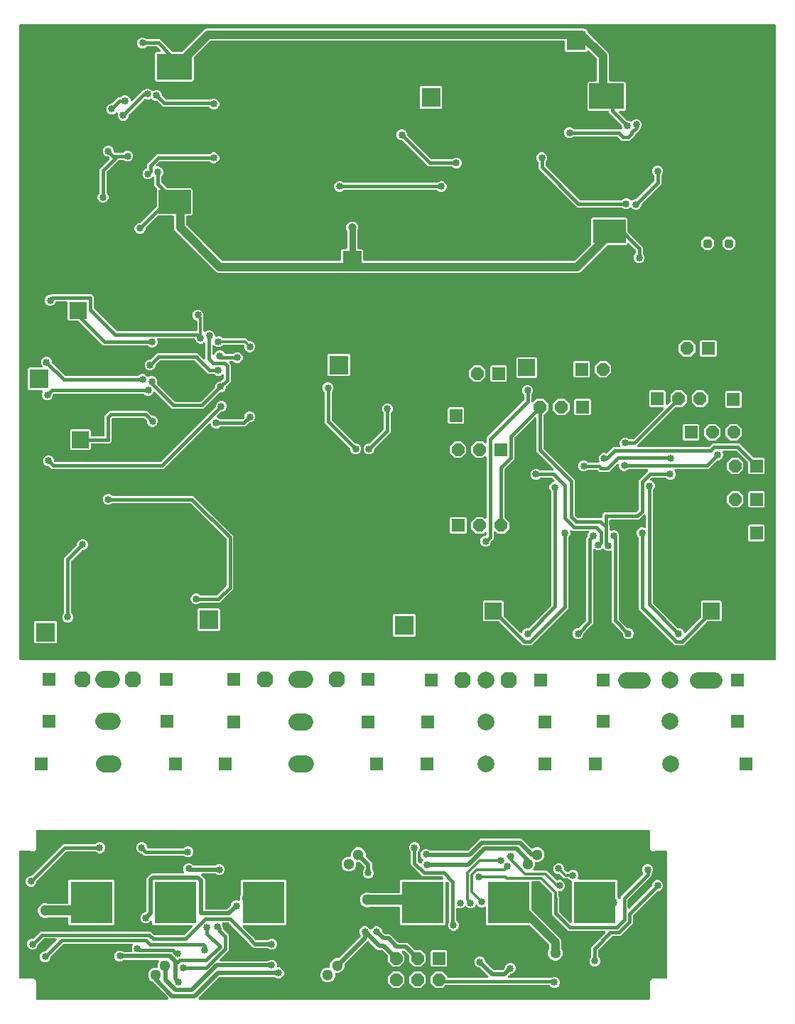
<source format=gbr>
G04 EAGLE Gerber RS-274X export*
G75*
%MOMM*%
%FSLAX34Y34*%
%LPD*%
%INBottom Copper*%
%IPPOS*%
%AMOC8*
5,1,8,0,0,1.08239X$1,22.5*%
G01*
%ADD10R,5.000000X5.000000*%
%ADD11R,1.300000X1.300000*%
%ADD12C,1.300000*%
%ADD13R,1.524000X1.524000*%
%ADD14P,1.649562X8X202.500000*%
%ADD15C,0.850000*%
%ADD16P,1.649562X8X292.500000*%
%ADD17P,1.649562X8X112.500000*%
%ADD18P,2.089446X8X112.500000*%
%ADD19C,2.000000*%
%ADD20C,2.000000*%
%ADD21C,1.930400*%
%ADD22P,1.190629X8X202.500000*%
%ADD23C,0.500000*%
%ADD24C,1.200000*%
%ADD25C,1.200000*%
%ADD26C,0.400000*%
%ADD27C,0.300000*%
%ADD28C,1.000000*%
%ADD29C,1.100000*%
%ADD30R,2.000000X2.000000*%
%ADD31R,2.250000X2.250000*%
%ADD32C,1.000000*%
%ADD33C,0.800000*%

G36*
X904535Y408505D02*
X904535Y408505D01*
X904571Y408502D01*
X904707Y408525D01*
X904843Y408541D01*
X904877Y408553D01*
X904912Y408558D01*
X905039Y408611D01*
X905169Y408658D01*
X905198Y408678D01*
X905231Y408691D01*
X905343Y408772D01*
X905458Y408847D01*
X905483Y408873D01*
X905511Y408893D01*
X905602Y408998D01*
X905697Y409097D01*
X905715Y409128D01*
X905738Y409154D01*
X905802Y409277D01*
X905872Y409395D01*
X905882Y409429D01*
X905899Y409461D01*
X905933Y409594D01*
X905974Y409726D01*
X905976Y409761D01*
X905985Y409795D01*
X905999Y410000D01*
X905999Y1164500D01*
X905995Y1164535D01*
X905998Y1164571D01*
X905975Y1164707D01*
X905959Y1164843D01*
X905947Y1164877D01*
X905942Y1164912D01*
X905889Y1165039D01*
X905842Y1165169D01*
X905823Y1165198D01*
X905809Y1165231D01*
X905728Y1165343D01*
X905653Y1165458D01*
X905627Y1165483D01*
X905607Y1165511D01*
X905503Y1165602D01*
X905403Y1165697D01*
X905372Y1165715D01*
X905346Y1165738D01*
X905223Y1165802D01*
X905105Y1165872D01*
X905071Y1165882D01*
X905039Y1165899D01*
X904906Y1165933D01*
X904774Y1165974D01*
X904739Y1165976D01*
X904705Y1165985D01*
X904500Y1165999D01*
X5500Y1165999D01*
X5465Y1165995D01*
X5429Y1165998D01*
X5293Y1165975D01*
X5157Y1165959D01*
X5123Y1165947D01*
X5088Y1165942D01*
X4961Y1165889D01*
X4831Y1165842D01*
X4802Y1165823D01*
X4769Y1165809D01*
X4657Y1165728D01*
X4542Y1165653D01*
X4517Y1165627D01*
X4489Y1165607D01*
X4398Y1165503D01*
X4303Y1165403D01*
X4285Y1165372D01*
X4262Y1165346D01*
X4198Y1165223D01*
X4128Y1165105D01*
X4118Y1165071D01*
X4101Y1165039D01*
X4067Y1164906D01*
X4026Y1164774D01*
X4024Y1164739D01*
X4015Y1164705D01*
X4001Y1164500D01*
X4001Y410000D01*
X4005Y409965D01*
X4002Y409929D01*
X4025Y409793D01*
X4041Y409657D01*
X4053Y409623D01*
X4058Y409588D01*
X4111Y409461D01*
X4158Y409331D01*
X4177Y409302D01*
X4191Y409269D01*
X4272Y409157D01*
X4347Y409042D01*
X4373Y409017D01*
X4393Y408989D01*
X4497Y408898D01*
X4597Y408803D01*
X4628Y408785D01*
X4654Y408762D01*
X4777Y408698D01*
X4895Y408628D01*
X4929Y408618D01*
X4961Y408601D01*
X5094Y408567D01*
X5226Y408526D01*
X5261Y408524D01*
X5295Y408515D01*
X5500Y408501D01*
X904500Y408501D01*
X904535Y408505D01*
G37*
G36*
X180658Y4013D02*
X180658Y4013D01*
X180762Y4015D01*
X180829Y4033D01*
X180898Y4041D01*
X180996Y4076D01*
X181097Y4102D01*
X181158Y4135D01*
X181223Y4158D01*
X181310Y4215D01*
X181402Y4264D01*
X181454Y4309D01*
X181512Y4347D01*
X181584Y4422D01*
X181663Y4491D01*
X181703Y4547D01*
X181751Y4597D01*
X181804Y4687D01*
X181865Y4772D01*
X181891Y4836D01*
X181926Y4895D01*
X181957Y4995D01*
X181997Y5091D01*
X182008Y5160D01*
X182028Y5226D01*
X182035Y5330D01*
X182052Y5433D01*
X182047Y5502D01*
X182052Y5571D01*
X182035Y5673D01*
X182028Y5778D01*
X182007Y5844D01*
X181996Y5912D01*
X181956Y6008D01*
X181925Y6108D01*
X181890Y6167D01*
X181863Y6231D01*
X181802Y6316D01*
X181749Y6405D01*
X181681Y6484D01*
X181661Y6511D01*
X181644Y6526D01*
X181614Y6560D01*
X162820Y25354D01*
X162806Y25366D01*
X162794Y25380D01*
X162670Y25473D01*
X162549Y25569D01*
X162532Y25577D01*
X162517Y25588D01*
X162334Y25679D01*
X161791Y25904D01*
X159344Y28351D01*
X158019Y31549D01*
X158019Y35011D01*
X159344Y38209D01*
X161791Y40656D01*
X164989Y41981D01*
X167834Y41981D01*
X167869Y41985D01*
X167904Y41982D01*
X168040Y42005D01*
X168177Y42021D01*
X168210Y42033D01*
X168245Y42038D01*
X168373Y42091D01*
X168502Y42138D01*
X168532Y42157D01*
X168565Y42171D01*
X168676Y42252D01*
X168792Y42327D01*
X168816Y42353D01*
X168845Y42373D01*
X168936Y42477D01*
X169031Y42577D01*
X169048Y42608D01*
X169072Y42634D01*
X169136Y42757D01*
X169206Y42875D01*
X169216Y42909D01*
X169233Y42941D01*
X169267Y43074D01*
X169308Y43206D01*
X169310Y43241D01*
X169319Y43275D01*
X169333Y43480D01*
X169333Y46324D01*
X170535Y49226D01*
X170578Y49376D01*
X170624Y49526D01*
X170625Y49543D01*
X170630Y49559D01*
X170637Y49714D01*
X170647Y49871D01*
X170645Y49887D01*
X170645Y49904D01*
X170617Y50058D01*
X170591Y50212D01*
X170585Y50227D01*
X170582Y50244D01*
X170519Y50387D01*
X170459Y50531D01*
X170449Y50545D01*
X170442Y50560D01*
X170348Y50685D01*
X170257Y50811D01*
X170244Y50823D01*
X170234Y50836D01*
X170114Y50935D01*
X169995Y51038D01*
X169980Y51046D01*
X169967Y51057D01*
X169828Y51126D01*
X169689Y51199D01*
X169673Y51203D01*
X169658Y51211D01*
X169506Y51246D01*
X169355Y51285D01*
X169333Y51287D01*
X169321Y51289D01*
X169293Y51289D01*
X169150Y51299D01*
X129043Y51299D01*
X128905Y51283D01*
X128765Y51273D01*
X128733Y51263D01*
X128700Y51259D01*
X128569Y51212D01*
X128435Y51171D01*
X128406Y51153D01*
X128374Y51142D01*
X128258Y51066D01*
X128138Y50995D01*
X128103Y50965D01*
X128085Y50953D01*
X128061Y50929D01*
X127983Y50860D01*
X127654Y50531D01*
X125283Y49549D01*
X122717Y49549D01*
X120346Y50531D01*
X118531Y52346D01*
X117549Y54717D01*
X117549Y57283D01*
X118531Y59654D01*
X120346Y61469D01*
X122717Y62451D01*
X125283Y62451D01*
X127654Y61469D01*
X127983Y61140D01*
X128092Y61053D01*
X128197Y60962D01*
X128227Y60946D01*
X128254Y60925D01*
X128380Y60866D01*
X128504Y60801D01*
X128536Y60793D01*
X128567Y60778D01*
X128703Y60750D01*
X128838Y60715D01*
X128883Y60712D01*
X128905Y60707D01*
X128939Y60708D01*
X129043Y60701D01*
X137555Y60701D01*
X137710Y60719D01*
X137865Y60733D01*
X137881Y60739D01*
X137898Y60741D01*
X138045Y60794D01*
X138193Y60843D01*
X138208Y60852D01*
X138223Y60858D01*
X138354Y60943D01*
X138487Y61026D01*
X138499Y61038D01*
X138513Y61047D01*
X138621Y61160D01*
X138731Y61270D01*
X138740Y61285D01*
X138752Y61297D01*
X138831Y61432D01*
X138913Y61565D01*
X138918Y61581D01*
X138927Y61595D01*
X138973Y61744D01*
X139022Y61893D01*
X139024Y61909D01*
X139029Y61926D01*
X139039Y62082D01*
X139054Y62237D01*
X139051Y62254D01*
X139052Y62271D01*
X139027Y62425D01*
X139005Y62579D01*
X138998Y62600D01*
X138996Y62612D01*
X138986Y62637D01*
X138940Y62774D01*
X138549Y63717D01*
X138549Y66283D01*
X139561Y68726D01*
X139604Y68876D01*
X139650Y69026D01*
X139651Y69043D01*
X139656Y69059D01*
X139663Y69214D01*
X139674Y69371D01*
X139671Y69387D01*
X139672Y69404D01*
X139643Y69558D01*
X139618Y69712D01*
X139611Y69727D01*
X139608Y69744D01*
X139545Y69887D01*
X139485Y70031D01*
X139475Y70045D01*
X139468Y70060D01*
X139374Y70185D01*
X139283Y70311D01*
X139270Y70323D01*
X139260Y70336D01*
X139140Y70436D01*
X139022Y70538D01*
X139007Y70546D01*
X138994Y70557D01*
X138854Y70626D01*
X138716Y70699D01*
X138699Y70703D01*
X138684Y70711D01*
X138532Y70746D01*
X138381Y70785D01*
X138359Y70787D01*
X138347Y70789D01*
X138320Y70789D01*
X138176Y70799D01*
X57361Y70799D01*
X57223Y70783D01*
X57083Y70773D01*
X57051Y70763D01*
X57018Y70759D01*
X56887Y70712D01*
X56753Y70671D01*
X56724Y70653D01*
X56692Y70642D01*
X56576Y70566D01*
X56456Y70495D01*
X56421Y70465D01*
X56403Y70453D01*
X56379Y70429D01*
X56301Y70360D01*
X41890Y55949D01*
X41803Y55840D01*
X41712Y55735D01*
X41696Y55705D01*
X41675Y55678D01*
X41616Y55552D01*
X41551Y55428D01*
X41543Y55396D01*
X41528Y55365D01*
X41500Y55229D01*
X41465Y55094D01*
X41462Y55049D01*
X41457Y55027D01*
X41458Y54993D01*
X41451Y54889D01*
X41451Y53717D01*
X40469Y51346D01*
X38654Y49531D01*
X36283Y48549D01*
X33717Y48549D01*
X31346Y49531D01*
X29531Y51346D01*
X28549Y53717D01*
X28549Y56283D01*
X29531Y58654D01*
X31346Y60469D01*
X33717Y61451D01*
X34889Y61451D01*
X35027Y61467D01*
X35167Y61477D01*
X35199Y61487D01*
X35232Y61491D01*
X35363Y61538D01*
X35497Y61579D01*
X35526Y61597D01*
X35558Y61608D01*
X35674Y61684D01*
X35794Y61755D01*
X35829Y61785D01*
X35847Y61797D01*
X35871Y61821D01*
X35949Y61890D01*
X48499Y74440D01*
X48564Y74522D01*
X48636Y74597D01*
X48671Y74657D01*
X48714Y74711D01*
X48758Y74805D01*
X48811Y74895D01*
X48831Y74961D01*
X48861Y75024D01*
X48882Y75126D01*
X48913Y75226D01*
X48918Y75295D01*
X48932Y75362D01*
X48930Y75466D01*
X48937Y75571D01*
X48925Y75639D01*
X48924Y75708D01*
X48898Y75809D01*
X48881Y75912D01*
X48854Y75976D01*
X48837Y76042D01*
X48788Y76135D01*
X48748Y76231D01*
X48708Y76287D01*
X48675Y76348D01*
X48607Y76427D01*
X48546Y76511D01*
X48493Y76557D01*
X48448Y76609D01*
X48363Y76670D01*
X48285Y76738D01*
X48223Y76770D01*
X48167Y76811D01*
X48071Y76850D01*
X47979Y76899D01*
X47912Y76916D01*
X47848Y76943D01*
X47745Y76959D01*
X47644Y76985D01*
X47540Y76992D01*
X47506Y76998D01*
X47484Y76996D01*
X47439Y76999D01*
X33561Y76999D01*
X33423Y76983D01*
X33283Y76973D01*
X33251Y76963D01*
X33218Y76959D01*
X33087Y76912D01*
X32953Y76871D01*
X32924Y76853D01*
X32892Y76842D01*
X32776Y76766D01*
X32656Y76695D01*
X32621Y76665D01*
X32603Y76653D01*
X32580Y76629D01*
X32501Y76560D01*
X26890Y70949D01*
X26803Y70840D01*
X26712Y70735D01*
X26696Y70705D01*
X26675Y70678D01*
X26616Y70552D01*
X26551Y70428D01*
X26543Y70396D01*
X26528Y70365D01*
X26500Y70229D01*
X26465Y70094D01*
X26462Y70049D01*
X26457Y70027D01*
X26458Y69993D01*
X26451Y69889D01*
X26451Y68717D01*
X25469Y66346D01*
X23654Y64531D01*
X21283Y63549D01*
X18717Y63549D01*
X16346Y64531D01*
X14531Y66346D01*
X13549Y68717D01*
X13549Y71283D01*
X14531Y73654D01*
X16346Y75469D01*
X18717Y76451D01*
X19889Y76451D01*
X20027Y76467D01*
X20167Y76477D01*
X20199Y76487D01*
X20232Y76491D01*
X20363Y76538D01*
X20497Y76579D01*
X20526Y76597D01*
X20558Y76608D01*
X20674Y76684D01*
X20794Y76755D01*
X20829Y76785D01*
X20847Y76797D01*
X20870Y76821D01*
X20949Y76890D01*
X29460Y85401D01*
X160540Y85401D01*
X165101Y80840D01*
X165210Y80753D01*
X165315Y80662D01*
X165345Y80646D01*
X165372Y80625D01*
X165498Y80566D01*
X165622Y80501D01*
X165654Y80493D01*
X165685Y80478D01*
X165821Y80450D01*
X165956Y80415D01*
X166001Y80412D01*
X166023Y80407D01*
X166057Y80408D01*
X166161Y80401D01*
X199839Y80401D01*
X199977Y80417D01*
X200117Y80427D01*
X200149Y80437D01*
X200182Y80441D01*
X200313Y80488D01*
X200447Y80529D01*
X200476Y80547D01*
X200508Y80558D01*
X200624Y80634D01*
X200744Y80705D01*
X200779Y80735D01*
X200797Y80747D01*
X200820Y80771D01*
X200899Y80840D01*
X210299Y90240D01*
X210364Y90322D01*
X210436Y90397D01*
X210471Y90457D01*
X210514Y90511D01*
X210558Y90605D01*
X210611Y90695D01*
X210631Y90761D01*
X210661Y90824D01*
X210682Y90926D01*
X210713Y91026D01*
X210718Y91095D01*
X210732Y91162D01*
X210730Y91266D01*
X210737Y91371D01*
X210725Y91439D01*
X210724Y91508D01*
X210698Y91609D01*
X210681Y91712D01*
X210654Y91776D01*
X210637Y91842D01*
X210588Y91935D01*
X210548Y92031D01*
X210508Y92087D01*
X210475Y92148D01*
X210407Y92227D01*
X210346Y92311D01*
X210293Y92357D01*
X210248Y92409D01*
X210163Y92470D01*
X210085Y92538D01*
X210023Y92570D01*
X209967Y92611D01*
X209871Y92650D01*
X209779Y92699D01*
X209712Y92716D01*
X209648Y92743D01*
X209545Y92759D01*
X209444Y92785D01*
X209340Y92792D01*
X209306Y92798D01*
X209284Y92796D01*
X209239Y92799D01*
X164088Y92799D01*
X162799Y94088D01*
X162799Y96575D01*
X162787Y96679D01*
X162785Y96783D01*
X162767Y96850D01*
X162759Y96919D01*
X162724Y97017D01*
X162698Y97118D01*
X162665Y97179D01*
X162642Y97244D01*
X162585Y97331D01*
X162536Y97423D01*
X162491Y97475D01*
X162453Y97533D01*
X162378Y97605D01*
X162309Y97684D01*
X162253Y97724D01*
X162203Y97772D01*
X162113Y97825D01*
X162028Y97886D01*
X161964Y97912D01*
X161905Y97947D01*
X161805Y97978D01*
X161709Y98018D01*
X161640Y98029D01*
X161574Y98049D01*
X161470Y98056D01*
X161367Y98073D01*
X161298Y98068D01*
X161229Y98073D01*
X161127Y98056D01*
X161022Y98048D01*
X160956Y98028D01*
X160888Y98017D01*
X160792Y97977D01*
X160692Y97946D01*
X160633Y97911D01*
X160569Y97884D01*
X160484Y97823D01*
X160395Y97770D01*
X160316Y97702D01*
X160289Y97682D01*
X160274Y97665D01*
X160240Y97635D01*
X158654Y96049D01*
X156283Y95067D01*
X153717Y95067D01*
X151346Y96049D01*
X149531Y97864D01*
X148549Y100235D01*
X148549Y102801D01*
X149531Y105172D01*
X151346Y106987D01*
X153717Y107969D01*
X154100Y107969D01*
X154135Y107973D01*
X154171Y107970D01*
X154307Y107993D01*
X154443Y108009D01*
X154477Y108021D01*
X154512Y108026D01*
X154639Y108079D01*
X154769Y108126D01*
X154798Y108145D01*
X154831Y108159D01*
X154943Y108240D01*
X155058Y108315D01*
X155083Y108341D01*
X155111Y108361D01*
X155202Y108465D01*
X155297Y108565D01*
X155315Y108596D01*
X155338Y108622D01*
X155402Y108745D01*
X155472Y108863D01*
X155482Y108897D01*
X155499Y108929D01*
X155533Y109062D01*
X155574Y109194D01*
X155576Y109229D01*
X155585Y109263D01*
X155599Y109468D01*
X155599Y147882D01*
X156315Y149610D01*
X157848Y151142D01*
X157848Y151143D01*
X158857Y152152D01*
X160390Y153685D01*
X162118Y154401D01*
X199093Y154401D01*
X199248Y154419D01*
X199404Y154433D01*
X199420Y154439D01*
X199437Y154441D01*
X199583Y154494D01*
X199732Y154543D01*
X199746Y154552D01*
X199762Y154558D01*
X199893Y154643D01*
X200025Y154726D01*
X200037Y154738D01*
X200052Y154747D01*
X200159Y154860D01*
X200270Y154970D01*
X200278Y154985D01*
X200290Y154997D01*
X200369Y155131D01*
X200451Y155265D01*
X200457Y155281D01*
X200465Y155295D01*
X200511Y155443D01*
X200561Y155593D01*
X200562Y155609D01*
X200567Y155626D01*
X200578Y155782D01*
X200592Y155937D01*
X200590Y155954D01*
X200591Y155971D01*
X200566Y156125D01*
X200544Y156279D01*
X200537Y156300D01*
X200535Y156312D01*
X200524Y156337D01*
X200478Y156474D01*
X199549Y158717D01*
X199549Y161283D01*
X200531Y163654D01*
X202346Y165469D01*
X204717Y166451D01*
X207283Y166451D01*
X209654Y165469D01*
X210983Y164140D01*
X211092Y164053D01*
X211197Y163962D01*
X211227Y163946D01*
X211254Y163925D01*
X211380Y163866D01*
X211504Y163801D01*
X211536Y163793D01*
X211567Y163778D01*
X211703Y163750D01*
X211838Y163715D01*
X211883Y163712D01*
X211905Y163707D01*
X211939Y163708D01*
X212043Y163701D01*
X237475Y163701D01*
X237613Y163717D01*
X237753Y163727D01*
X237785Y163737D01*
X237818Y163741D01*
X237949Y163788D01*
X238083Y163829D01*
X238112Y163847D01*
X238144Y163858D01*
X238260Y163934D01*
X238380Y164005D01*
X238415Y164035D01*
X238433Y164047D01*
X238457Y164071D01*
X238535Y164140D01*
X238864Y164469D01*
X241235Y165451D01*
X243801Y165451D01*
X246172Y164469D01*
X247987Y162654D01*
X248969Y160283D01*
X248969Y157717D01*
X247987Y155346D01*
X246172Y153531D01*
X243801Y152549D01*
X241235Y152549D01*
X238864Y153531D01*
X238535Y153860D01*
X238426Y153947D01*
X238321Y154038D01*
X238291Y154054D01*
X238264Y154075D01*
X238138Y154134D01*
X238014Y154199D01*
X237982Y154207D01*
X237951Y154222D01*
X237815Y154250D01*
X237680Y154285D01*
X237635Y154288D01*
X237613Y154293D01*
X237579Y154292D01*
X237475Y154299D01*
X222615Y154299D01*
X222511Y154287D01*
X222407Y154285D01*
X222340Y154267D01*
X222271Y154259D01*
X222173Y154224D01*
X222072Y154198D01*
X222011Y154165D01*
X221946Y154142D01*
X221859Y154085D01*
X221767Y154036D01*
X221715Y153991D01*
X221657Y153953D01*
X221585Y153878D01*
X221506Y153809D01*
X221466Y153753D01*
X221418Y153703D01*
X221365Y153613D01*
X221304Y153528D01*
X221278Y153464D01*
X221243Y153405D01*
X221212Y153305D01*
X221172Y153209D01*
X221161Y153140D01*
X221141Y153074D01*
X221134Y152970D01*
X221117Y152867D01*
X221122Y152798D01*
X221117Y152729D01*
X221134Y152627D01*
X221142Y152522D01*
X221162Y152456D01*
X221173Y152388D01*
X221213Y152292D01*
X221244Y152192D01*
X221279Y152133D01*
X221306Y152069D01*
X221367Y151985D01*
X221420Y151895D01*
X221489Y151816D01*
X221508Y151789D01*
X221525Y151774D01*
X221555Y151740D01*
X223275Y150019D01*
X224809Y148486D01*
X225524Y146758D01*
X225524Y113018D01*
X225528Y112983D01*
X225526Y112947D01*
X225548Y112811D01*
X225564Y112675D01*
X225576Y112641D01*
X225582Y112606D01*
X225635Y112479D01*
X225681Y112349D01*
X225701Y112320D01*
X225714Y112287D01*
X225795Y112175D01*
X225870Y112060D01*
X225896Y112035D01*
X225917Y112007D01*
X226021Y111916D01*
X226120Y111821D01*
X226151Y111803D01*
X226178Y111780D01*
X226300Y111716D01*
X226419Y111646D01*
X226452Y111636D01*
X226484Y111619D01*
X226618Y111585D01*
X226749Y111544D01*
X226784Y111542D01*
X226819Y111533D01*
X227023Y111519D01*
X251432Y111519D01*
X251570Y111535D01*
X251709Y111545D01*
X251742Y111555D01*
X251775Y111559D01*
X251906Y111606D01*
X252040Y111647D01*
X252069Y111665D01*
X252100Y111676D01*
X252217Y111752D01*
X252337Y111823D01*
X252371Y111853D01*
X252390Y111865D01*
X252413Y111889D01*
X252492Y111958D01*
X256110Y115576D01*
X256197Y115685D01*
X256288Y115791D01*
X256304Y115821D01*
X256325Y115847D01*
X256384Y115973D01*
X256449Y116097D01*
X256457Y116129D01*
X256472Y116160D01*
X256500Y116296D01*
X256535Y116431D01*
X256538Y116477D01*
X256543Y116498D01*
X256542Y116532D01*
X256549Y116636D01*
X256549Y117101D01*
X257531Y119472D01*
X259346Y121287D01*
X261717Y122269D01*
X264283Y122269D01*
X265244Y121871D01*
X265395Y121828D01*
X265544Y121782D01*
X265561Y121781D01*
X265577Y121776D01*
X265732Y121769D01*
X265889Y121758D01*
X265905Y121761D01*
X265922Y121760D01*
X266076Y121789D01*
X266230Y121814D01*
X266245Y121821D01*
X266262Y121824D01*
X266405Y121887D01*
X266549Y121947D01*
X266563Y121957D01*
X266578Y121963D01*
X266703Y122058D01*
X266829Y122149D01*
X266840Y122162D01*
X266854Y122172D01*
X266954Y122292D01*
X267056Y122410D01*
X267064Y122425D01*
X267075Y122438D01*
X267144Y122578D01*
X267217Y122716D01*
X267221Y122733D01*
X267229Y122748D01*
X267264Y122900D01*
X267303Y123051D01*
X267305Y123073D01*
X267307Y123084D01*
X267307Y123112D01*
X267317Y123256D01*
X267317Y126731D01*
X267685Y127619D01*
X267690Y127637D01*
X267699Y127653D01*
X267738Y127803D01*
X267780Y127951D01*
X267781Y127970D01*
X267785Y127988D01*
X267799Y128193D01*
X267799Y145912D01*
X269088Y147201D01*
X320912Y147201D01*
X322201Y145912D01*
X322201Y94088D01*
X320912Y92799D01*
X272049Y92799D01*
X271946Y92787D01*
X271841Y92785D01*
X271774Y92767D01*
X271706Y92759D01*
X271608Y92724D01*
X271507Y92698D01*
X271446Y92665D01*
X271381Y92642D01*
X271293Y92585D01*
X271201Y92536D01*
X271149Y92491D01*
X271091Y92453D01*
X271019Y92378D01*
X270940Y92309D01*
X270900Y92253D01*
X270852Y92203D01*
X270800Y92113D01*
X270739Y92028D01*
X270712Y91964D01*
X270677Y91905D01*
X270647Y91805D01*
X270607Y91709D01*
X270596Y91640D01*
X270575Y91574D01*
X270568Y91470D01*
X270552Y91367D01*
X270556Y91298D01*
X270552Y91229D01*
X270569Y91127D01*
X270576Y91022D01*
X270596Y90956D01*
X270608Y90888D01*
X270648Y90792D01*
X270679Y90692D01*
X270714Y90633D01*
X270740Y90569D01*
X270801Y90484D01*
X270854Y90395D01*
X270923Y90316D01*
X270943Y90289D01*
X270960Y90274D01*
X270989Y90240D01*
X281301Y79928D01*
X284257Y76972D01*
X284288Y76887D01*
X284329Y76753D01*
X284347Y76724D01*
X284358Y76692D01*
X284434Y76576D01*
X284505Y76456D01*
X284535Y76421D01*
X284547Y76403D01*
X284571Y76380D01*
X284640Y76301D01*
X285801Y75140D01*
X285910Y75053D01*
X286015Y74962D01*
X286045Y74946D01*
X286072Y74925D01*
X286198Y74866D01*
X286322Y74801D01*
X286354Y74793D01*
X286385Y74778D01*
X286521Y74750D01*
X286656Y74715D01*
X286701Y74712D01*
X286723Y74707D01*
X286757Y74708D01*
X286861Y74701D01*
X299957Y74701D01*
X300095Y74717D01*
X300235Y74727D01*
X300267Y74737D01*
X300300Y74741D01*
X300431Y74788D01*
X300565Y74829D01*
X300594Y74847D01*
X300626Y74858D01*
X300742Y74934D01*
X300862Y75005D01*
X300897Y75035D01*
X300915Y75047D01*
X300939Y75071D01*
X301017Y75140D01*
X301346Y75469D01*
X303717Y76451D01*
X306283Y76451D01*
X308654Y75469D01*
X310469Y73654D01*
X311451Y71283D01*
X311451Y68717D01*
X310469Y66346D01*
X308654Y64531D01*
X306283Y63549D01*
X303717Y63549D01*
X301346Y64531D01*
X301017Y64860D01*
X300908Y64947D01*
X300803Y65038D01*
X300773Y65054D01*
X300746Y65075D01*
X300620Y65134D01*
X300496Y65199D01*
X300464Y65207D01*
X300433Y65222D01*
X300297Y65250D01*
X300162Y65285D01*
X300117Y65288D01*
X300095Y65293D01*
X300061Y65292D01*
X299957Y65299D01*
X284065Y65299D01*
X282337Y66015D01*
X281015Y67337D01*
X280629Y68269D01*
X280620Y68285D01*
X280614Y68303D01*
X280536Y68436D01*
X280461Y68571D01*
X280448Y68585D01*
X280439Y68601D01*
X280304Y68755D01*
X275743Y73316D01*
X275712Y73402D01*
X275671Y73535D01*
X275653Y73564D01*
X275642Y73596D01*
X275566Y73713D01*
X275495Y73833D01*
X275465Y73867D01*
X275453Y73886D01*
X275429Y73909D01*
X275360Y73987D01*
X254005Y95342D01*
X253896Y95429D01*
X253791Y95520D01*
X253761Y95536D01*
X253734Y95557D01*
X253608Y95616D01*
X253485Y95681D01*
X253452Y95689D01*
X253421Y95704D01*
X253285Y95732D01*
X253150Y95767D01*
X253105Y95770D01*
X253083Y95775D01*
X253049Y95774D01*
X252945Y95781D01*
X247246Y95781D01*
X247090Y95763D01*
X246935Y95749D01*
X246919Y95743D01*
X246902Y95741D01*
X246755Y95688D01*
X246607Y95639D01*
X246593Y95630D01*
X246577Y95624D01*
X246446Y95538D01*
X246313Y95456D01*
X246301Y95444D01*
X246287Y95435D01*
X246179Y95322D01*
X246069Y95212D01*
X246060Y95197D01*
X246049Y95185D01*
X245970Y95050D01*
X245888Y94917D01*
X245882Y94901D01*
X245874Y94887D01*
X245828Y94738D01*
X245778Y94589D01*
X245777Y94573D01*
X245772Y94556D01*
X245761Y94400D01*
X245747Y94245D01*
X245749Y94228D01*
X245748Y94211D01*
X245773Y94057D01*
X245795Y93903D01*
X245802Y93882D01*
X245804Y93870D01*
X245815Y93845D01*
X245860Y93708D01*
X246451Y92283D01*
X246451Y91111D01*
X246467Y90973D01*
X246477Y90833D01*
X246487Y90801D01*
X246491Y90768D01*
X246538Y90637D01*
X246579Y90503D01*
X246597Y90474D01*
X246608Y90442D01*
X246684Y90326D01*
X246755Y90206D01*
X246785Y90171D01*
X246797Y90153D01*
X246821Y90130D01*
X246890Y90051D01*
X247201Y89740D01*
X247201Y88361D01*
X247217Y88223D01*
X247227Y88083D01*
X247237Y88051D01*
X247241Y88018D01*
X247288Y87887D01*
X247329Y87753D01*
X247347Y87724D01*
X247358Y87692D01*
X247434Y87576D01*
X247505Y87456D01*
X247535Y87421D01*
X247547Y87403D01*
X247571Y87380D01*
X247640Y87301D01*
X254201Y80740D01*
X254201Y63260D01*
X243201Y52260D01*
X243136Y52178D01*
X243064Y52103D01*
X243029Y52043D01*
X242986Y51989D01*
X242942Y51895D01*
X242889Y51805D01*
X242869Y51739D01*
X242839Y51676D01*
X242818Y51574D01*
X242787Y51474D01*
X242782Y51405D01*
X242768Y51338D01*
X242770Y51234D01*
X242763Y51129D01*
X242775Y51061D01*
X242776Y50992D01*
X242802Y50891D01*
X242819Y50788D01*
X242846Y50724D01*
X242863Y50658D01*
X242912Y50565D01*
X242952Y50469D01*
X242992Y50413D01*
X243025Y50352D01*
X243093Y50273D01*
X243154Y50189D01*
X243207Y50143D01*
X243252Y50091D01*
X243337Y50030D01*
X243415Y49962D01*
X243477Y49930D01*
X243533Y49889D01*
X243629Y49850D01*
X243721Y49801D01*
X243788Y49784D01*
X243852Y49757D01*
X243955Y49741D01*
X244056Y49715D01*
X244160Y49708D01*
X244194Y49702D01*
X244216Y49704D01*
X244261Y49701D01*
X299957Y49701D01*
X300095Y49717D01*
X300235Y49727D01*
X300267Y49737D01*
X300300Y49741D01*
X300431Y49788D01*
X300565Y49829D01*
X300594Y49847D01*
X300626Y49858D01*
X300742Y49934D01*
X300862Y50005D01*
X300897Y50035D01*
X300915Y50047D01*
X300939Y50071D01*
X301017Y50140D01*
X301346Y50469D01*
X303717Y51451D01*
X306283Y51451D01*
X308654Y50469D01*
X310469Y48654D01*
X311451Y46283D01*
X311451Y43809D01*
X311455Y43773D01*
X311452Y43738D01*
X311475Y43602D01*
X311491Y43465D01*
X311503Y43432D01*
X311508Y43397D01*
X311561Y43270D01*
X311608Y43140D01*
X311627Y43110D01*
X311641Y43078D01*
X311722Y42966D01*
X311797Y42850D01*
X311823Y42826D01*
X311843Y42797D01*
X311947Y42707D01*
X312047Y42612D01*
X312078Y42594D01*
X312104Y42571D01*
X312227Y42506D01*
X312345Y42437D01*
X312379Y42426D01*
X312411Y42410D01*
X312544Y42375D01*
X312676Y42335D01*
X312711Y42332D01*
X312745Y42323D01*
X312950Y42309D01*
X314283Y42309D01*
X316654Y41327D01*
X318469Y39513D01*
X319451Y37142D01*
X319451Y34576D01*
X318469Y32205D01*
X316654Y30390D01*
X314283Y29408D01*
X311717Y29408D01*
X309346Y30390D01*
X309017Y30719D01*
X308908Y30805D01*
X308803Y30897D01*
X308773Y30912D01*
X308746Y30933D01*
X308620Y30993D01*
X308496Y31058D01*
X308464Y31066D01*
X308433Y31080D01*
X308297Y31109D01*
X308162Y31144D01*
X308117Y31147D01*
X308095Y31152D01*
X308061Y31151D01*
X307957Y31158D01*
X243427Y31158D01*
X243289Y31142D01*
X243149Y31132D01*
X243117Y31122D01*
X243083Y31118D01*
X242952Y31071D01*
X242819Y31029D01*
X242790Y31012D01*
X242758Y31001D01*
X242641Y30924D01*
X242521Y30854D01*
X242487Y30824D01*
X242469Y30812D01*
X242445Y30787D01*
X242367Y30719D01*
X218208Y6560D01*
X218143Y6478D01*
X218071Y6403D01*
X218036Y6343D01*
X217993Y6289D01*
X217949Y6195D01*
X217896Y6105D01*
X217876Y6039D01*
X217846Y5976D01*
X217825Y5874D01*
X217794Y5774D01*
X217789Y5705D01*
X217775Y5638D01*
X217778Y5534D01*
X217770Y5429D01*
X217782Y5361D01*
X217783Y5292D01*
X217810Y5191D01*
X217826Y5088D01*
X217853Y5024D01*
X217870Y4958D01*
X217919Y4865D01*
X217959Y4769D01*
X218000Y4713D01*
X218032Y4652D01*
X218100Y4573D01*
X218161Y4489D01*
X218214Y4443D01*
X218259Y4391D01*
X218344Y4330D01*
X218423Y4262D01*
X218484Y4230D01*
X218540Y4189D01*
X218636Y4150D01*
X218729Y4101D01*
X218795Y4084D01*
X218859Y4057D01*
X218962Y4041D01*
X219063Y4015D01*
X219167Y4008D01*
X219201Y4002D01*
X219223Y4004D01*
X219268Y4001D01*
X754500Y4001D01*
X754535Y4005D01*
X754571Y4002D01*
X754707Y4025D01*
X754843Y4041D01*
X754877Y4053D01*
X754912Y4058D01*
X755039Y4111D01*
X755169Y4158D01*
X755198Y4177D01*
X755231Y4191D01*
X755343Y4272D01*
X755458Y4347D01*
X755483Y4373D01*
X755511Y4393D01*
X755602Y4497D01*
X755697Y4597D01*
X755715Y4628D01*
X755738Y4654D01*
X755802Y4777D01*
X755872Y4895D01*
X755882Y4929D01*
X755899Y4961D01*
X755933Y5094D01*
X755974Y5226D01*
X755976Y5261D01*
X755985Y5295D01*
X755999Y5500D01*
X755999Y26657D01*
X758343Y29001D01*
X761710Y29001D01*
X761727Y28987D01*
X761853Y28928D01*
X761977Y28863D01*
X762009Y28855D01*
X762040Y28840D01*
X762176Y28812D01*
X762311Y28777D01*
X762356Y28774D01*
X762378Y28769D01*
X762412Y28770D01*
X762516Y28763D01*
X774738Y28763D01*
X774773Y28767D01*
X774809Y28764D01*
X774945Y28787D01*
X775081Y28803D01*
X775115Y28815D01*
X775150Y28820D01*
X775277Y28873D01*
X775407Y28920D01*
X775436Y28939D01*
X775469Y28953D01*
X775581Y29034D01*
X775696Y29109D01*
X775721Y29135D01*
X775749Y29155D01*
X775840Y29259D01*
X775935Y29359D01*
X775953Y29390D01*
X775976Y29416D01*
X776040Y29539D01*
X776110Y29657D01*
X776120Y29691D01*
X776137Y29723D01*
X776171Y29856D01*
X776212Y29988D01*
X776214Y30023D01*
X776223Y30057D01*
X776237Y30262D01*
X776237Y179738D01*
X776233Y179773D01*
X776236Y179809D01*
X776213Y179945D01*
X776197Y180081D01*
X776185Y180115D01*
X776180Y180150D01*
X776127Y180277D01*
X776080Y180407D01*
X776061Y180436D01*
X776047Y180469D01*
X775966Y180581D01*
X775891Y180696D01*
X775865Y180721D01*
X775845Y180749D01*
X775741Y180840D01*
X775641Y180935D01*
X775610Y180953D01*
X775584Y180976D01*
X775461Y181040D01*
X775343Y181110D01*
X775309Y181120D01*
X775277Y181137D01*
X775144Y181171D01*
X775012Y181212D01*
X774977Y181214D01*
X774943Y181223D01*
X774738Y181237D01*
X762516Y181237D01*
X762378Y181221D01*
X762238Y181211D01*
X762206Y181201D01*
X762173Y181197D01*
X762041Y181150D01*
X761908Y181109D01*
X761879Y181091D01*
X761848Y181080D01*
X761731Y181004D01*
X761723Y180999D01*
X758343Y180999D01*
X755999Y183343D01*
X755999Y204500D01*
X755995Y204535D01*
X755998Y204571D01*
X755975Y204707D01*
X755959Y204843D01*
X755947Y204877D01*
X755942Y204912D01*
X755889Y205039D01*
X755842Y205169D01*
X755823Y205198D01*
X755809Y205231D01*
X755728Y205343D01*
X755653Y205458D01*
X755627Y205483D01*
X755607Y205511D01*
X755503Y205602D01*
X755403Y205697D01*
X755372Y205715D01*
X755346Y205738D01*
X755223Y205802D01*
X755105Y205872D01*
X755071Y205882D01*
X755039Y205899D01*
X754906Y205933D01*
X754774Y205974D01*
X754739Y205976D01*
X754705Y205985D01*
X754500Y205999D01*
X25500Y205999D01*
X25465Y205995D01*
X25429Y205998D01*
X25293Y205975D01*
X25157Y205959D01*
X25123Y205947D01*
X25088Y205942D01*
X24961Y205889D01*
X24831Y205842D01*
X24802Y205823D01*
X24769Y205809D01*
X24657Y205728D01*
X24542Y205653D01*
X24517Y205627D01*
X24489Y205607D01*
X24398Y205503D01*
X24303Y205403D01*
X24285Y205372D01*
X24262Y205346D01*
X24198Y205223D01*
X24128Y205105D01*
X24118Y205071D01*
X24101Y205039D01*
X24067Y204906D01*
X24026Y204774D01*
X24024Y204739D01*
X24015Y204705D01*
X24001Y204500D01*
X24001Y183343D01*
X21657Y180999D01*
X18290Y180999D01*
X18273Y181013D01*
X18147Y181072D01*
X18023Y181137D01*
X17991Y181145D01*
X17960Y181160D01*
X17824Y181188D01*
X17689Y181223D01*
X17644Y181226D01*
X17622Y181231D01*
X17588Y181230D01*
X17484Y181237D01*
X5262Y181237D01*
X5227Y181233D01*
X5191Y181236D01*
X5055Y181213D01*
X4919Y181197D01*
X4885Y181185D01*
X4850Y181180D01*
X4723Y181127D01*
X4593Y181080D01*
X4564Y181061D01*
X4531Y181047D01*
X4419Y180966D01*
X4304Y180891D01*
X4279Y180865D01*
X4251Y180845D01*
X4160Y180741D01*
X4065Y180641D01*
X4047Y180610D01*
X4024Y180584D01*
X3960Y180461D01*
X3890Y180343D01*
X3880Y180309D01*
X3863Y180277D01*
X3829Y180144D01*
X3788Y180012D01*
X3786Y179977D01*
X3777Y179943D01*
X3763Y179738D01*
X3763Y30262D01*
X3767Y30227D01*
X3764Y30191D01*
X3787Y30055D01*
X3803Y29919D01*
X3815Y29885D01*
X3820Y29850D01*
X3873Y29723D01*
X3920Y29593D01*
X3939Y29564D01*
X3953Y29531D01*
X4034Y29419D01*
X4109Y29304D01*
X4135Y29279D01*
X4155Y29251D01*
X4259Y29160D01*
X4359Y29065D01*
X4390Y29047D01*
X4416Y29024D01*
X4539Y28960D01*
X4657Y28890D01*
X4691Y28880D01*
X4723Y28863D01*
X4856Y28829D01*
X4988Y28788D01*
X5023Y28786D01*
X5057Y28777D01*
X5262Y28763D01*
X17484Y28763D01*
X17622Y28779D01*
X17762Y28789D01*
X17794Y28799D01*
X17827Y28803D01*
X17959Y28850D01*
X18092Y28891D01*
X18121Y28909D01*
X18152Y28920D01*
X18269Y28996D01*
X18277Y29001D01*
X21657Y29001D01*
X24001Y26657D01*
X24001Y5500D01*
X24005Y5465D01*
X24002Y5429D01*
X24025Y5293D01*
X24041Y5157D01*
X24053Y5123D01*
X24058Y5088D01*
X24111Y4961D01*
X24158Y4831D01*
X24177Y4802D01*
X24191Y4769D01*
X24272Y4657D01*
X24347Y4542D01*
X24373Y4517D01*
X24393Y4489D01*
X24497Y4398D01*
X24597Y4303D01*
X24628Y4285D01*
X24654Y4262D01*
X24777Y4198D01*
X24895Y4128D01*
X24929Y4118D01*
X24961Y4101D01*
X25094Y4067D01*
X25226Y4026D01*
X25261Y4024D01*
X25295Y4015D01*
X25500Y4001D01*
X180554Y4001D01*
X180658Y4013D01*
G37*
%LPC*%
G36*
X604234Y426493D02*
X604234Y426493D01*
X576367Y454360D01*
X576258Y454447D01*
X576152Y454538D01*
X576122Y454554D01*
X576096Y454575D01*
X575970Y454634D01*
X575846Y454699D01*
X575813Y454707D01*
X575783Y454722D01*
X575647Y454750D01*
X575511Y454785D01*
X575466Y454788D01*
X575444Y454793D01*
X575411Y454792D01*
X575307Y454799D01*
X558088Y454799D01*
X556799Y456088D01*
X556799Y477912D01*
X558088Y479201D01*
X579912Y479201D01*
X581201Y477912D01*
X581201Y462029D01*
X581217Y461891D01*
X581227Y461751D01*
X581237Y461719D01*
X581241Y461685D01*
X581288Y461554D01*
X581329Y461421D01*
X581347Y461392D01*
X581358Y461360D01*
X581434Y461243D01*
X581505Y461123D01*
X581535Y461089D01*
X581547Y461071D01*
X581571Y461047D01*
X581640Y460969D01*
X601311Y441297D01*
X601433Y441200D01*
X601554Y441101D01*
X601569Y441093D01*
X601582Y441083D01*
X601724Y441016D01*
X601864Y440947D01*
X601880Y440943D01*
X601895Y440936D01*
X602048Y440903D01*
X602200Y440868D01*
X602217Y440868D01*
X602234Y440864D01*
X602390Y440868D01*
X602546Y440868D01*
X602562Y440872D01*
X602579Y440873D01*
X602731Y440912D01*
X602882Y440948D01*
X602898Y440955D01*
X602914Y440960D01*
X603051Y441032D01*
X603192Y441102D01*
X603205Y441113D01*
X603220Y441121D01*
X603337Y441223D01*
X603457Y441324D01*
X603468Y441337D01*
X603480Y441348D01*
X603571Y441475D01*
X603665Y441600D01*
X603675Y441619D01*
X603682Y441629D01*
X603693Y441655D01*
X603757Y441784D01*
X604531Y443654D01*
X606346Y445469D01*
X608717Y446451D01*
X609889Y446451D01*
X610027Y446467D01*
X610167Y446477D01*
X610199Y446487D01*
X610232Y446491D01*
X610363Y446538D01*
X610497Y446579D01*
X610526Y446597D01*
X610558Y446608D01*
X610674Y446684D01*
X610794Y446755D01*
X610829Y446785D01*
X610847Y446797D01*
X610870Y446821D01*
X610949Y446890D01*
X637860Y473801D01*
X637947Y473910D01*
X638038Y474015D01*
X638054Y474045D01*
X638075Y474072D01*
X638134Y474198D01*
X638199Y474322D01*
X638207Y474354D01*
X638222Y474385D01*
X638250Y474521D01*
X638285Y474656D01*
X638288Y474701D01*
X638293Y474723D01*
X638292Y474757D01*
X638299Y474861D01*
X638299Y609057D01*
X638283Y609195D01*
X638273Y609335D01*
X638263Y609367D01*
X638259Y609400D01*
X638212Y609531D01*
X638171Y609665D01*
X638153Y609694D01*
X638142Y609726D01*
X638066Y609842D01*
X637995Y609962D01*
X637965Y609997D01*
X637953Y610015D01*
X637929Y610039D01*
X637860Y610117D01*
X637031Y610946D01*
X636049Y613317D01*
X636049Y615883D01*
X637031Y618254D01*
X638846Y620069D01*
X641141Y621019D01*
X641277Y621095D01*
X641415Y621168D01*
X641428Y621179D01*
X641443Y621187D01*
X641559Y621293D01*
X641676Y621395D01*
X641686Y621409D01*
X641698Y621420D01*
X641787Y621549D01*
X641878Y621676D01*
X641884Y621692D01*
X641894Y621706D01*
X641950Y621851D01*
X642009Y621996D01*
X642012Y622012D01*
X642018Y622028D01*
X642040Y622183D01*
X642065Y622337D01*
X642064Y622354D01*
X642066Y622371D01*
X642051Y622525D01*
X642040Y622682D01*
X642035Y622698D01*
X642034Y622715D01*
X641984Y622863D01*
X641938Y623012D01*
X641929Y623027D01*
X641924Y623043D01*
X641841Y623176D01*
X641762Y623310D01*
X641748Y623326D01*
X641741Y623336D01*
X641721Y623356D01*
X641627Y623464D01*
X639731Y625360D01*
X639622Y625447D01*
X639517Y625538D01*
X639487Y625554D01*
X639460Y625575D01*
X639334Y625634D01*
X639211Y625699D01*
X639178Y625707D01*
X639147Y625722D01*
X639011Y625750D01*
X638876Y625785D01*
X638831Y625788D01*
X638809Y625793D01*
X638775Y625792D01*
X638671Y625799D01*
X625543Y625799D01*
X625405Y625783D01*
X625265Y625773D01*
X625233Y625763D01*
X625200Y625759D01*
X625069Y625712D01*
X624935Y625671D01*
X624906Y625653D01*
X624874Y625642D01*
X624758Y625566D01*
X624638Y625495D01*
X624603Y625465D01*
X624585Y625453D01*
X624561Y625429D01*
X624483Y625360D01*
X623654Y624531D01*
X621283Y623549D01*
X618717Y623549D01*
X616346Y624531D01*
X614531Y626346D01*
X613549Y628717D01*
X613549Y631283D01*
X614531Y633654D01*
X616346Y635469D01*
X618717Y636451D01*
X621283Y636451D01*
X623654Y635469D01*
X624483Y634640D01*
X624592Y634553D01*
X624697Y634462D01*
X624727Y634446D01*
X624754Y634425D01*
X624880Y634366D01*
X625004Y634301D01*
X625036Y634293D01*
X625067Y634278D01*
X625203Y634250D01*
X625338Y634215D01*
X625383Y634212D01*
X625405Y634207D01*
X625439Y634208D01*
X625543Y634201D01*
X639483Y634201D01*
X639587Y634213D01*
X639691Y634215D01*
X639758Y634233D01*
X639827Y634241D01*
X639925Y634276D01*
X640026Y634302D01*
X640087Y634335D01*
X640152Y634358D01*
X640240Y634415D01*
X640332Y634464D01*
X640384Y634509D01*
X640442Y634547D01*
X640514Y634622D01*
X640592Y634691D01*
X640633Y634747D01*
X640680Y634797D01*
X640733Y634887D01*
X640794Y634972D01*
X640820Y635036D01*
X640855Y635095D01*
X640886Y635195D01*
X640926Y635291D01*
X640937Y635360D01*
X640957Y635426D01*
X640964Y635530D01*
X640981Y635633D01*
X640976Y635702D01*
X640981Y635771D01*
X640964Y635873D01*
X640957Y635978D01*
X640936Y636044D01*
X640925Y636112D01*
X640885Y636208D01*
X640854Y636308D01*
X640819Y636367D01*
X640792Y636431D01*
X640731Y636516D01*
X640678Y636605D01*
X640610Y636684D01*
X640590Y636711D01*
X640573Y636726D01*
X640544Y636760D01*
X620399Y656904D01*
X620399Y696239D01*
X620387Y696343D01*
X620385Y696447D01*
X620367Y696514D01*
X620359Y696582D01*
X620324Y696681D01*
X620298Y696782D01*
X620265Y696843D01*
X620242Y696908D01*
X620185Y696995D01*
X620136Y697087D01*
X620091Y697139D01*
X620053Y697197D01*
X619978Y697269D01*
X619909Y697348D01*
X619853Y697388D01*
X619803Y697436D01*
X619713Y697489D01*
X619628Y697550D01*
X619564Y697576D01*
X619505Y697611D01*
X619405Y697642D01*
X619309Y697682D01*
X619240Y697693D01*
X619174Y697713D01*
X619070Y697720D01*
X618967Y697737D01*
X618898Y697732D01*
X618829Y697737D01*
X618727Y697720D01*
X618622Y697712D01*
X618556Y697692D01*
X618488Y697681D01*
X618392Y697641D01*
X618292Y697610D01*
X618233Y697574D01*
X618169Y697548D01*
X618084Y697487D01*
X617995Y697434D01*
X617916Y697366D01*
X617889Y697346D01*
X617874Y697329D01*
X617840Y697299D01*
X594784Y674243D01*
X594697Y674134D01*
X594606Y674029D01*
X594590Y673999D01*
X594569Y673972D01*
X594510Y673846D01*
X594445Y673722D01*
X594437Y673690D01*
X594422Y673659D01*
X594394Y673523D01*
X594359Y673388D01*
X594356Y673343D01*
X594351Y673321D01*
X594352Y673287D01*
X594345Y673183D01*
X594345Y647780D01*
X582740Y636175D01*
X582653Y636066D01*
X582562Y635961D01*
X582546Y635931D01*
X582525Y635904D01*
X582466Y635778D01*
X582401Y635655D01*
X582393Y635622D01*
X582378Y635591D01*
X582350Y635455D01*
X582315Y635320D01*
X582312Y635275D01*
X582307Y635253D01*
X582308Y635219D01*
X582301Y635115D01*
X582301Y579309D01*
X582317Y579171D01*
X582327Y579031D01*
X582337Y578999D01*
X582341Y578965D01*
X582388Y578835D01*
X582429Y578701D01*
X582447Y578672D01*
X582458Y578640D01*
X582534Y578523D01*
X582605Y578403D01*
X582635Y578369D01*
X582647Y578351D01*
X582671Y578327D01*
X582740Y578249D01*
X587921Y573068D01*
X587921Y564932D01*
X582168Y559179D01*
X574032Y559179D01*
X571816Y561395D01*
X571734Y561460D01*
X571659Y561532D01*
X571599Y561567D01*
X571545Y561610D01*
X571451Y561654D01*
X571361Y561707D01*
X571295Y561727D01*
X571232Y561757D01*
X571130Y561778D01*
X571030Y561809D01*
X570961Y561814D01*
X570894Y561828D01*
X570790Y561826D01*
X570685Y561833D01*
X570617Y561822D01*
X570548Y561820D01*
X570447Y561794D01*
X570344Y561777D01*
X570280Y561750D01*
X570214Y561733D01*
X570121Y561684D01*
X570025Y561644D01*
X569969Y561604D01*
X569908Y561571D01*
X569829Y561503D01*
X569745Y561442D01*
X569699Y561390D01*
X569647Y561344D01*
X569586Y561260D01*
X569518Y561181D01*
X569486Y561119D01*
X569445Y561063D01*
X569406Y560967D01*
X569357Y560875D01*
X569340Y560808D01*
X569314Y560744D01*
X569297Y560641D01*
X569271Y560540D01*
X569264Y560436D01*
X569258Y560403D01*
X569260Y560380D01*
X569257Y560335D01*
X569257Y553316D01*
X566890Y550949D01*
X566803Y550840D01*
X566712Y550735D01*
X566696Y550705D01*
X566675Y550678D01*
X566616Y550552D01*
X566551Y550428D01*
X566543Y550396D01*
X566528Y550365D01*
X566500Y550229D01*
X566465Y550094D01*
X566462Y550049D01*
X566457Y550027D01*
X566458Y549993D01*
X566451Y549889D01*
X566451Y548717D01*
X565469Y546346D01*
X563654Y544531D01*
X561283Y543549D01*
X558717Y543549D01*
X556346Y544531D01*
X554531Y546346D01*
X553549Y548717D01*
X553549Y551283D01*
X554531Y553654D01*
X556346Y555469D01*
X558717Y556451D01*
X559356Y556451D01*
X559391Y556455D01*
X559427Y556452D01*
X559563Y556475D01*
X559699Y556491D01*
X559733Y556503D01*
X559768Y556508D01*
X559895Y556561D01*
X560025Y556608D01*
X560054Y556627D01*
X560087Y556641D01*
X560199Y556722D01*
X560314Y556797D01*
X560339Y556823D01*
X560367Y556843D01*
X560458Y556947D01*
X560553Y557047D01*
X560571Y557078D01*
X560594Y557104D01*
X560658Y557227D01*
X560728Y557345D01*
X560738Y557379D01*
X560755Y557411D01*
X560789Y557544D01*
X560830Y557676D01*
X560832Y557711D01*
X560841Y557745D01*
X560855Y557950D01*
X560855Y559647D01*
X560843Y559751D01*
X560841Y559855D01*
X560823Y559922D01*
X560815Y559991D01*
X560780Y560089D01*
X560754Y560190D01*
X560721Y560251D01*
X560698Y560316D01*
X560641Y560403D01*
X560592Y560495D01*
X560547Y560547D01*
X560509Y560605D01*
X560434Y560677D01*
X560365Y560756D01*
X560309Y560796D01*
X560259Y560844D01*
X560169Y560897D01*
X560084Y560958D01*
X560020Y560984D01*
X559961Y561019D01*
X559861Y561050D01*
X559765Y561090D01*
X559696Y561101D01*
X559630Y561121D01*
X559526Y561128D01*
X559423Y561145D01*
X559354Y561140D01*
X559285Y561145D01*
X559183Y561128D01*
X559078Y561121D01*
X559012Y561100D01*
X558944Y561089D01*
X558848Y561049D01*
X558748Y561018D01*
X558689Y560983D01*
X558625Y560956D01*
X558540Y560895D01*
X558451Y560842D01*
X558372Y560774D01*
X558345Y560754D01*
X558330Y560737D01*
X558296Y560707D01*
X556768Y559179D01*
X548632Y559179D01*
X542879Y564932D01*
X542879Y573068D01*
X548632Y578821D01*
X556768Y578821D01*
X558296Y577293D01*
X558378Y577228D01*
X558453Y577156D01*
X558513Y577121D01*
X558567Y577078D01*
X558661Y577034D01*
X558751Y576981D01*
X558817Y576961D01*
X558880Y576931D01*
X558982Y576910D01*
X559082Y576879D01*
X559151Y576874D01*
X559218Y576860D01*
X559322Y576862D01*
X559427Y576855D01*
X559495Y576866D01*
X559564Y576868D01*
X559665Y576894D01*
X559768Y576911D01*
X559832Y576938D01*
X559898Y576955D01*
X559991Y577004D01*
X560087Y577044D01*
X560143Y577084D01*
X560204Y577117D01*
X560283Y577185D01*
X560367Y577246D01*
X560413Y577298D01*
X560465Y577344D01*
X560526Y577428D01*
X560594Y577507D01*
X560626Y577569D01*
X560667Y577625D01*
X560706Y577721D01*
X560755Y577813D01*
X560772Y577880D01*
X560798Y577944D01*
X560815Y578047D01*
X560841Y578148D01*
X560848Y578252D01*
X560854Y578285D01*
X560852Y578308D01*
X560855Y578353D01*
X560855Y650247D01*
X560843Y650351D01*
X560841Y650455D01*
X560823Y650522D01*
X560815Y650591D01*
X560780Y650689D01*
X560754Y650790D01*
X560721Y650851D01*
X560698Y650916D01*
X560641Y651003D01*
X560592Y651095D01*
X560547Y651147D01*
X560509Y651205D01*
X560434Y651277D01*
X560365Y651356D01*
X560309Y651396D01*
X560259Y651444D01*
X560169Y651497D01*
X560084Y651558D01*
X560020Y651584D01*
X559961Y651619D01*
X559861Y651650D01*
X559765Y651690D01*
X559696Y651701D01*
X559630Y651721D01*
X559526Y651728D01*
X559423Y651745D01*
X559354Y651740D01*
X559285Y651745D01*
X559183Y651728D01*
X559078Y651721D01*
X559012Y651700D01*
X558944Y651689D01*
X558848Y651649D01*
X558748Y651618D01*
X558689Y651583D01*
X558625Y651556D01*
X558540Y651495D01*
X558451Y651442D01*
X558372Y651374D01*
X558345Y651354D01*
X558330Y651337D01*
X558296Y651307D01*
X556468Y649479D01*
X548332Y649479D01*
X542579Y655232D01*
X542579Y663368D01*
X548332Y669121D01*
X556468Y669121D01*
X558296Y667293D01*
X558378Y667228D01*
X558453Y667156D01*
X558513Y667121D01*
X558567Y667078D01*
X558661Y667034D01*
X558751Y666981D01*
X558817Y666961D01*
X558880Y666931D01*
X558982Y666910D01*
X559082Y666879D01*
X559151Y666874D01*
X559218Y666860D01*
X559322Y666862D01*
X559427Y666855D01*
X559495Y666866D01*
X559564Y666868D01*
X559665Y666894D01*
X559768Y666911D01*
X559832Y666938D01*
X559898Y666955D01*
X559991Y667004D01*
X560087Y667044D01*
X560143Y667084D01*
X560204Y667117D01*
X560283Y667185D01*
X560367Y667246D01*
X560413Y667298D01*
X560465Y667344D01*
X560526Y667428D01*
X560594Y667507D01*
X560626Y667569D01*
X560667Y667625D01*
X560706Y667721D01*
X560755Y667813D01*
X560772Y667880D01*
X560798Y667944D01*
X560815Y668047D01*
X560841Y668148D01*
X560848Y668252D01*
X560854Y668285D01*
X560852Y668308D01*
X560855Y668353D01*
X560855Y673820D01*
X605360Y718325D01*
X605447Y718434D01*
X605538Y718539D01*
X605554Y718569D01*
X605575Y718596D01*
X605634Y718722D01*
X605699Y718845D01*
X605707Y718878D01*
X605722Y718909D01*
X605750Y719045D01*
X605785Y719180D01*
X605788Y719225D01*
X605793Y719247D01*
X605792Y719281D01*
X605799Y719385D01*
X605799Y724457D01*
X605783Y724595D01*
X605773Y724735D01*
X605763Y724767D01*
X605759Y724800D01*
X605712Y724931D01*
X605671Y725065D01*
X605653Y725094D01*
X605642Y725126D01*
X605566Y725242D01*
X605495Y725362D01*
X605465Y725397D01*
X605453Y725415D01*
X605429Y725439D01*
X605360Y725517D01*
X604531Y726346D01*
X603549Y728717D01*
X603549Y731283D01*
X604531Y733654D01*
X606346Y735469D01*
X608717Y736451D01*
X611283Y736451D01*
X613654Y735469D01*
X615469Y733654D01*
X616451Y731283D01*
X616451Y728717D01*
X615469Y726346D01*
X614640Y725517D01*
X614553Y725408D01*
X614462Y725303D01*
X614446Y725273D01*
X614425Y725246D01*
X614366Y725120D01*
X614301Y724996D01*
X614293Y724964D01*
X614278Y724933D01*
X614250Y724797D01*
X614215Y724662D01*
X614212Y724617D01*
X614207Y724595D01*
X614208Y724561D01*
X614201Y724457D01*
X614201Y717109D01*
X614213Y717005D01*
X614215Y716901D01*
X614233Y716834D01*
X614241Y716765D01*
X614276Y716667D01*
X614302Y716566D01*
X614335Y716505D01*
X614358Y716440D01*
X614415Y716353D01*
X614464Y716261D01*
X614509Y716209D01*
X614547Y716151D01*
X614622Y716079D01*
X614691Y716000D01*
X614747Y715960D01*
X614797Y715912D01*
X614887Y715859D01*
X614972Y715798D01*
X615036Y715772D01*
X615095Y715737D01*
X615195Y715706D01*
X615291Y715666D01*
X615360Y715655D01*
X615426Y715635D01*
X615530Y715628D01*
X615633Y715611D01*
X615702Y715616D01*
X615771Y715611D01*
X615873Y715628D01*
X615978Y715635D01*
X616044Y715656D01*
X616112Y715667D01*
X616208Y715707D01*
X616308Y715738D01*
X616367Y715773D01*
X616431Y715800D01*
X616516Y715861D01*
X616605Y715914D01*
X616684Y715982D01*
X616711Y716002D01*
X616726Y716019D01*
X616760Y716049D01*
X620532Y719821D01*
X628668Y719821D01*
X634421Y714068D01*
X634421Y705932D01*
X629240Y700751D01*
X629153Y700642D01*
X629062Y700537D01*
X629046Y700507D01*
X629025Y700480D01*
X628966Y700354D01*
X628901Y700231D01*
X628893Y700198D01*
X628878Y700167D01*
X628850Y700031D01*
X628815Y699896D01*
X628812Y699851D01*
X628807Y699829D01*
X628808Y699795D01*
X628801Y699691D01*
X628801Y661005D01*
X628817Y660867D01*
X628827Y660728D01*
X628837Y660695D01*
X628841Y660662D01*
X628888Y660531D01*
X628929Y660398D01*
X628947Y660369D01*
X628958Y660337D01*
X629034Y660220D01*
X629105Y660100D01*
X629135Y660066D01*
X629147Y660047D01*
X629171Y660024D01*
X629240Y659945D01*
X665931Y623254D01*
X665931Y582007D01*
X665947Y581869D01*
X665957Y581730D01*
X665967Y581697D01*
X665971Y581664D01*
X666018Y581533D01*
X666059Y581400D01*
X666077Y581371D01*
X666088Y581339D01*
X666164Y581222D01*
X666235Y581102D01*
X666265Y581068D01*
X666277Y581049D01*
X666301Y581026D01*
X666370Y580947D01*
X669301Y578016D01*
X669410Y577930D01*
X669515Y577838D01*
X669545Y577823D01*
X669572Y577802D01*
X669698Y577742D01*
X669822Y577678D01*
X669854Y577669D01*
X669885Y577655D01*
X670021Y577626D01*
X670156Y577591D01*
X670201Y577588D01*
X670223Y577583D01*
X670257Y577584D01*
X670361Y577577D01*
X697300Y577577D01*
X697335Y577581D01*
X697371Y577579D01*
X697507Y577601D01*
X697643Y577617D01*
X697677Y577629D01*
X697712Y577635D01*
X697839Y577688D01*
X697969Y577734D01*
X697998Y577754D01*
X698031Y577767D01*
X698143Y577848D01*
X698258Y577923D01*
X698283Y577949D01*
X698311Y577970D01*
X698402Y578074D01*
X698497Y578173D01*
X698515Y578204D01*
X698538Y578231D01*
X698602Y578353D01*
X698672Y578472D01*
X698682Y578505D01*
X698699Y578537D01*
X698733Y578671D01*
X698774Y578802D01*
X698776Y578837D01*
X698785Y578872D01*
X698799Y579076D01*
X698799Y581740D01*
X701260Y584201D01*
X738333Y584201D01*
X738471Y584217D01*
X738611Y584227D01*
X738643Y584237D01*
X738676Y584241D01*
X738807Y584288D01*
X738941Y584329D01*
X738970Y584347D01*
X739002Y584358D01*
X739118Y584434D01*
X739238Y584505D01*
X739273Y584535D01*
X739291Y584547D01*
X739314Y584571D01*
X739393Y584640D01*
X741654Y586901D01*
X741741Y587010D01*
X741832Y587115D01*
X741848Y587145D01*
X741869Y587172D01*
X741928Y587298D01*
X741993Y587422D01*
X742001Y587454D01*
X742016Y587485D01*
X742044Y587621D01*
X742079Y587756D01*
X742082Y587801D01*
X742087Y587823D01*
X742086Y587857D01*
X742093Y587961D01*
X742093Y622466D01*
X750928Y631301D01*
X753267Y633640D01*
X753332Y633722D01*
X753404Y633797D01*
X753439Y633857D01*
X753482Y633911D01*
X753526Y634005D01*
X753579Y634095D01*
X753599Y634161D01*
X753628Y634224D01*
X753650Y634326D01*
X753681Y634426D01*
X753685Y634495D01*
X753700Y634562D01*
X753697Y634666D01*
X753704Y634771D01*
X753693Y634839D01*
X753692Y634908D01*
X753665Y635009D01*
X753648Y635112D01*
X753622Y635176D01*
X753604Y635242D01*
X753556Y635335D01*
X753516Y635431D01*
X753475Y635487D01*
X753443Y635548D01*
X753374Y635627D01*
X753313Y635711D01*
X753261Y635757D01*
X753216Y635809D01*
X753131Y635870D01*
X753052Y635938D01*
X752991Y635970D01*
X752935Y636011D01*
X752839Y636050D01*
X752746Y636099D01*
X752679Y636116D01*
X752615Y636142D01*
X752513Y636159D01*
X752411Y636185D01*
X752308Y636192D01*
X752274Y636198D01*
X752252Y636196D01*
X752207Y636199D01*
X730699Y636199D01*
X730561Y636183D01*
X730421Y636173D01*
X730389Y636163D01*
X730356Y636159D01*
X730225Y636112D01*
X730091Y636071D01*
X730062Y636053D01*
X730030Y636042D01*
X729914Y635966D01*
X729794Y635895D01*
X729759Y635865D01*
X729741Y635853D01*
X729717Y635829D01*
X729639Y635760D01*
X728810Y634931D01*
X726439Y633949D01*
X723873Y633949D01*
X721502Y634931D01*
X719687Y636746D01*
X718705Y639117D01*
X718705Y640721D01*
X718693Y640825D01*
X718691Y640929D01*
X718673Y640996D01*
X718665Y641065D01*
X718630Y641163D01*
X718604Y641264D01*
X718571Y641325D01*
X718548Y641390D01*
X718491Y641477D01*
X718442Y641570D01*
X718397Y641622D01*
X718359Y641680D01*
X718284Y641752D01*
X718215Y641830D01*
X718159Y641870D01*
X718109Y641918D01*
X718019Y641971D01*
X717934Y642032D01*
X717870Y642058D01*
X717811Y642093D01*
X717711Y642124D01*
X717615Y642164D01*
X717546Y642175D01*
X717480Y642195D01*
X717376Y642202D01*
X717273Y642219D01*
X717204Y642214D01*
X717135Y642219D01*
X717033Y642202D01*
X716928Y642195D01*
X716862Y642174D01*
X716794Y642163D01*
X716698Y642123D01*
X716598Y642092D01*
X716539Y642057D01*
X716475Y642030D01*
X716390Y641969D01*
X716301Y641916D01*
X716222Y641848D01*
X716195Y641828D01*
X716180Y641811D01*
X716146Y641781D01*
X707158Y632793D01*
X695634Y632793D01*
X693267Y635160D01*
X693158Y635247D01*
X693052Y635338D01*
X693022Y635354D01*
X692996Y635375D01*
X692870Y635434D01*
X692746Y635499D01*
X692713Y635507D01*
X692683Y635522D01*
X692547Y635550D01*
X692411Y635585D01*
X692366Y635588D01*
X692345Y635593D01*
X692311Y635592D01*
X692207Y635599D01*
X682287Y635599D01*
X682149Y635583D01*
X682009Y635573D01*
X681977Y635563D01*
X681944Y635559D01*
X681813Y635512D01*
X681679Y635471D01*
X681650Y635453D01*
X681618Y635442D01*
X681502Y635366D01*
X681382Y635295D01*
X681347Y635265D01*
X681329Y635253D01*
X681305Y635229D01*
X681227Y635160D01*
X680398Y634331D01*
X678027Y633349D01*
X675461Y633349D01*
X673090Y634331D01*
X671275Y636146D01*
X670293Y638517D01*
X670293Y641083D01*
X671275Y643454D01*
X673090Y645269D01*
X675461Y646251D01*
X678027Y646251D01*
X680398Y645269D01*
X681227Y644440D01*
X681336Y644353D01*
X681441Y644262D01*
X681471Y644246D01*
X681498Y644225D01*
X681624Y644166D01*
X681748Y644101D01*
X681780Y644093D01*
X681811Y644078D01*
X681947Y644050D01*
X682082Y644015D01*
X682127Y644012D01*
X682149Y644007D01*
X682183Y644008D01*
X682287Y644001D01*
X693962Y644001D01*
X694117Y644019D01*
X694273Y644033D01*
X694289Y644039D01*
X694305Y644041D01*
X694452Y644094D01*
X694600Y644143D01*
X694615Y644152D01*
X694631Y644158D01*
X694761Y644243D01*
X694894Y644326D01*
X694906Y644338D01*
X694920Y644347D01*
X695028Y644460D01*
X695138Y644570D01*
X695147Y644585D01*
X695159Y644597D01*
X695238Y644731D01*
X695320Y644865D01*
X695325Y644881D01*
X695334Y644895D01*
X695380Y645044D01*
X695429Y645193D01*
X695431Y645209D01*
X695436Y645226D01*
X695447Y645382D01*
X695461Y645537D01*
X695458Y645554D01*
X695460Y645571D01*
X695434Y645725D01*
X695412Y645879D01*
X695405Y645900D01*
X695404Y645912D01*
X695393Y645937D01*
X695347Y646074D01*
X694749Y647517D01*
X694749Y650083D01*
X695731Y652454D01*
X697546Y654269D01*
X699917Y655251D01*
X702483Y655251D01*
X703211Y654949D01*
X703295Y654925D01*
X703376Y654892D01*
X703461Y654878D01*
X703544Y654855D01*
X703631Y654851D01*
X703718Y654837D01*
X703803Y654843D01*
X703889Y654839D01*
X703975Y654855D01*
X704062Y654861D01*
X704145Y654886D01*
X704229Y654902D01*
X704309Y654938D01*
X704393Y654964D01*
X704467Y655007D01*
X704545Y655042D01*
X704615Y655095D01*
X704690Y655139D01*
X704799Y655234D01*
X704821Y655251D01*
X704829Y655260D01*
X704845Y655274D01*
X709078Y659507D01*
X711978Y662407D01*
X719110Y662407D01*
X719265Y662425D01*
X719421Y662439D01*
X719437Y662445D01*
X719454Y662447D01*
X719601Y662500D01*
X719749Y662549D01*
X719763Y662558D01*
X719779Y662564D01*
X719910Y662650D01*
X720042Y662732D01*
X720054Y662744D01*
X720069Y662753D01*
X720176Y662866D01*
X720287Y662976D01*
X720295Y662991D01*
X720307Y663003D01*
X720386Y663138D01*
X720468Y663271D01*
X720474Y663287D01*
X720482Y663301D01*
X720528Y663450D01*
X720578Y663599D01*
X720579Y663615D01*
X720584Y663632D01*
X720595Y663788D01*
X720609Y663943D01*
X720607Y663960D01*
X720608Y663977D01*
X720583Y664131D01*
X720561Y664285D01*
X720554Y664306D01*
X720552Y664318D01*
X720541Y664343D01*
X720495Y664480D01*
X719817Y666117D01*
X719817Y668683D01*
X720799Y671054D01*
X722614Y672869D01*
X724985Y673851D01*
X727551Y673851D01*
X729922Y672869D01*
X730751Y672040D01*
X730860Y671953D01*
X730965Y671862D01*
X730995Y671846D01*
X731022Y671825D01*
X731148Y671766D01*
X731272Y671701D01*
X731304Y671693D01*
X731335Y671678D01*
X731471Y671650D01*
X731606Y671615D01*
X731651Y671612D01*
X731673Y671607D01*
X731707Y671608D01*
X731811Y671601D01*
X735039Y671601D01*
X735177Y671617D01*
X735317Y671627D01*
X735349Y671637D01*
X735382Y671641D01*
X735513Y671688D01*
X735647Y671729D01*
X735676Y671747D01*
X735708Y671758D01*
X735824Y671834D01*
X735944Y671905D01*
X735979Y671935D01*
X735997Y671947D01*
X736020Y671971D01*
X736099Y672040D01*
X771679Y707620D01*
X771744Y707702D01*
X771816Y707777D01*
X771851Y707837D01*
X771894Y707891D01*
X771938Y707985D01*
X771991Y708075D01*
X772011Y708141D01*
X772041Y708204D01*
X772062Y708306D01*
X772093Y708406D01*
X772098Y708475D01*
X772112Y708542D01*
X772110Y708646D01*
X772117Y708751D01*
X772105Y708819D01*
X772104Y708888D01*
X772078Y708989D01*
X772061Y709092D01*
X772034Y709156D01*
X772017Y709222D01*
X771968Y709315D01*
X771928Y709411D01*
X771888Y709467D01*
X771855Y709528D01*
X771787Y709607D01*
X771726Y709691D01*
X771673Y709737D01*
X771628Y709789D01*
X771543Y709850D01*
X771465Y709918D01*
X771403Y709950D01*
X771347Y709991D01*
X771251Y710030D01*
X771159Y710079D01*
X771092Y710096D01*
X771028Y710123D01*
X770925Y710139D01*
X770824Y710165D01*
X770720Y710172D01*
X770686Y710178D01*
X770664Y710176D01*
X770619Y710179D01*
X756068Y710179D01*
X754779Y711468D01*
X754779Y728532D01*
X756068Y729821D01*
X773132Y729821D01*
X774421Y728532D01*
X774421Y713981D01*
X774433Y713877D01*
X774435Y713773D01*
X774453Y713706D01*
X774461Y713638D01*
X774496Y713539D01*
X774522Y713438D01*
X774555Y713377D01*
X774578Y713312D01*
X774635Y713225D01*
X774684Y713133D01*
X774729Y713081D01*
X774767Y713023D01*
X774842Y712951D01*
X774911Y712872D01*
X774967Y712832D01*
X775017Y712784D01*
X775107Y712731D01*
X775192Y712670D01*
X775256Y712644D01*
X775315Y712609D01*
X775415Y712578D01*
X775511Y712538D01*
X775580Y712527D01*
X775646Y712507D01*
X775750Y712500D01*
X775853Y712483D01*
X775922Y712488D01*
X775991Y712483D01*
X776093Y712500D01*
X776198Y712508D01*
X776264Y712528D01*
X776332Y712539D01*
X776428Y712579D01*
X776528Y712610D01*
X776587Y712646D01*
X776651Y712672D01*
X776736Y712733D01*
X776825Y712786D01*
X776904Y712854D01*
X776931Y712874D01*
X776946Y712891D01*
X776980Y712921D01*
X779740Y715681D01*
X779827Y715790D01*
X779918Y715895D01*
X779934Y715925D01*
X779955Y715952D01*
X780014Y716078D01*
X780079Y716202D01*
X780087Y716234D01*
X780102Y716265D01*
X780130Y716401D01*
X780165Y716536D01*
X780168Y716581D01*
X780173Y716603D01*
X780172Y716637D01*
X780179Y716741D01*
X780179Y724068D01*
X785932Y729821D01*
X794068Y729821D01*
X799821Y724068D01*
X799821Y715932D01*
X794068Y710179D01*
X786741Y710179D01*
X786603Y710163D01*
X786463Y710153D01*
X786431Y710143D01*
X786398Y710139D01*
X786267Y710092D01*
X786133Y710051D01*
X786104Y710033D01*
X786072Y710022D01*
X785956Y709946D01*
X785836Y709875D01*
X785801Y709845D01*
X785783Y709833D01*
X785759Y709809D01*
X785681Y709740D01*
X740907Y664966D01*
X740842Y664884D01*
X740770Y664809D01*
X740735Y664749D01*
X740692Y664695D01*
X740648Y664601D01*
X740595Y664511D01*
X740575Y664445D01*
X740545Y664382D01*
X740524Y664280D01*
X740493Y664180D01*
X740488Y664111D01*
X740474Y664044D01*
X740476Y663940D01*
X740469Y663835D01*
X740481Y663767D01*
X740482Y663698D01*
X740508Y663597D01*
X740525Y663494D01*
X740552Y663430D01*
X740569Y663364D01*
X740618Y663271D01*
X740658Y663175D01*
X740698Y663119D01*
X740731Y663058D01*
X740799Y662979D01*
X740860Y662895D01*
X740913Y662849D01*
X740958Y662797D01*
X741043Y662736D01*
X741121Y662668D01*
X741183Y662636D01*
X741239Y662595D01*
X741335Y662556D01*
X741427Y662507D01*
X741494Y662490D01*
X741558Y662463D01*
X741661Y662447D01*
X741762Y662421D01*
X741866Y662414D01*
X741900Y662408D01*
X741922Y662410D01*
X741967Y662407D01*
X825513Y662407D01*
X825651Y662423D01*
X825790Y662433D01*
X825823Y662443D01*
X825856Y662447D01*
X825987Y662494D01*
X826120Y662535D01*
X826150Y662553D01*
X826181Y662564D01*
X826298Y662640D01*
X826418Y662711D01*
X826452Y662741D01*
X826471Y662753D01*
X826494Y662777D01*
X826573Y662846D01*
X830234Y666507D01*
X862134Y666507D01*
X878381Y650260D01*
X878490Y650173D01*
X878595Y650082D01*
X878625Y650066D01*
X878652Y650045D01*
X878778Y649986D01*
X878902Y649921D01*
X878934Y649913D01*
X878965Y649898D01*
X879101Y649870D01*
X879236Y649835D01*
X879281Y649832D01*
X879303Y649827D01*
X879337Y649828D01*
X879441Y649821D01*
X891232Y649821D01*
X892521Y648532D01*
X892521Y631468D01*
X891232Y630179D01*
X874168Y630179D01*
X872879Y631468D01*
X872879Y643259D01*
X872863Y643397D01*
X872853Y643537D01*
X872843Y643569D01*
X872839Y643602D01*
X872792Y643733D01*
X872751Y643867D01*
X872733Y643896D01*
X872722Y643928D01*
X872646Y644044D01*
X872575Y644164D01*
X872545Y644199D01*
X872533Y644217D01*
X872509Y644240D01*
X872440Y644319D01*
X859093Y657666D01*
X858984Y657753D01*
X858879Y657844D01*
X858849Y657860D01*
X858822Y657881D01*
X858696Y657940D01*
X858572Y658005D01*
X858540Y658013D01*
X858509Y658028D01*
X858373Y658056D01*
X858238Y658091D01*
X858193Y658094D01*
X858171Y658099D01*
X858137Y658098D01*
X858033Y658105D01*
X843694Y658105D01*
X843539Y658087D01*
X843384Y658073D01*
X843368Y658067D01*
X843351Y658065D01*
X843204Y658012D01*
X843056Y657963D01*
X843041Y657954D01*
X843026Y657948D01*
X842895Y657863D01*
X842762Y657780D01*
X842750Y657768D01*
X842736Y657759D01*
X842628Y657646D01*
X842518Y657536D01*
X842509Y657521D01*
X842497Y657509D01*
X842418Y657375D01*
X842336Y657241D01*
X842331Y657225D01*
X842322Y657211D01*
X842276Y657062D01*
X842227Y656913D01*
X842225Y656897D01*
X842220Y656880D01*
X842210Y656724D01*
X842195Y656569D01*
X842198Y656552D01*
X842197Y656535D01*
X842222Y656381D01*
X842244Y656227D01*
X842251Y656206D01*
X842253Y656194D01*
X842263Y656169D01*
X842309Y656032D01*
X842951Y654483D01*
X842951Y651917D01*
X841969Y649546D01*
X840154Y647731D01*
X837783Y646749D01*
X836611Y646749D01*
X836473Y646733D01*
X836333Y646723D01*
X836301Y646713D01*
X836268Y646709D01*
X836137Y646662D01*
X836003Y646621D01*
X835974Y646603D01*
X835942Y646592D01*
X835826Y646516D01*
X835706Y646445D01*
X835671Y646415D01*
X835653Y646403D01*
X835630Y646379D01*
X835551Y646310D01*
X825440Y636199D01*
X786543Y636199D01*
X786439Y636187D01*
X786335Y636185D01*
X786268Y636167D01*
X786199Y636159D01*
X786101Y636124D01*
X786000Y636098D01*
X785939Y636065D01*
X785874Y636042D01*
X785787Y635985D01*
X785695Y635936D01*
X785643Y635891D01*
X785585Y635853D01*
X785513Y635778D01*
X785434Y635709D01*
X785394Y635653D01*
X785346Y635603D01*
X785293Y635513D01*
X785232Y635428D01*
X785206Y635364D01*
X785171Y635305D01*
X785140Y635205D01*
X785100Y635109D01*
X785089Y635040D01*
X785069Y634974D01*
X785062Y634870D01*
X785045Y634767D01*
X785050Y634698D01*
X785045Y634629D01*
X785062Y634526D01*
X785070Y634422D01*
X785090Y634356D01*
X785101Y634288D01*
X785141Y634192D01*
X785172Y634092D01*
X785208Y634033D01*
X785234Y633969D01*
X785295Y633884D01*
X785348Y633794D01*
X785416Y633716D01*
X785436Y633689D01*
X785453Y633674D01*
X785467Y633658D01*
X786451Y631283D01*
X786451Y628717D01*
X785469Y626346D01*
X783654Y624531D01*
X781283Y623549D01*
X778717Y623549D01*
X776346Y624531D01*
X775517Y625360D01*
X775408Y625447D01*
X775303Y625538D01*
X775273Y625554D01*
X775246Y625575D01*
X775120Y625634D01*
X774996Y625699D01*
X774964Y625707D01*
X774933Y625722D01*
X774797Y625750D01*
X774662Y625785D01*
X774617Y625788D01*
X774595Y625793D01*
X774561Y625792D01*
X774457Y625799D01*
X757929Y625799D01*
X757791Y625783D01*
X757651Y625773D01*
X757619Y625763D01*
X757585Y625759D01*
X757454Y625712D01*
X757321Y625671D01*
X757292Y625653D01*
X757260Y625642D01*
X757143Y625566D01*
X757023Y625495D01*
X756989Y625465D01*
X756971Y625453D01*
X756947Y625429D01*
X756869Y625360D01*
X756368Y624859D01*
X756271Y624737D01*
X756171Y624617D01*
X756164Y624602D01*
X756153Y624588D01*
X756087Y624447D01*
X756017Y624307D01*
X756014Y624291D01*
X756006Y624275D01*
X755974Y624122D01*
X755939Y623971D01*
X755939Y623954D01*
X755935Y623937D01*
X755939Y623781D01*
X755939Y623625D01*
X755943Y623608D01*
X755943Y623591D01*
X755983Y623440D01*
X756019Y623288D01*
X756026Y623273D01*
X756030Y623257D01*
X756103Y623119D01*
X756173Y622979D01*
X756184Y622966D01*
X756192Y622951D01*
X756294Y622833D01*
X756394Y622713D01*
X756408Y622703D01*
X756419Y622690D01*
X756546Y622599D01*
X756671Y622505D01*
X756690Y622496D01*
X756700Y622489D01*
X756726Y622478D01*
X756854Y622414D01*
X758654Y621669D01*
X760469Y619854D01*
X761451Y617483D01*
X761451Y614917D01*
X760469Y612546D01*
X759640Y611717D01*
X759553Y611608D01*
X759462Y611503D01*
X759446Y611473D01*
X759425Y611446D01*
X759366Y611320D01*
X759301Y611196D01*
X759293Y611164D01*
X759278Y611133D01*
X759250Y610997D01*
X759215Y610862D01*
X759212Y610817D01*
X759207Y610795D01*
X759208Y610761D01*
X759201Y610657D01*
X759201Y477361D01*
X759217Y477223D01*
X759227Y477083D01*
X759237Y477051D01*
X759241Y477018D01*
X759288Y476887D01*
X759329Y476753D01*
X759347Y476724D01*
X759358Y476692D01*
X759434Y476576D01*
X759505Y476456D01*
X759535Y476421D01*
X759547Y476403D01*
X759571Y476380D01*
X759640Y476301D01*
X789051Y446890D01*
X789160Y446803D01*
X789265Y446712D01*
X789295Y446696D01*
X789322Y446675D01*
X789448Y446616D01*
X789572Y446551D01*
X789604Y446543D01*
X789635Y446528D01*
X789771Y446500D01*
X789906Y446465D01*
X789951Y446462D01*
X789973Y446457D01*
X790007Y446458D01*
X790111Y446451D01*
X791283Y446451D01*
X793654Y445469D01*
X795469Y443654D01*
X796243Y441784D01*
X796320Y441646D01*
X796392Y441509D01*
X796403Y441496D01*
X796412Y441482D01*
X796517Y441366D01*
X796620Y441248D01*
X796633Y441239D01*
X796645Y441226D01*
X796774Y441138D01*
X796900Y441047D01*
X796916Y441040D01*
X796930Y441031D01*
X797076Y440974D01*
X797220Y440915D01*
X797237Y440912D01*
X797252Y440906D01*
X797407Y440885D01*
X797561Y440860D01*
X797578Y440861D01*
X797595Y440858D01*
X797750Y440873D01*
X797906Y440884D01*
X797922Y440889D01*
X797939Y440891D01*
X798087Y440940D01*
X798236Y440987D01*
X798251Y440995D01*
X798267Y441001D01*
X798400Y441083D01*
X798534Y441162D01*
X798551Y441177D01*
X798561Y441183D01*
X798580Y441203D01*
X798689Y441297D01*
X816360Y458969D01*
X816447Y459078D01*
X816538Y459183D01*
X816554Y459213D01*
X816575Y459240D01*
X816634Y459366D01*
X816699Y459489D01*
X816707Y459522D01*
X816722Y459553D01*
X816750Y459689D01*
X816785Y459824D01*
X816788Y459869D01*
X816793Y459891D01*
X816792Y459925D01*
X816799Y460029D01*
X816799Y477912D01*
X818088Y479201D01*
X839912Y479201D01*
X841201Y477912D01*
X841201Y456088D01*
X839912Y454799D01*
X824693Y454799D01*
X824555Y454783D01*
X824416Y454773D01*
X824383Y454763D01*
X824350Y454759D01*
X824219Y454712D01*
X824086Y454671D01*
X824056Y454653D01*
X824025Y454642D01*
X823908Y454566D01*
X823788Y454495D01*
X823754Y454465D01*
X823735Y454453D01*
X823712Y454429D01*
X823633Y454360D01*
X795766Y426493D01*
X785234Y426493D01*
X742093Y469634D01*
X742093Y554457D01*
X742077Y554595D01*
X742067Y554735D01*
X742057Y554767D01*
X742053Y554800D01*
X742006Y554931D01*
X741965Y555065D01*
X741947Y555094D01*
X741936Y555126D01*
X741860Y555242D01*
X741789Y555362D01*
X741759Y555397D01*
X741747Y555415D01*
X741723Y555439D01*
X741654Y555517D01*
X740825Y556346D01*
X739843Y558717D01*
X739843Y561283D01*
X740825Y563654D01*
X742640Y565469D01*
X745011Y566451D01*
X747577Y566451D01*
X748726Y565975D01*
X748876Y565932D01*
X749026Y565886D01*
X749043Y565885D01*
X749059Y565880D01*
X749214Y565873D01*
X749371Y565862D01*
X749387Y565865D01*
X749404Y565864D01*
X749558Y565893D01*
X749712Y565918D01*
X749727Y565925D01*
X749744Y565928D01*
X749887Y565991D01*
X750031Y566051D01*
X750045Y566061D01*
X750060Y566068D01*
X750185Y566162D01*
X750311Y566253D01*
X750323Y566266D01*
X750336Y566276D01*
X750436Y566396D01*
X750538Y566514D01*
X750546Y566529D01*
X750557Y566542D01*
X750626Y566682D01*
X750699Y566820D01*
X750703Y566837D01*
X750711Y566852D01*
X750746Y567004D01*
X750785Y567155D01*
X750787Y567177D01*
X750789Y567189D01*
X750789Y567216D01*
X750799Y567360D01*
X750799Y580545D01*
X750787Y580649D01*
X750785Y580753D01*
X750767Y580820D01*
X750759Y580888D01*
X750724Y580987D01*
X750698Y581088D01*
X750665Y581149D01*
X750642Y581214D01*
X750585Y581301D01*
X750536Y581393D01*
X750491Y581445D01*
X750453Y581503D01*
X750378Y581575D01*
X750309Y581654D01*
X750253Y581694D01*
X750203Y581742D01*
X750113Y581795D01*
X750028Y581856D01*
X749964Y581882D01*
X749905Y581917D01*
X749805Y581948D01*
X749709Y581988D01*
X749640Y581999D01*
X749574Y582019D01*
X749470Y582026D01*
X749367Y582043D01*
X749298Y582038D01*
X749229Y582043D01*
X749127Y582026D01*
X749022Y582018D01*
X748956Y581998D01*
X748888Y581987D01*
X748792Y581947D01*
X748692Y581916D01*
X748633Y581880D01*
X748569Y581854D01*
X748484Y581793D01*
X748395Y581740D01*
X748316Y581672D01*
X748289Y581652D01*
X748274Y581635D01*
X748240Y581605D01*
X747595Y580960D01*
X745334Y578699D01*
X742434Y575799D01*
X708700Y575799D01*
X708665Y575795D01*
X708629Y575798D01*
X708493Y575775D01*
X708357Y575759D01*
X708323Y575747D01*
X708288Y575742D01*
X708161Y575689D01*
X708031Y575642D01*
X708002Y575623D01*
X707969Y575609D01*
X707857Y575528D01*
X707742Y575453D01*
X707717Y575427D01*
X707689Y575407D01*
X707598Y575303D01*
X707503Y575203D01*
X707485Y575172D01*
X707462Y575146D01*
X707398Y575023D01*
X707328Y574905D01*
X707318Y574871D01*
X707301Y574839D01*
X707267Y574706D01*
X707226Y574574D01*
X707224Y574539D01*
X707215Y574505D01*
X707201Y574300D01*
X707201Y569552D01*
X707217Y569413D01*
X707227Y569274D01*
X707237Y569242D01*
X707241Y569208D01*
X707288Y569077D01*
X707329Y568944D01*
X707347Y568915D01*
X707358Y568883D01*
X707434Y568766D01*
X707505Y568646D01*
X707535Y568612D01*
X707547Y568593D01*
X707571Y568570D01*
X707640Y568492D01*
X707813Y568319D01*
X707813Y564273D01*
X707831Y564118D01*
X707845Y563963D01*
X707851Y563947D01*
X707853Y563930D01*
X707906Y563783D01*
X707955Y563635D01*
X707964Y563621D01*
X707970Y563605D01*
X708055Y563474D01*
X708138Y563341D01*
X708150Y563329D01*
X708159Y563315D01*
X708272Y563208D01*
X708382Y563097D01*
X708397Y563088D01*
X708409Y563076D01*
X708544Y562997D01*
X708677Y562915D01*
X708693Y562910D01*
X708707Y562901D01*
X708856Y562855D01*
X709005Y562806D01*
X709021Y562804D01*
X709038Y562799D01*
X709194Y562789D01*
X709349Y562775D01*
X709366Y562777D01*
X709383Y562776D01*
X709537Y562801D01*
X709691Y562823D01*
X709712Y562830D01*
X709724Y562832D01*
X709749Y562842D01*
X709886Y562888D01*
X711017Y563357D01*
X713583Y563357D01*
X715954Y562375D01*
X717769Y560560D01*
X718751Y558189D01*
X718751Y555623D01*
X718615Y555295D01*
X718610Y555277D01*
X718601Y555261D01*
X718562Y555111D01*
X718520Y554962D01*
X718519Y554944D01*
X718515Y554926D01*
X718501Y554721D01*
X718501Y458061D01*
X718517Y457923D01*
X718527Y457783D01*
X718537Y457751D01*
X718541Y457718D01*
X718588Y457587D01*
X718629Y457453D01*
X718647Y457424D01*
X718658Y457392D01*
X718734Y457276D01*
X718805Y457156D01*
X718835Y457121D01*
X718847Y457103D01*
X718871Y457080D01*
X718940Y457001D01*
X729051Y446890D01*
X729160Y446803D01*
X729265Y446712D01*
X729295Y446696D01*
X729322Y446675D01*
X729448Y446616D01*
X729572Y446551D01*
X729604Y446543D01*
X729635Y446528D01*
X729771Y446500D01*
X729906Y446465D01*
X729951Y446462D01*
X729973Y446457D01*
X730007Y446458D01*
X730111Y446451D01*
X731283Y446451D01*
X733654Y445469D01*
X735469Y443654D01*
X736451Y441283D01*
X736451Y438717D01*
X735469Y436346D01*
X733654Y434531D01*
X731283Y433549D01*
X728717Y433549D01*
X726346Y434531D01*
X724531Y436346D01*
X723549Y438717D01*
X723549Y439889D01*
X723533Y440027D01*
X723523Y440167D01*
X723513Y440199D01*
X723509Y440232D01*
X723462Y440363D01*
X723421Y440497D01*
X723403Y440526D01*
X723392Y440558D01*
X723316Y440674D01*
X723245Y440794D01*
X723215Y440829D01*
X723203Y440847D01*
X723179Y440870D01*
X723110Y440949D01*
X710099Y453960D01*
X710099Y537657D01*
X710081Y537812D01*
X710067Y537968D01*
X710061Y537984D01*
X710059Y538001D01*
X710006Y538147D01*
X709957Y538296D01*
X709948Y538310D01*
X709942Y538326D01*
X709857Y538457D01*
X709774Y538589D01*
X709762Y538601D01*
X709753Y538616D01*
X709640Y538723D01*
X709530Y538834D01*
X709515Y538842D01*
X709503Y538854D01*
X709369Y538933D01*
X709235Y539015D01*
X709219Y539021D01*
X709205Y539029D01*
X709056Y539075D01*
X708907Y539125D01*
X708891Y539126D01*
X708874Y539131D01*
X708718Y539142D01*
X708563Y539156D01*
X708546Y539154D01*
X708529Y539155D01*
X708375Y539130D01*
X708221Y539108D01*
X708200Y539101D01*
X708188Y539099D01*
X708163Y539088D01*
X708026Y539042D01*
X707077Y538649D01*
X704511Y538649D01*
X702140Y539631D01*
X700734Y541037D01*
X700706Y541059D01*
X700683Y541086D01*
X700571Y541167D01*
X700463Y541252D01*
X700431Y541267D01*
X700402Y541288D01*
X700275Y541340D01*
X700150Y541399D01*
X700115Y541406D01*
X700082Y541420D01*
X699946Y541442D01*
X699812Y541470D01*
X699776Y541469D01*
X699741Y541475D01*
X699604Y541465D01*
X699466Y541462D01*
X699432Y541453D01*
X699396Y541451D01*
X699265Y541410D01*
X699131Y541375D01*
X699100Y541358D01*
X699066Y541348D01*
X698947Y541278D01*
X698826Y541213D01*
X698799Y541190D01*
X698768Y541172D01*
X698614Y541037D01*
X697960Y540384D01*
X695589Y539402D01*
X693023Y539402D01*
X690648Y540386D01*
X690578Y540440D01*
X690503Y540512D01*
X690443Y540547D01*
X690389Y540590D01*
X690295Y540635D01*
X690205Y540687D01*
X690139Y540708D01*
X690076Y540737D01*
X689974Y540759D01*
X689874Y540789D01*
X689805Y540794D01*
X689738Y540808D01*
X689634Y540806D01*
X689529Y540813D01*
X689461Y540802D01*
X689392Y540800D01*
X689291Y540774D01*
X689188Y540757D01*
X689125Y540731D01*
X689058Y540713D01*
X688965Y540664D01*
X688869Y540624D01*
X688813Y540584D01*
X688752Y540552D01*
X688673Y540483D01*
X688589Y540422D01*
X688543Y540370D01*
X688491Y540325D01*
X688430Y540240D01*
X688362Y540161D01*
X688330Y540100D01*
X688290Y540044D01*
X688250Y539947D01*
X688201Y539855D01*
X688184Y539788D01*
X688158Y539724D01*
X688141Y539621D01*
X688115Y539520D01*
X688108Y539416D01*
X688102Y539383D01*
X688104Y539361D01*
X688101Y539315D01*
X688101Y452160D01*
X676890Y440949D01*
X676803Y440840D01*
X676712Y440735D01*
X676696Y440705D01*
X676675Y440678D01*
X676616Y440552D01*
X676551Y440428D01*
X676543Y440396D01*
X676528Y440365D01*
X676500Y440229D01*
X676465Y440094D01*
X676462Y440049D01*
X676457Y440027D01*
X676458Y439993D01*
X676451Y439889D01*
X676451Y438717D01*
X675469Y436346D01*
X673654Y434531D01*
X671283Y433549D01*
X668717Y433549D01*
X666346Y434531D01*
X664531Y436346D01*
X663549Y438717D01*
X663549Y441283D01*
X664531Y443654D01*
X666346Y445469D01*
X668717Y446451D01*
X669889Y446451D01*
X670027Y446467D01*
X670167Y446477D01*
X670199Y446487D01*
X670232Y446491D01*
X670363Y446538D01*
X670497Y446579D01*
X670526Y446597D01*
X670558Y446608D01*
X670674Y446684D01*
X670794Y446755D01*
X670829Y446785D01*
X670847Y446797D01*
X670870Y446821D01*
X670949Y446890D01*
X679260Y455201D01*
X679347Y455310D01*
X679438Y455415D01*
X679454Y455445D01*
X679475Y455472D01*
X679534Y455598D01*
X679599Y455722D01*
X679607Y455754D01*
X679622Y455785D01*
X679650Y455921D01*
X679685Y456056D01*
X679688Y456101D01*
X679693Y456123D01*
X679692Y456157D01*
X679699Y456261D01*
X679699Y553846D01*
X681110Y555257D01*
X681197Y555366D01*
X681288Y555471D01*
X681304Y555501D01*
X681325Y555528D01*
X681384Y555654D01*
X681449Y555778D01*
X681457Y555810D01*
X681472Y555841D01*
X681500Y555977D01*
X681535Y556112D01*
X681538Y556157D01*
X681543Y556179D01*
X681542Y556213D01*
X681549Y556317D01*
X681549Y557489D01*
X682531Y559860D01*
X682764Y560092D01*
X682828Y560174D01*
X682900Y560249D01*
X682935Y560309D01*
X682978Y560363D01*
X683022Y560458D01*
X683075Y560548D01*
X683096Y560614D01*
X683125Y560676D01*
X683147Y560778D01*
X683177Y560878D01*
X683182Y560947D01*
X683196Y561015D01*
X683194Y561119D01*
X683201Y561223D01*
X683190Y561291D01*
X683188Y561360D01*
X683162Y561461D01*
X683145Y561564D01*
X683119Y561628D01*
X683101Y561695D01*
X683052Y561787D01*
X683012Y561883D01*
X682972Y561939D01*
X682940Y562001D01*
X682871Y562079D01*
X682810Y562164D01*
X682758Y562209D01*
X682713Y562261D01*
X682628Y562322D01*
X682549Y562390D01*
X682488Y562423D01*
X682432Y562463D01*
X682335Y562503D01*
X682243Y562551D01*
X682176Y562569D01*
X682112Y562595D01*
X682009Y562612D01*
X681908Y562638D01*
X681804Y562645D01*
X681771Y562650D01*
X681748Y562649D01*
X681703Y562652D01*
X663466Y562652D01*
X663032Y563085D01*
X662991Y563118D01*
X662956Y563157D01*
X662856Y563225D01*
X662761Y563300D01*
X662714Y563322D01*
X662671Y563352D01*
X662558Y563396D01*
X662448Y563447D01*
X662397Y563458D01*
X662348Y563477D01*
X662228Y563493D01*
X662110Y563518D01*
X662058Y563517D01*
X662006Y563524D01*
X661885Y563513D01*
X661764Y563510D01*
X661714Y563497D01*
X661661Y563492D01*
X661547Y563454D01*
X661430Y563423D01*
X661383Y563399D01*
X661334Y563382D01*
X661231Y563318D01*
X661124Y563262D01*
X661084Y563227D01*
X661040Y563200D01*
X660954Y563114D01*
X660863Y563034D01*
X660833Y562992D01*
X660796Y562955D01*
X660732Y562852D01*
X660662Y562754D01*
X660642Y562705D01*
X660614Y562661D01*
X660576Y562546D01*
X660530Y562434D01*
X660521Y562382D01*
X660505Y562333D01*
X660494Y562212D01*
X660474Y562093D01*
X660478Y562040D01*
X660473Y561988D01*
X660490Y561869D01*
X660499Y561748D01*
X660514Y561698D01*
X660522Y561646D01*
X660587Y561452D01*
X660657Y561283D01*
X660657Y558717D01*
X659675Y556346D01*
X658846Y555517D01*
X658759Y555408D01*
X658668Y555303D01*
X658652Y555273D01*
X658631Y555246D01*
X658572Y555120D01*
X658507Y554996D01*
X658499Y554964D01*
X658484Y554933D01*
X658456Y554797D01*
X658421Y554662D01*
X658418Y554617D01*
X658413Y554595D01*
X658414Y554561D01*
X658407Y554457D01*
X658407Y470134D01*
X614766Y426493D01*
X604234Y426493D01*
G37*
%LPD*%
%LPC*%
G36*
X688717Y43549D02*
X688717Y43549D01*
X686346Y44531D01*
X684531Y46346D01*
X683549Y48717D01*
X683549Y51283D01*
X684531Y53654D01*
X685360Y54483D01*
X685446Y54592D01*
X685538Y54697D01*
X685554Y54727D01*
X685575Y54754D01*
X685634Y54880D01*
X685699Y55004D01*
X685707Y55036D01*
X685722Y55067D01*
X685750Y55203D01*
X685785Y55338D01*
X685788Y55383D01*
X685793Y55405D01*
X685792Y55439D01*
X685799Y55543D01*
X685799Y66740D01*
X702299Y83240D01*
X702364Y83322D01*
X702436Y83397D01*
X702471Y83457D01*
X702514Y83511D01*
X702558Y83605D01*
X702611Y83695D01*
X702631Y83761D01*
X702661Y83824D01*
X702682Y83926D01*
X702713Y84026D01*
X702718Y84095D01*
X702732Y84162D01*
X702730Y84266D01*
X702737Y84371D01*
X702725Y84439D01*
X702724Y84508D01*
X702698Y84609D01*
X702681Y84712D01*
X702654Y84776D01*
X702637Y84842D01*
X702588Y84935D01*
X702548Y85031D01*
X702508Y85087D01*
X702475Y85148D01*
X702407Y85227D01*
X702346Y85311D01*
X702293Y85357D01*
X702248Y85409D01*
X702163Y85470D01*
X702085Y85538D01*
X702023Y85570D01*
X701967Y85611D01*
X701871Y85650D01*
X701779Y85699D01*
X701712Y85716D01*
X701648Y85743D01*
X701545Y85759D01*
X701444Y85785D01*
X701340Y85792D01*
X701306Y85798D01*
X701284Y85796D01*
X701239Y85799D01*
X658260Y85799D01*
X638799Y105260D01*
X638799Y126740D01*
X638860Y126801D01*
X638947Y126910D01*
X639038Y127015D01*
X639054Y127045D01*
X639075Y127072D01*
X639134Y127198D01*
X639199Y127322D01*
X639207Y127354D01*
X639222Y127385D01*
X639250Y127521D01*
X639285Y127656D01*
X639288Y127701D01*
X639293Y127723D01*
X639292Y127757D01*
X639299Y127861D01*
X639299Y129846D01*
X639283Y129984D01*
X639273Y130124D01*
X639263Y130156D01*
X639259Y130190D01*
X639212Y130320D01*
X639171Y130454D01*
X639153Y130483D01*
X639142Y130515D01*
X639066Y130631D01*
X638995Y130752D01*
X638965Y130786D01*
X638953Y130804D01*
X638929Y130828D01*
X638860Y130906D01*
X625206Y144560D01*
X625097Y144647D01*
X624992Y144738D01*
X624962Y144754D01*
X624935Y144775D01*
X624809Y144834D01*
X624686Y144899D01*
X624653Y144907D01*
X624622Y144922D01*
X624486Y144950D01*
X624351Y144985D01*
X624306Y144988D01*
X624284Y144993D01*
X624250Y144992D01*
X624146Y144999D01*
X616200Y144999D01*
X616165Y144995D01*
X616129Y144998D01*
X615993Y144975D01*
X615857Y144959D01*
X615823Y144947D01*
X615788Y144942D01*
X615661Y144889D01*
X615531Y144842D01*
X615502Y144823D01*
X615469Y144809D01*
X615357Y144728D01*
X615242Y144653D01*
X615217Y144627D01*
X615189Y144607D01*
X615098Y144503D01*
X615003Y144403D01*
X614985Y144372D01*
X614962Y144346D01*
X614898Y144223D01*
X614828Y144105D01*
X614818Y144071D01*
X614801Y144039D01*
X614767Y143906D01*
X614726Y143774D01*
X614724Y143739D01*
X614715Y143705D01*
X614701Y143500D01*
X614701Y111604D01*
X614717Y111465D01*
X614727Y111326D01*
X614737Y111294D01*
X614741Y111260D01*
X614788Y111129D01*
X614829Y110996D01*
X614847Y110967D01*
X614858Y110935D01*
X614934Y110818D01*
X615005Y110698D01*
X615035Y110664D01*
X615047Y110645D01*
X615071Y110622D01*
X615140Y110543D01*
X646868Y78815D01*
X649104Y76579D01*
X650201Y73932D01*
X650201Y64850D01*
X650203Y64832D01*
X650201Y64813D01*
X650223Y64660D01*
X650241Y64507D01*
X650247Y64489D01*
X650249Y64471D01*
X650315Y64276D01*
X651701Y60931D01*
X651701Y57469D01*
X650376Y54271D01*
X647929Y51824D01*
X644731Y50499D01*
X641269Y50499D01*
X638071Y51824D01*
X635624Y54271D01*
X634299Y57469D01*
X634299Y60931D01*
X635685Y64276D01*
X635690Y64294D01*
X635699Y64311D01*
X635738Y64461D01*
X635780Y64609D01*
X635781Y64628D01*
X635785Y64646D01*
X635799Y64850D01*
X635799Y68896D01*
X635783Y69035D01*
X635773Y69174D01*
X635763Y69206D01*
X635759Y69240D01*
X635712Y69371D01*
X635671Y69504D01*
X635653Y69533D01*
X635642Y69565D01*
X635566Y69682D01*
X635495Y69802D01*
X635465Y69836D01*
X635453Y69855D01*
X635429Y69878D01*
X635360Y69957D01*
X612957Y92360D01*
X612847Y92447D01*
X612742Y92538D01*
X612712Y92554D01*
X612685Y92575D01*
X612559Y92634D01*
X612436Y92699D01*
X612403Y92707D01*
X612372Y92722D01*
X612236Y92750D01*
X612101Y92785D01*
X612056Y92788D01*
X612034Y92793D01*
X612000Y92792D01*
X611896Y92799D01*
X561588Y92799D01*
X560299Y94088D01*
X560299Y113272D01*
X560281Y113428D01*
X560267Y113583D01*
X560261Y113599D01*
X560259Y113616D01*
X560206Y113763D01*
X560157Y113911D01*
X560148Y113925D01*
X560142Y113941D01*
X560057Y114072D01*
X559974Y114205D01*
X559962Y114216D01*
X559953Y114231D01*
X559840Y114338D01*
X559730Y114449D01*
X559715Y114458D01*
X559703Y114469D01*
X559569Y114548D01*
X559435Y114630D01*
X559419Y114636D01*
X559405Y114644D01*
X559256Y114690D01*
X559107Y114740D01*
X559091Y114741D01*
X559074Y114746D01*
X558918Y114757D01*
X558763Y114771D01*
X558746Y114769D01*
X558729Y114770D01*
X558575Y114745D01*
X558421Y114723D01*
X558400Y114716D01*
X558388Y114714D01*
X558363Y114704D01*
X558226Y114658D01*
X556801Y114067D01*
X554235Y114067D01*
X551864Y115049D01*
X550256Y116658D01*
X550134Y116754D01*
X550013Y116854D01*
X549998Y116862D01*
X549985Y116872D01*
X549843Y116939D01*
X549704Y117008D01*
X549687Y117012D01*
X549672Y117019D01*
X549519Y117051D01*
X549367Y117087D01*
X549350Y117087D01*
X549333Y117090D01*
X549177Y117087D01*
X549021Y117087D01*
X549005Y117083D01*
X548988Y117082D01*
X548837Y117043D01*
X548685Y117007D01*
X548669Y116999D01*
X548653Y116995D01*
X548515Y116922D01*
X548375Y116852D01*
X548362Y116842D01*
X548347Y116834D01*
X548229Y116731D01*
X548110Y116631D01*
X548100Y116618D01*
X548087Y116607D01*
X547996Y116480D01*
X547902Y116355D01*
X547892Y116335D01*
X547885Y116326D01*
X547875Y116300D01*
X547810Y116171D01*
X547469Y115346D01*
X545654Y113531D01*
X543283Y112549D01*
X540717Y112549D01*
X538346Y113531D01*
X536810Y115067D01*
X536782Y115089D01*
X536759Y115116D01*
X536647Y115196D01*
X536539Y115282D01*
X536507Y115297D01*
X536478Y115318D01*
X536351Y115370D01*
X536226Y115429D01*
X536191Y115436D01*
X536159Y115450D01*
X536022Y115472D01*
X535888Y115500D01*
X535852Y115499D01*
X535817Y115505D01*
X535680Y115495D01*
X535542Y115492D01*
X535508Y115483D01*
X535472Y115480D01*
X535341Y115439D01*
X535208Y115405D01*
X535176Y115388D01*
X535142Y115378D01*
X535023Y115307D01*
X534902Y115243D01*
X534875Y115220D01*
X534844Y115202D01*
X534690Y115067D01*
X533154Y113531D01*
X530783Y112549D01*
X528217Y112549D01*
X526792Y113140D01*
X526641Y113182D01*
X526492Y113228D01*
X526475Y113230D01*
X526459Y113234D01*
X526304Y113241D01*
X526147Y113252D01*
X526131Y113249D01*
X526114Y113250D01*
X525960Y113221D01*
X525806Y113196D01*
X525791Y113190D01*
X525774Y113186D01*
X525630Y113123D01*
X525487Y113063D01*
X525473Y113054D01*
X525458Y113047D01*
X525333Y112952D01*
X525207Y112861D01*
X525195Y112848D01*
X525182Y112838D01*
X525082Y112718D01*
X524980Y112600D01*
X524972Y112585D01*
X524961Y112572D01*
X524892Y112432D01*
X524819Y112294D01*
X524815Y112278D01*
X524807Y112262D01*
X524772Y112111D01*
X524733Y111959D01*
X524731Y111937D01*
X524729Y111926D01*
X524729Y111898D01*
X524719Y111754D01*
X524719Y99374D01*
X524735Y99235D01*
X524745Y99096D01*
X524755Y99064D01*
X524759Y99030D01*
X524806Y98899D01*
X524847Y98766D01*
X524865Y98737D01*
X524876Y98705D01*
X524952Y98588D01*
X525023Y98468D01*
X525053Y98434D01*
X525065Y98415D01*
X525089Y98392D01*
X525158Y98313D01*
X527143Y96328D01*
X528125Y93957D01*
X528125Y91391D01*
X527143Y89020D01*
X525328Y87206D01*
X522957Y86224D01*
X520391Y86224D01*
X518020Y87206D01*
X516206Y89020D01*
X515224Y91391D01*
X515224Y93957D01*
X516203Y96322D01*
X516208Y96340D01*
X516217Y96357D01*
X516256Y96507D01*
X516298Y96655D01*
X516299Y96673D01*
X516303Y96691D01*
X516317Y96896D01*
X516317Y142121D01*
X516301Y142259D01*
X516291Y142399D01*
X516281Y142431D01*
X516277Y142464D01*
X516230Y142595D01*
X516189Y142729D01*
X516171Y142758D01*
X516160Y142790D01*
X516084Y142906D01*
X516013Y143026D01*
X515983Y143061D01*
X515971Y143079D01*
X515947Y143102D01*
X515878Y143181D01*
X514760Y144299D01*
X514678Y144364D01*
X514603Y144436D01*
X514543Y144471D01*
X514489Y144514D01*
X514395Y144558D01*
X514305Y144611D01*
X514239Y144631D01*
X514176Y144661D01*
X514074Y144682D01*
X513974Y144713D01*
X513905Y144718D01*
X513838Y144732D01*
X513734Y144730D01*
X513629Y144737D01*
X513561Y144725D01*
X513492Y144724D01*
X513391Y144698D01*
X513288Y144681D01*
X513225Y144654D01*
X513158Y144637D01*
X513065Y144588D01*
X512969Y144548D01*
X512913Y144508D01*
X512852Y144475D01*
X512773Y144407D01*
X512689Y144346D01*
X512643Y144294D01*
X512591Y144248D01*
X512530Y144163D01*
X512462Y144085D01*
X512430Y144023D01*
X512389Y143967D01*
X512350Y143871D01*
X512301Y143779D01*
X512284Y143711D01*
X512258Y143648D01*
X512241Y143545D01*
X512215Y143444D01*
X512208Y143340D01*
X512202Y143306D01*
X512204Y143284D01*
X512201Y143239D01*
X512201Y94088D01*
X510912Y92799D01*
X459088Y92799D01*
X457799Y94088D01*
X457799Y113211D01*
X457795Y113246D01*
X457798Y113282D01*
X457775Y113418D01*
X457759Y113555D01*
X457747Y113588D01*
X457742Y113623D01*
X457689Y113750D01*
X457642Y113880D01*
X457623Y113910D01*
X457609Y113942D01*
X457528Y114054D01*
X457453Y114170D01*
X457427Y114194D01*
X457407Y114223D01*
X457303Y114313D01*
X457203Y114408D01*
X457172Y114426D01*
X457146Y114449D01*
X457023Y114514D01*
X456905Y114583D01*
X456871Y114594D01*
X456839Y114610D01*
X456706Y114645D01*
X456574Y114685D01*
X456539Y114688D01*
X456505Y114697D01*
X456300Y114711D01*
X422147Y114711D01*
X422129Y114708D01*
X422110Y114710D01*
X421958Y114689D01*
X421804Y114671D01*
X421786Y114664D01*
X421768Y114662D01*
X421574Y114596D01*
X420642Y114211D01*
X417181Y114211D01*
X413983Y115535D01*
X411535Y117983D01*
X410211Y121181D01*
X410211Y124642D01*
X411535Y127840D01*
X413983Y130287D01*
X417181Y131612D01*
X420642Y131612D01*
X421574Y131226D01*
X421591Y131221D01*
X421608Y131212D01*
X421758Y131174D01*
X421906Y131132D01*
X421925Y131131D01*
X421943Y131126D01*
X422147Y131112D01*
X456300Y131112D01*
X456335Y131116D01*
X456371Y131114D01*
X456507Y131136D01*
X456643Y131152D01*
X456677Y131164D01*
X456712Y131170D01*
X456839Y131223D01*
X456969Y131269D01*
X456998Y131289D01*
X457031Y131302D01*
X457143Y131383D01*
X457258Y131458D01*
X457283Y131484D01*
X457311Y131505D01*
X457402Y131609D01*
X457497Y131708D01*
X457515Y131739D01*
X457538Y131766D01*
X457602Y131888D01*
X457672Y132007D01*
X457682Y132040D01*
X457699Y132072D01*
X457733Y132205D01*
X457774Y132337D01*
X457776Y132372D01*
X457785Y132407D01*
X457799Y132611D01*
X457799Y145912D01*
X459088Y147201D01*
X508239Y147201D01*
X508343Y147213D01*
X508447Y147215D01*
X508514Y147233D01*
X508582Y147241D01*
X508681Y147276D01*
X508782Y147302D01*
X508843Y147335D01*
X508908Y147358D01*
X508995Y147415D01*
X509087Y147464D01*
X509139Y147509D01*
X509197Y147547D01*
X509269Y147622D01*
X509348Y147691D01*
X509388Y147747D01*
X509436Y147797D01*
X509489Y147887D01*
X509550Y147972D01*
X509576Y148036D01*
X509611Y148095D01*
X509642Y148195D01*
X509682Y148291D01*
X509693Y148360D01*
X509713Y148426D01*
X509720Y148530D01*
X509737Y148633D01*
X509732Y148702D01*
X509737Y148771D01*
X509720Y148873D01*
X509712Y148978D01*
X509692Y149044D01*
X509681Y149112D01*
X509641Y149208D01*
X509610Y149308D01*
X509574Y149367D01*
X509548Y149431D01*
X509487Y149516D01*
X509434Y149605D01*
X509366Y149684D01*
X509346Y149711D01*
X509329Y149726D01*
X509299Y149760D01*
X508699Y150360D01*
X508590Y150447D01*
X508485Y150538D01*
X508455Y150554D01*
X508428Y150575D01*
X508302Y150634D01*
X508178Y150699D01*
X508146Y150707D01*
X508115Y150722D01*
X507979Y150750D01*
X507844Y150785D01*
X507799Y150788D01*
X507777Y150793D01*
X507743Y150792D01*
X507639Y150799D01*
X484972Y150799D01*
X470799Y164972D01*
X470799Y179457D01*
X470797Y179476D01*
X470798Y179484D01*
X470793Y179513D01*
X470783Y179595D01*
X470773Y179735D01*
X470763Y179767D01*
X470759Y179800D01*
X470712Y179931D01*
X470671Y180065D01*
X470653Y180094D01*
X470642Y180126D01*
X470566Y180242D01*
X470495Y180362D01*
X470465Y180397D01*
X470453Y180415D01*
X470429Y180439D01*
X470360Y180517D01*
X469531Y181346D01*
X468549Y183717D01*
X468549Y186283D01*
X469531Y188654D01*
X471346Y190469D01*
X473717Y191451D01*
X476283Y191451D01*
X478654Y190469D01*
X480469Y188654D01*
X481451Y186283D01*
X481451Y183717D01*
X480469Y181346D01*
X479640Y180517D01*
X479553Y180408D01*
X479462Y180303D01*
X479446Y180273D01*
X479425Y180246D01*
X479366Y180120D01*
X479301Y179996D01*
X479293Y179964D01*
X479278Y179933D01*
X479250Y179797D01*
X479215Y179662D01*
X479212Y179617D01*
X479207Y179595D01*
X479208Y179561D01*
X479201Y179457D01*
X479201Y169073D01*
X479217Y168934D01*
X479227Y168795D01*
X479237Y168763D01*
X479241Y168729D01*
X479288Y168598D01*
X479329Y168465D01*
X479347Y168436D01*
X479358Y168404D01*
X479434Y168287D01*
X479505Y168167D01*
X479535Y168133D01*
X479547Y168114D01*
X479571Y168091D01*
X479640Y168013D01*
X481324Y166328D01*
X481446Y166232D01*
X481567Y166132D01*
X481582Y166124D01*
X481595Y166114D01*
X481736Y166047D01*
X481876Y165978D01*
X481893Y165974D01*
X481908Y165967D01*
X482061Y165934D01*
X482213Y165899D01*
X482230Y165899D01*
X482247Y165895D01*
X482403Y165899D01*
X482559Y165899D01*
X482575Y165903D01*
X482592Y165904D01*
X482743Y165943D01*
X482895Y165979D01*
X482910Y165986D01*
X482927Y165991D01*
X483065Y166064D01*
X483205Y166133D01*
X483218Y166144D01*
X483233Y166152D01*
X483350Y166255D01*
X483470Y166355D01*
X483480Y166368D01*
X483493Y166379D01*
X483584Y166505D01*
X483594Y166516D01*
X483601Y166529D01*
X483678Y166631D01*
X483688Y166651D01*
X483695Y166660D01*
X483705Y166685D01*
X483769Y166815D01*
X484531Y168654D01*
X485317Y169440D01*
X485339Y169468D01*
X485366Y169491D01*
X485446Y169603D01*
X485532Y169711D01*
X485547Y169743D01*
X485568Y169772D01*
X485620Y169899D01*
X485679Y170024D01*
X485686Y170059D01*
X485700Y170091D01*
X485722Y170228D01*
X485750Y170362D01*
X485749Y170398D01*
X485755Y170433D01*
X485745Y170570D01*
X485742Y170708D01*
X485733Y170742D01*
X485730Y170778D01*
X485689Y170909D01*
X485655Y171042D01*
X485638Y171074D01*
X485628Y171108D01*
X485558Y171226D01*
X485493Y171348D01*
X485470Y171375D01*
X485452Y171405D01*
X485317Y171560D01*
X483531Y173346D01*
X482549Y175717D01*
X482549Y178283D01*
X483531Y180654D01*
X485346Y182469D01*
X487717Y183451D01*
X490283Y183451D01*
X492654Y182469D01*
X493263Y181860D01*
X493372Y181773D01*
X493477Y181682D01*
X493507Y181666D01*
X493534Y181645D01*
X493660Y181586D01*
X493784Y181521D01*
X493816Y181513D01*
X493847Y181498D01*
X493983Y181470D01*
X494118Y181435D01*
X494163Y181432D01*
X494185Y181427D01*
X494219Y181428D01*
X494323Y181421D01*
X538201Y181421D01*
X538340Y181437D01*
X538479Y181447D01*
X538511Y181457D01*
X538545Y181461D01*
X538676Y181508D01*
X538809Y181549D01*
X538838Y181567D01*
X538870Y181578D01*
X538987Y181654D01*
X539107Y181725D01*
X539141Y181755D01*
X539160Y181767D01*
X539183Y181791D01*
X539261Y181860D01*
X552587Y195185D01*
X554314Y195901D01*
X601654Y195901D01*
X603382Y195185D01*
X604915Y193652D01*
X614351Y184216D01*
X614379Y184194D01*
X614402Y184167D01*
X614514Y184087D01*
X614622Y184001D01*
X614654Y183986D01*
X614683Y183965D01*
X614810Y183913D01*
X614935Y183854D01*
X614970Y183847D01*
X615002Y183833D01*
X615139Y183811D01*
X615273Y183783D01*
X615309Y183784D01*
X615344Y183778D01*
X615481Y183788D01*
X615619Y183791D01*
X615653Y183800D01*
X615689Y183803D01*
X615820Y183844D01*
X615953Y183878D01*
X615985Y183895D01*
X616019Y183905D01*
X616138Y183976D01*
X616259Y184040D01*
X616286Y184063D01*
X616316Y184081D01*
X616318Y184082D01*
X619549Y185421D01*
X623011Y185421D01*
X626209Y184096D01*
X628656Y181649D01*
X629981Y178451D01*
X629981Y174989D01*
X628656Y171791D01*
X626209Y169344D01*
X623011Y168019D01*
X620166Y168019D01*
X620131Y168015D01*
X620096Y168018D01*
X619960Y167995D01*
X619823Y167979D01*
X619790Y167967D01*
X619755Y167962D01*
X619627Y167909D01*
X619498Y167862D01*
X619468Y167843D01*
X619435Y167829D01*
X619324Y167748D01*
X619208Y167673D01*
X619184Y167647D01*
X619155Y167627D01*
X619064Y167523D01*
X618969Y167423D01*
X618951Y167392D01*
X618928Y167366D01*
X618864Y167243D01*
X618794Y167125D01*
X618784Y167091D01*
X618767Y167059D01*
X618733Y166926D01*
X618692Y166794D01*
X618690Y166759D01*
X618681Y166725D01*
X618667Y166520D01*
X618667Y163676D01*
X617342Y160478D01*
X617025Y160160D01*
X616960Y160078D01*
X616888Y160003D01*
X616853Y159943D01*
X616810Y159889D01*
X616766Y159795D01*
X616713Y159705D01*
X616693Y159639D01*
X616663Y159576D01*
X616642Y159474D01*
X616611Y159374D01*
X616606Y159305D01*
X616592Y159238D01*
X616594Y159134D01*
X616587Y159029D01*
X616599Y158961D01*
X616600Y158892D01*
X616626Y158791D01*
X616643Y158688D01*
X616670Y158625D01*
X616687Y158558D01*
X616736Y158465D01*
X616776Y158369D01*
X616816Y158313D01*
X616849Y158252D01*
X616917Y158173D01*
X616978Y158089D01*
X617030Y158043D01*
X617076Y157991D01*
X617160Y157930D01*
X617239Y157862D01*
X617301Y157830D01*
X617357Y157789D01*
X617453Y157750D01*
X617545Y157701D01*
X617612Y157684D01*
X617676Y157658D01*
X617779Y157641D01*
X617880Y157615D01*
X617984Y157608D01*
X618018Y157602D01*
X618040Y157604D01*
X618085Y157601D01*
X632987Y157601D01*
X644184Y146403D01*
X644253Y146349D01*
X644315Y146287D01*
X644388Y146242D01*
X644455Y146189D01*
X644534Y146152D01*
X644609Y146106D01*
X644690Y146078D01*
X644768Y146042D01*
X644854Y146024D01*
X644937Y145996D01*
X645022Y145988D01*
X645107Y145971D01*
X645194Y145973D01*
X645281Y145965D01*
X645366Y145977D01*
X645452Y145979D01*
X645537Y146001D01*
X645624Y146013D01*
X645760Y146059D01*
X645787Y146066D01*
X645797Y146071D01*
X645818Y146078D01*
X646717Y146451D01*
X649283Y146451D01*
X651654Y145469D01*
X653469Y143654D01*
X654451Y141283D01*
X654451Y138717D01*
X653469Y136346D01*
X651654Y134531D01*
X649283Y133549D01*
X648200Y133549D01*
X648165Y133545D01*
X648129Y133548D01*
X647993Y133525D01*
X647857Y133509D01*
X647823Y133497D01*
X647788Y133492D01*
X647661Y133439D01*
X647531Y133392D01*
X647502Y133373D01*
X647469Y133359D01*
X647357Y133278D01*
X647242Y133203D01*
X647217Y133177D01*
X647189Y133157D01*
X647098Y133052D01*
X647003Y132953D01*
X646985Y132922D01*
X646962Y132896D01*
X646898Y132773D01*
X646828Y132655D01*
X646818Y132621D01*
X646801Y132589D01*
X646767Y132456D01*
X646726Y132324D01*
X646724Y132289D01*
X646715Y132255D01*
X646701Y132050D01*
X646701Y127861D01*
X646717Y127723D01*
X646727Y127583D01*
X646737Y127551D01*
X646741Y127518D01*
X646788Y127387D01*
X646829Y127253D01*
X646847Y127224D01*
X646858Y127192D01*
X646934Y127076D01*
X647005Y126956D01*
X647035Y126921D01*
X647047Y126903D01*
X647071Y126880D01*
X647140Y126801D01*
X647201Y126740D01*
X647201Y109361D01*
X647217Y109223D01*
X647227Y109083D01*
X647237Y109051D01*
X647241Y109018D01*
X647288Y108887D01*
X647329Y108753D01*
X647347Y108724D01*
X647358Y108692D01*
X647434Y108576D01*
X647505Y108456D01*
X647535Y108421D01*
X647547Y108403D01*
X647571Y108380D01*
X647640Y108301D01*
X660240Y95701D01*
X660322Y95636D01*
X660397Y95564D01*
X660457Y95529D01*
X660511Y95486D01*
X660605Y95442D01*
X660695Y95389D01*
X660761Y95369D01*
X660824Y95339D01*
X660926Y95318D01*
X661026Y95287D01*
X661095Y95282D01*
X661162Y95268D01*
X661266Y95270D01*
X661371Y95263D01*
X661439Y95275D01*
X661508Y95276D01*
X661609Y95302D01*
X661712Y95319D01*
X661776Y95346D01*
X661842Y95363D01*
X661935Y95412D01*
X662031Y95452D01*
X662087Y95492D01*
X662148Y95525D01*
X662227Y95593D01*
X662311Y95654D01*
X662357Y95707D01*
X662409Y95752D01*
X662470Y95837D01*
X662538Y95915D01*
X662570Y95977D01*
X662611Y96033D01*
X662650Y96129D01*
X662699Y96221D01*
X662716Y96288D01*
X662743Y96352D01*
X662759Y96455D01*
X662785Y96556D01*
X662792Y96660D01*
X662798Y96694D01*
X662796Y96716D01*
X662799Y96761D01*
X662799Y144513D01*
X662789Y144600D01*
X662789Y144688D01*
X662769Y144772D01*
X662759Y144857D01*
X662730Y144939D01*
X662710Y145024D01*
X662671Y145101D01*
X662642Y145182D01*
X662594Y145255D01*
X662555Y145334D01*
X662500Y145400D01*
X662453Y145472D01*
X662390Y145532D01*
X662334Y145599D01*
X662265Y145651D01*
X662203Y145710D01*
X662127Y145755D01*
X662057Y145807D01*
X661929Y145871D01*
X661905Y145885D01*
X661893Y145889D01*
X661874Y145899D01*
X660346Y146531D01*
X659017Y147860D01*
X658908Y147947D01*
X658803Y148038D01*
X658773Y148054D01*
X658746Y148075D01*
X658620Y148134D01*
X658496Y148199D01*
X658464Y148207D01*
X658433Y148222D01*
X658297Y148250D01*
X658162Y148285D01*
X658117Y148288D01*
X658095Y148293D01*
X658061Y148292D01*
X657957Y148299D01*
X653467Y148299D01*
X648656Y153110D01*
X648547Y153197D01*
X648442Y153288D01*
X648412Y153304D01*
X648385Y153325D01*
X648259Y153384D01*
X648136Y153449D01*
X648103Y153457D01*
X648072Y153472D01*
X647936Y153500D01*
X647801Y153535D01*
X647756Y153538D01*
X647734Y153543D01*
X647700Y153542D01*
X647596Y153549D01*
X645717Y153549D01*
X643346Y154531D01*
X641531Y156346D01*
X640549Y158717D01*
X640549Y161283D01*
X641531Y163654D01*
X643346Y165469D01*
X645717Y166451D01*
X648283Y166451D01*
X650654Y165469D01*
X652469Y163654D01*
X653451Y161283D01*
X653451Y159404D01*
X653467Y159266D01*
X653477Y159126D01*
X653487Y159094D01*
X653491Y159060D01*
X653538Y158930D01*
X653579Y158796D01*
X653597Y158767D01*
X653608Y158735D01*
X653684Y158619D01*
X653755Y158498D01*
X653785Y158464D01*
X653797Y158446D01*
X653821Y158422D01*
X653890Y158344D01*
X656094Y156140D01*
X656203Y156053D01*
X656308Y155962D01*
X656338Y155946D01*
X656365Y155925D01*
X656491Y155866D01*
X656614Y155801D01*
X656647Y155793D01*
X656678Y155778D01*
X656814Y155750D01*
X656949Y155715D01*
X656994Y155712D01*
X657016Y155707D01*
X657050Y155708D01*
X657154Y155701D01*
X657957Y155701D01*
X658095Y155717D01*
X658235Y155727D01*
X658267Y155737D01*
X658300Y155741D01*
X658431Y155788D01*
X658565Y155829D01*
X658594Y155847D01*
X658626Y155858D01*
X658742Y155934D01*
X658862Y156005D01*
X658897Y156035D01*
X658915Y156047D01*
X658939Y156071D01*
X659017Y156140D01*
X660346Y157469D01*
X662717Y158451D01*
X665283Y158451D01*
X667654Y157469D01*
X669469Y155654D01*
X670451Y153283D01*
X670451Y150717D01*
X669853Y149274D01*
X669810Y149124D01*
X669764Y148974D01*
X669763Y148957D01*
X669758Y148941D01*
X669751Y148786D01*
X669740Y148629D01*
X669743Y148613D01*
X669742Y148596D01*
X669771Y148442D01*
X669796Y148288D01*
X669803Y148273D01*
X669806Y148256D01*
X669869Y148113D01*
X669929Y147969D01*
X669939Y147955D01*
X669946Y147940D01*
X670040Y147815D01*
X670131Y147689D01*
X670144Y147677D01*
X670154Y147664D01*
X670274Y147564D01*
X670393Y147462D01*
X670408Y147454D01*
X670421Y147443D01*
X670560Y147374D01*
X670699Y147301D01*
X670715Y147297D01*
X670730Y147289D01*
X670882Y147254D01*
X671033Y147215D01*
X671055Y147213D01*
X671067Y147211D01*
X671094Y147211D01*
X671238Y147201D01*
X715912Y147201D01*
X717201Y145912D01*
X717201Y126018D01*
X717217Y125879D01*
X717227Y125740D01*
X717237Y125708D01*
X717241Y125674D01*
X717288Y125543D01*
X717329Y125410D01*
X717347Y125381D01*
X717358Y125349D01*
X717434Y125232D01*
X717505Y125112D01*
X717535Y125078D01*
X717547Y125060D01*
X717571Y125036D01*
X717640Y124958D01*
X717960Y124637D01*
X718024Y124539D01*
X718083Y124434D01*
X718118Y124395D01*
X718147Y124351D01*
X718234Y124268D01*
X718316Y124178D01*
X718359Y124149D01*
X718397Y124112D01*
X718501Y124051D01*
X718601Y123983D01*
X718650Y123964D01*
X718695Y123937D01*
X718811Y123902D01*
X718924Y123858D01*
X718976Y123851D01*
X719026Y123835D01*
X719146Y123827D01*
X719266Y123810D01*
X719318Y123815D01*
X719371Y123812D01*
X719490Y123831D01*
X719610Y123842D01*
X719660Y123859D01*
X719712Y123868D01*
X719823Y123914D01*
X719938Y123953D01*
X719983Y123980D01*
X720031Y124000D01*
X720129Y124071D01*
X720232Y124135D01*
X720269Y124172D01*
X720311Y124203D01*
X720391Y124294D01*
X720476Y124379D01*
X720504Y124424D01*
X720538Y124464D01*
X720594Y124571D01*
X720658Y124674D01*
X720674Y124723D01*
X720699Y124770D01*
X720729Y124887D01*
X720767Y125002D01*
X720772Y125054D01*
X720785Y125105D01*
X720799Y125309D01*
X720799Y126740D01*
X723699Y129640D01*
X747408Y153349D01*
X747430Y153377D01*
X747457Y153400D01*
X747537Y153512D01*
X747623Y153620D01*
X747638Y153652D01*
X747659Y153681D01*
X747711Y153808D01*
X747770Y153933D01*
X747777Y153968D01*
X747791Y154001D01*
X747813Y154137D01*
X747841Y154271D01*
X747840Y154307D01*
X747846Y154342D01*
X747836Y154479D01*
X747833Y154617D01*
X747824Y154651D01*
X747821Y154687D01*
X747780Y154818D01*
X747746Y154951D01*
X747729Y154983D01*
X747719Y155017D01*
X747648Y155136D01*
X747584Y155257D01*
X747561Y155284D01*
X747548Y155306D01*
X746549Y157717D01*
X746549Y160283D01*
X747531Y162654D01*
X749346Y164469D01*
X751717Y165451D01*
X754283Y165451D01*
X756654Y164469D01*
X758469Y162654D01*
X759451Y160283D01*
X759451Y157717D01*
X758469Y155346D01*
X757640Y154517D01*
X757553Y154408D01*
X757462Y154303D01*
X757446Y154273D01*
X757425Y154246D01*
X757366Y154120D01*
X757301Y153996D01*
X757293Y153964D01*
X757278Y153933D01*
X757250Y153797D01*
X757215Y153662D01*
X757212Y153617D01*
X757207Y153595D01*
X757208Y153561D01*
X757201Y153457D01*
X757201Y151260D01*
X729640Y123699D01*
X729553Y123590D01*
X729462Y123485D01*
X729446Y123455D01*
X729425Y123428D01*
X729366Y123302D01*
X729301Y123178D01*
X729293Y123146D01*
X729278Y123115D01*
X729250Y122979D01*
X729215Y122844D01*
X729212Y122799D01*
X729207Y122777D01*
X729208Y122743D01*
X729201Y122639D01*
X729201Y113761D01*
X729213Y113657D01*
X729215Y113553D01*
X729233Y113486D01*
X729241Y113418D01*
X729276Y113319D01*
X729302Y113218D01*
X729335Y113157D01*
X729358Y113092D01*
X729415Y113005D01*
X729464Y112913D01*
X729509Y112861D01*
X729547Y112803D01*
X729622Y112731D01*
X729691Y112652D01*
X729747Y112612D01*
X729797Y112564D01*
X729887Y112511D01*
X729972Y112450D01*
X730036Y112424D01*
X730095Y112389D01*
X730195Y112358D01*
X730291Y112318D01*
X730360Y112307D01*
X730426Y112287D01*
X730530Y112280D01*
X730633Y112263D01*
X730702Y112268D01*
X730771Y112263D01*
X730873Y112280D01*
X730978Y112288D01*
X731044Y112308D01*
X731112Y112319D01*
X731208Y112359D01*
X731308Y112390D01*
X731367Y112426D01*
X731431Y112452D01*
X731516Y112513D01*
X731605Y112566D01*
X731684Y112634D01*
X731711Y112654D01*
X731726Y112671D01*
X731760Y112701D01*
X758110Y139051D01*
X758197Y139160D01*
X758288Y139265D01*
X758304Y139295D01*
X758325Y139322D01*
X758384Y139448D01*
X758449Y139572D01*
X758457Y139604D01*
X758472Y139635D01*
X758500Y139771D01*
X758535Y139906D01*
X758538Y139951D01*
X758543Y139973D01*
X758542Y140007D01*
X758549Y140111D01*
X758549Y141283D01*
X759531Y143654D01*
X761346Y145469D01*
X763717Y146451D01*
X766283Y146451D01*
X768654Y145469D01*
X770469Y143654D01*
X771451Y141283D01*
X771451Y138717D01*
X770469Y136346D01*
X768654Y134531D01*
X766283Y133549D01*
X765111Y133549D01*
X764973Y133533D01*
X764833Y133523D01*
X764801Y133513D01*
X764768Y133509D01*
X764637Y133462D01*
X764503Y133421D01*
X764474Y133403D01*
X764442Y133392D01*
X764326Y133316D01*
X764206Y133245D01*
X764171Y133215D01*
X764153Y133203D01*
X764130Y133179D01*
X764051Y133110D01*
X735840Y104899D01*
X735753Y104790D01*
X735662Y104685D01*
X735646Y104655D01*
X735625Y104628D01*
X735566Y104502D01*
X735501Y104378D01*
X735493Y104346D01*
X735478Y104315D01*
X735450Y104179D01*
X735415Y104044D01*
X735412Y103999D01*
X735407Y103977D01*
X735408Y103943D01*
X735401Y103839D01*
X735401Y94752D01*
X720248Y79599D01*
X711161Y79599D01*
X711023Y79583D01*
X710883Y79573D01*
X710851Y79563D01*
X710818Y79559D01*
X710687Y79512D01*
X710553Y79471D01*
X710524Y79453D01*
X710492Y79442D01*
X710376Y79366D01*
X710256Y79295D01*
X710221Y79265D01*
X710203Y79253D01*
X710180Y79229D01*
X710101Y79160D01*
X694640Y63699D01*
X694553Y63590D01*
X694462Y63485D01*
X694446Y63455D01*
X694425Y63428D01*
X694366Y63302D01*
X694301Y63178D01*
X694293Y63146D01*
X694278Y63115D01*
X694250Y62979D01*
X694215Y62844D01*
X694212Y62799D01*
X694207Y62777D01*
X694208Y62743D01*
X694201Y62639D01*
X694201Y55543D01*
X694217Y55405D01*
X694227Y55265D01*
X694237Y55233D01*
X694241Y55200D01*
X694288Y55069D01*
X694329Y54935D01*
X694347Y54906D01*
X694358Y54874D01*
X694434Y54758D01*
X694505Y54638D01*
X694535Y54603D01*
X694547Y54585D01*
X694571Y54561D01*
X694640Y54483D01*
X695469Y53654D01*
X696451Y51283D01*
X696451Y48717D01*
X695469Y46346D01*
X693654Y44531D01*
X691283Y43549D01*
X688717Y43549D01*
G37*
%LPD*%
%LPC*%
G36*
X241568Y869799D02*
X241568Y869799D01*
X238921Y870896D01*
X236685Y873132D01*
X189896Y919921D01*
X188799Y922568D01*
X188799Y936538D01*
X188795Y936573D01*
X188798Y936609D01*
X188775Y936745D01*
X188759Y936881D01*
X188747Y936915D01*
X188742Y936950D01*
X188689Y937077D01*
X188642Y937207D01*
X188623Y937236D01*
X188609Y937269D01*
X188528Y937381D01*
X188453Y937496D01*
X188427Y937521D01*
X188407Y937549D01*
X188303Y937640D01*
X188203Y937735D01*
X188172Y937753D01*
X188146Y937776D01*
X188023Y937840D01*
X187905Y937910D01*
X187871Y937920D01*
X187839Y937937D01*
X187706Y937971D01*
X187574Y938012D01*
X187539Y938014D01*
X187505Y938023D01*
X187300Y938037D01*
X169599Y938037D01*
X169461Y938021D01*
X169321Y938011D01*
X169289Y938001D01*
X169256Y937997D01*
X169125Y937950D01*
X168991Y937909D01*
X168962Y937891D01*
X168930Y937880D01*
X168814Y937804D01*
X168694Y937733D01*
X168659Y937703D01*
X168641Y937691D01*
X168617Y937667D01*
X168539Y937598D01*
X154890Y923949D01*
X154803Y923840D01*
X154712Y923735D01*
X154696Y923705D01*
X154675Y923678D01*
X154616Y923552D01*
X154551Y923428D01*
X154543Y923396D01*
X154528Y923365D01*
X154500Y923229D01*
X154465Y923094D01*
X154462Y923049D01*
X154457Y923027D01*
X154458Y922993D01*
X154451Y922889D01*
X154451Y921717D01*
X153469Y919346D01*
X151654Y917531D01*
X149283Y916549D01*
X146717Y916549D01*
X144346Y917531D01*
X142531Y919346D01*
X141549Y921717D01*
X141549Y924283D01*
X142531Y926654D01*
X144346Y928469D01*
X146717Y929451D01*
X147889Y929451D01*
X148027Y929467D01*
X148167Y929477D01*
X148199Y929487D01*
X148232Y929491D01*
X148363Y929538D01*
X148497Y929579D01*
X148526Y929597D01*
X148558Y929608D01*
X148674Y929684D01*
X148794Y929755D01*
X148829Y929785D01*
X148847Y929797D01*
X148870Y929821D01*
X148949Y929890D01*
X167598Y948539D01*
X167685Y948648D01*
X167776Y948753D01*
X167792Y948783D01*
X167813Y948810D01*
X167872Y948936D01*
X167937Y949060D01*
X167945Y949092D01*
X167960Y949123D01*
X167988Y949259D01*
X168023Y949394D01*
X168026Y949439D01*
X168031Y949461D01*
X168030Y949495D01*
X168037Y949599D01*
X168037Y969270D01*
X168089Y969335D01*
X168104Y969368D01*
X168125Y969396D01*
X168178Y969524D01*
X168236Y969648D01*
X168243Y969683D01*
X168257Y969716D01*
X168279Y969852D01*
X168307Y969987D01*
X168306Y970022D01*
X168312Y970057D01*
X168302Y970195D01*
X168299Y970332D01*
X168290Y970367D01*
X168288Y970402D01*
X168247Y970534D01*
X168212Y970667D01*
X168196Y970698D01*
X168185Y970732D01*
X168115Y970851D01*
X168051Y970973D01*
X168027Y971000D01*
X168009Y971030D01*
X167875Y971185D01*
X165099Y973960D01*
X165099Y982741D01*
X165096Y982766D01*
X165098Y982784D01*
X165087Y982848D01*
X165085Y982949D01*
X165067Y983016D01*
X165059Y983085D01*
X165024Y983183D01*
X164998Y983284D01*
X164965Y983345D01*
X164942Y983410D01*
X164885Y983497D01*
X164836Y983589D01*
X164791Y983642D01*
X164753Y983699D01*
X164678Y983771D01*
X164609Y983850D01*
X164553Y983890D01*
X164503Y983938D01*
X164413Y983991D01*
X164328Y984052D01*
X164264Y984078D01*
X164205Y984113D01*
X164105Y984144D01*
X164009Y984184D01*
X163940Y984195D01*
X163874Y984215D01*
X163770Y984222D01*
X163667Y984239D01*
X163598Y984234D01*
X163529Y984239D01*
X163427Y984222D01*
X163322Y984214D01*
X163256Y984194D01*
X163188Y984183D01*
X163092Y984143D01*
X162992Y984112D01*
X162933Y984077D01*
X162869Y984050D01*
X162785Y983989D01*
X162695Y983936D01*
X162617Y983868D01*
X162614Y983867D01*
X162613Y983866D01*
X162589Y983848D01*
X162574Y983831D01*
X162540Y983801D01*
X161112Y982373D01*
X158741Y981391D01*
X156175Y981391D01*
X153804Y982373D01*
X151989Y984188D01*
X151007Y986559D01*
X151007Y989125D01*
X151989Y991496D01*
X153804Y993311D01*
X155568Y994041D01*
X155644Y994084D01*
X155725Y994117D01*
X155795Y994168D01*
X155870Y994210D01*
X155935Y994269D01*
X156005Y994320D01*
X156062Y994385D01*
X156125Y994443D01*
X156175Y994515D01*
X156232Y994581D01*
X156272Y994657D01*
X156321Y994728D01*
X156352Y994809D01*
X156393Y994887D01*
X156414Y994970D01*
X156445Y995050D01*
X156457Y995137D01*
X156479Y995222D01*
X156489Y995365D01*
X156493Y995393D01*
X156492Y995405D01*
X156493Y995426D01*
X156493Y999766D01*
X167928Y1011201D01*
X230457Y1011201D01*
X230595Y1011217D01*
X230735Y1011227D01*
X230767Y1011237D01*
X230800Y1011241D01*
X230931Y1011288D01*
X231065Y1011329D01*
X231094Y1011347D01*
X231126Y1011358D01*
X231242Y1011434D01*
X231362Y1011505D01*
X231397Y1011535D01*
X231415Y1011547D01*
X231439Y1011571D01*
X231517Y1011640D01*
X232346Y1012469D01*
X234717Y1013451D01*
X237283Y1013451D01*
X239654Y1012469D01*
X241469Y1010654D01*
X242451Y1008283D01*
X242451Y1005717D01*
X241469Y1003346D01*
X239654Y1001531D01*
X237283Y1000549D01*
X234717Y1000549D01*
X232346Y1001531D01*
X231517Y1002360D01*
X231408Y1002447D01*
X231303Y1002538D01*
X231273Y1002554D01*
X231246Y1002575D01*
X231120Y1002634D01*
X230996Y1002699D01*
X230964Y1002707D01*
X230933Y1002722D01*
X230797Y1002750D01*
X230662Y1002785D01*
X230617Y1002788D01*
X230595Y1002793D01*
X230561Y1002792D01*
X230457Y1002799D01*
X172029Y1002799D01*
X171891Y1002783D01*
X171751Y1002773D01*
X171719Y1002763D01*
X171685Y1002759D01*
X171554Y1002712D01*
X171421Y1002671D01*
X171392Y1002653D01*
X171360Y1002642D01*
X171243Y1002566D01*
X171123Y1002495D01*
X171089Y1002465D01*
X171071Y1002453D01*
X171047Y1002429D01*
X170969Y1002360D01*
X167619Y999010D01*
X167554Y998928D01*
X167482Y998853D01*
X167447Y998793D01*
X167404Y998739D01*
X167360Y998645D01*
X167307Y998555D01*
X167286Y998489D01*
X167257Y998426D01*
X167236Y998324D01*
X167205Y998224D01*
X167200Y998155D01*
X167186Y998088D01*
X167188Y997984D01*
X167181Y997879D01*
X167192Y997811D01*
X167194Y997742D01*
X167220Y997641D01*
X167237Y997538D01*
X167264Y997474D01*
X167281Y997408D01*
X167330Y997315D01*
X167370Y997219D01*
X167410Y997163D01*
X167442Y997102D01*
X167511Y997023D01*
X167572Y996939D01*
X167624Y996893D01*
X167670Y996841D01*
X167754Y996780D01*
X167833Y996712D01*
X167894Y996680D01*
X167950Y996639D01*
X168047Y996600D01*
X168139Y996551D01*
X168206Y996534D01*
X168270Y996508D01*
X168373Y996491D01*
X168474Y996465D01*
X168578Y996458D01*
X168611Y996452D01*
X168634Y996454D01*
X168679Y996451D01*
X170583Y996451D01*
X172954Y995469D01*
X174769Y993654D01*
X175751Y991283D01*
X175751Y988717D01*
X174769Y986346D01*
X173940Y985517D01*
X173853Y985408D01*
X173762Y985303D01*
X173746Y985273D01*
X173725Y985246D01*
X173666Y985120D01*
X173601Y984996D01*
X173593Y984964D01*
X173578Y984933D01*
X173550Y984797D01*
X173515Y984662D01*
X173512Y984617D01*
X173507Y984595D01*
X173508Y984561D01*
X173501Y984457D01*
X173501Y978061D01*
X173517Y977923D01*
X173527Y977783D01*
X173537Y977751D01*
X173541Y977718D01*
X173588Y977587D01*
X173629Y977453D01*
X173647Y977424D01*
X173658Y977392D01*
X173734Y977276D01*
X173805Y977156D01*
X173835Y977121D01*
X173847Y977103D01*
X173871Y977080D01*
X173940Y977001D01*
X179539Y971402D01*
X179648Y971315D01*
X179753Y971224D01*
X179783Y971208D01*
X179810Y971187D01*
X179936Y971128D01*
X180060Y971063D01*
X180092Y971055D01*
X180123Y971040D01*
X180259Y971012D01*
X180394Y970977D01*
X180439Y970974D01*
X180461Y970969D01*
X180495Y970970D01*
X180599Y970963D01*
X209227Y970963D01*
X210963Y969227D01*
X210963Y939773D01*
X209227Y938037D01*
X204700Y938037D01*
X204665Y938033D01*
X204629Y938036D01*
X204493Y938013D01*
X204357Y937997D01*
X204323Y937985D01*
X204288Y937980D01*
X204161Y937927D01*
X204031Y937880D01*
X204002Y937861D01*
X203969Y937847D01*
X203857Y937766D01*
X203742Y937691D01*
X203717Y937665D01*
X203689Y937645D01*
X203598Y937541D01*
X203503Y937441D01*
X203485Y937410D01*
X203462Y937384D01*
X203398Y937261D01*
X203328Y937143D01*
X203318Y937109D01*
X203301Y937077D01*
X203267Y936944D01*
X203226Y936812D01*
X203224Y936777D01*
X203215Y936743D01*
X203201Y936538D01*
X203201Y927604D01*
X203217Y927465D01*
X203227Y927326D01*
X203237Y927294D01*
X203241Y927260D01*
X203288Y927129D01*
X203329Y926996D01*
X203347Y926967D01*
X203358Y926935D01*
X203434Y926818D01*
X203505Y926698D01*
X203535Y926664D01*
X203547Y926645D01*
X203571Y926622D01*
X203640Y926544D01*
X245543Y884640D01*
X245653Y884553D01*
X245758Y884462D01*
X245788Y884446D01*
X245815Y884425D01*
X245941Y884366D01*
X246064Y884301D01*
X246097Y884293D01*
X246128Y884278D01*
X246264Y884250D01*
X246399Y884215D01*
X246444Y884212D01*
X246466Y884207D01*
X246500Y884208D01*
X246604Y884201D01*
X385822Y884201D01*
X385858Y884205D01*
X385893Y884202D01*
X386029Y884225D01*
X386166Y884241D01*
X386199Y884253D01*
X386234Y884258D01*
X386361Y884311D01*
X386491Y884358D01*
X386521Y884377D01*
X386553Y884391D01*
X386665Y884472D01*
X386781Y884547D01*
X386805Y884573D01*
X386834Y884593D01*
X386924Y884697D01*
X387019Y884797D01*
X387037Y884828D01*
X387060Y884854D01*
X387125Y884977D01*
X387194Y885095D01*
X387205Y885129D01*
X387221Y885161D01*
X387256Y885294D01*
X387296Y885426D01*
X387299Y885461D01*
X387308Y885495D01*
X387322Y885700D01*
X387322Y896934D01*
X388611Y898223D01*
X393300Y898223D01*
X393335Y898227D01*
X393371Y898225D01*
X393507Y898247D01*
X393643Y898263D01*
X393677Y898275D01*
X393712Y898281D01*
X393839Y898334D01*
X393969Y898380D01*
X393998Y898400D01*
X394031Y898413D01*
X394143Y898494D01*
X394258Y898569D01*
X394283Y898595D01*
X394311Y898616D01*
X394402Y898720D01*
X394497Y898819D01*
X394515Y898850D01*
X394538Y898877D01*
X394602Y898999D01*
X394672Y899118D01*
X394682Y899151D01*
X394699Y899183D01*
X394733Y899317D01*
X394774Y899448D01*
X394776Y899483D01*
X394785Y899518D01*
X394799Y899722D01*
X394799Y919855D01*
X394797Y919874D01*
X394799Y919892D01*
X394777Y920045D01*
X394759Y920199D01*
X394753Y920216D01*
X394750Y920235D01*
X394685Y920429D01*
X393799Y922568D01*
X393799Y925432D01*
X394896Y928079D01*
X396921Y930104D01*
X399568Y931201D01*
X402432Y931201D01*
X405079Y930104D01*
X407104Y928079D01*
X408201Y925432D01*
X408201Y922568D01*
X407315Y920429D01*
X407310Y920411D01*
X407301Y920395D01*
X407262Y920245D01*
X407220Y920096D01*
X407219Y920078D01*
X407215Y920060D01*
X407201Y919855D01*
X407201Y899722D01*
X407205Y899687D01*
X407202Y899652D01*
X407225Y899516D01*
X407241Y899379D01*
X407253Y899346D01*
X407258Y899311D01*
X407311Y899184D01*
X407358Y899054D01*
X407377Y899024D01*
X407391Y898991D01*
X407472Y898880D01*
X407547Y898764D01*
X407573Y898740D01*
X407593Y898711D01*
X407697Y898621D01*
X407797Y898526D01*
X407828Y898508D01*
X407854Y898484D01*
X407977Y898420D01*
X408095Y898351D01*
X408129Y898340D01*
X408161Y898324D01*
X408294Y898289D01*
X408426Y898248D01*
X408461Y898246D01*
X408495Y898237D01*
X408700Y898223D01*
X412934Y898223D01*
X414223Y896934D01*
X414223Y885700D01*
X414227Y885665D01*
X414225Y885629D01*
X414247Y885493D01*
X414263Y885357D01*
X414275Y885323D01*
X414281Y885288D01*
X414334Y885161D01*
X414380Y885031D01*
X414400Y885002D01*
X414413Y884969D01*
X414494Y884857D01*
X414569Y884742D01*
X414595Y884717D01*
X414616Y884689D01*
X414720Y884598D01*
X414819Y884503D01*
X414850Y884485D01*
X414877Y884462D01*
X414999Y884398D01*
X415118Y884328D01*
X415151Y884318D01*
X415183Y884301D01*
X415317Y884267D01*
X415448Y884226D01*
X415483Y884224D01*
X415518Y884215D01*
X415722Y884201D01*
X665396Y884201D01*
X665535Y884217D01*
X665674Y884227D01*
X665706Y884237D01*
X665740Y884241D01*
X665871Y884288D01*
X666004Y884329D01*
X666033Y884347D01*
X666065Y884358D01*
X666182Y884434D01*
X666302Y884505D01*
X666336Y884535D01*
X666355Y884547D01*
X666378Y884571D01*
X666456Y884640D01*
X685598Y903782D01*
X685685Y903891D01*
X685776Y903996D01*
X685792Y904026D01*
X685813Y904053D01*
X685872Y904179D01*
X685937Y904302D01*
X685945Y904335D01*
X685960Y904366D01*
X685988Y904502D01*
X686023Y904637D01*
X686026Y904682D01*
X686031Y904704D01*
X686030Y904738D01*
X686037Y904842D01*
X686037Y934227D01*
X687773Y935963D01*
X727227Y935963D01*
X728963Y934227D01*
X728963Y919599D01*
X728979Y919461D01*
X728989Y919321D01*
X728999Y919289D01*
X729003Y919256D01*
X729050Y919125D01*
X729091Y918991D01*
X729109Y918962D01*
X729120Y918930D01*
X729196Y918814D01*
X729267Y918694D01*
X729297Y918659D01*
X729309Y918641D01*
X729333Y918618D01*
X729402Y918539D01*
X747201Y900740D01*
X747201Y893543D01*
X747217Y893405D01*
X747227Y893265D01*
X747237Y893233D01*
X747241Y893200D01*
X747288Y893069D01*
X747329Y892935D01*
X747347Y892906D01*
X747358Y892874D01*
X747434Y892758D01*
X747505Y892638D01*
X747535Y892603D01*
X747547Y892585D01*
X747571Y892561D01*
X747640Y892483D01*
X748469Y891654D01*
X749451Y889283D01*
X749451Y886717D01*
X748469Y884346D01*
X746654Y882531D01*
X744283Y881549D01*
X741717Y881549D01*
X739346Y882531D01*
X737531Y884346D01*
X736549Y886717D01*
X736549Y889283D01*
X737531Y891654D01*
X738360Y892483D01*
X738447Y892592D01*
X738538Y892697D01*
X738554Y892727D01*
X738575Y892754D01*
X738634Y892880D01*
X738699Y893004D01*
X738707Y893036D01*
X738722Y893067D01*
X738750Y893203D01*
X738785Y893338D01*
X738788Y893383D01*
X738793Y893405D01*
X738792Y893439D01*
X738799Y893543D01*
X738799Y896639D01*
X738783Y896777D01*
X738773Y896917D01*
X738763Y896949D01*
X738759Y896982D01*
X738712Y897113D01*
X738671Y897247D01*
X738653Y897276D01*
X738642Y897308D01*
X738566Y897424D01*
X738495Y897544D01*
X738465Y897579D01*
X738453Y897597D01*
X738429Y897620D01*
X738360Y897699D01*
X731185Y904875D01*
X731157Y904897D01*
X731134Y904923D01*
X731022Y905004D01*
X730914Y905089D01*
X730882Y905104D01*
X730853Y905125D01*
X730725Y905178D01*
X730601Y905236D01*
X730566Y905243D01*
X730533Y905257D01*
X730397Y905279D01*
X730262Y905307D01*
X730227Y905306D01*
X730192Y905312D01*
X730054Y905302D01*
X729917Y905299D01*
X729882Y905290D01*
X729847Y905288D01*
X729715Y905247D01*
X729582Y905212D01*
X729551Y905196D01*
X729517Y905185D01*
X729398Y905115D01*
X729276Y905051D01*
X729250Y905027D01*
X729219Y905009D01*
X729064Y904875D01*
X727227Y903037D01*
X705842Y903037D01*
X705703Y903021D01*
X705564Y903011D01*
X705532Y903001D01*
X705498Y902997D01*
X705367Y902950D01*
X705234Y902909D01*
X705205Y902891D01*
X705173Y902880D01*
X705056Y902804D01*
X704936Y902733D01*
X704902Y902703D01*
X704883Y902691D01*
X704860Y902667D01*
X704782Y902598D01*
X673079Y870896D01*
X670432Y869799D01*
X241568Y869799D01*
G37*
%LPD*%
%LPC*%
G36*
X722234Y1027493D02*
X722234Y1027493D01*
X717367Y1032360D01*
X717258Y1032447D01*
X717152Y1032538D01*
X717122Y1032554D01*
X717096Y1032575D01*
X716970Y1032634D01*
X716846Y1032699D01*
X716813Y1032707D01*
X716783Y1032722D01*
X716647Y1032750D01*
X716511Y1032785D01*
X716466Y1032788D01*
X716444Y1032793D01*
X716411Y1032792D01*
X716307Y1032799D01*
X665543Y1032799D01*
X665405Y1032783D01*
X665265Y1032773D01*
X665233Y1032763D01*
X665200Y1032759D01*
X665068Y1032712D01*
X664935Y1032671D01*
X664906Y1032653D01*
X664874Y1032642D01*
X664757Y1032566D01*
X664637Y1032495D01*
X664603Y1032465D01*
X664585Y1032453D01*
X664562Y1032429D01*
X664483Y1032360D01*
X663654Y1031531D01*
X661283Y1030549D01*
X658717Y1030549D01*
X656346Y1031531D01*
X654531Y1033346D01*
X653549Y1035717D01*
X653549Y1038283D01*
X654531Y1040654D01*
X656346Y1042469D01*
X658717Y1043451D01*
X661283Y1043451D01*
X663654Y1042469D01*
X664483Y1041640D01*
X664592Y1041553D01*
X664697Y1041462D01*
X664727Y1041446D01*
X664754Y1041425D01*
X664880Y1041366D01*
X665003Y1041301D01*
X665036Y1041293D01*
X665067Y1041278D01*
X665203Y1041250D01*
X665338Y1041215D01*
X665383Y1041212D01*
X665405Y1041207D01*
X665439Y1041208D01*
X665543Y1041201D01*
X720462Y1041201D01*
X720472Y1041193D01*
X720519Y1041171D01*
X720563Y1041141D01*
X720675Y1041097D01*
X720785Y1041046D01*
X720836Y1041035D01*
X720885Y1041016D01*
X721005Y1041000D01*
X721123Y1040975D01*
X721176Y1040976D01*
X721228Y1040969D01*
X721348Y1040980D01*
X721469Y1040983D01*
X721520Y1040996D01*
X721572Y1041001D01*
X721687Y1041039D01*
X721804Y1041070D01*
X721850Y1041094D01*
X721899Y1041111D01*
X722003Y1041175D01*
X722109Y1041231D01*
X722149Y1041266D01*
X722193Y1041293D01*
X722279Y1041379D01*
X722370Y1041458D01*
X722400Y1041501D01*
X722437Y1041538D01*
X722501Y1041641D01*
X722572Y1041739D01*
X722592Y1041788D01*
X722619Y1041832D01*
X722657Y1041947D01*
X722704Y1042059D01*
X722712Y1042111D01*
X722729Y1042160D01*
X722740Y1042281D01*
X722759Y1042400D01*
X722755Y1042452D01*
X722760Y1042505D01*
X722743Y1042624D01*
X722734Y1042745D01*
X722719Y1042795D01*
X722712Y1042847D01*
X722646Y1043041D01*
X722449Y1043517D01*
X722449Y1044689D01*
X722433Y1044827D01*
X722423Y1044967D01*
X722413Y1044999D01*
X722409Y1045032D01*
X722362Y1045163D01*
X722321Y1045297D01*
X722303Y1045326D01*
X722292Y1045358D01*
X722216Y1045474D01*
X722145Y1045594D01*
X722115Y1045629D01*
X722103Y1045647D01*
X722079Y1045670D01*
X722010Y1045749D01*
X706799Y1060960D01*
X706799Y1061538D01*
X706795Y1061573D01*
X706798Y1061609D01*
X706775Y1061745D01*
X706759Y1061881D01*
X706747Y1061915D01*
X706742Y1061950D01*
X706689Y1062077D01*
X706642Y1062207D01*
X706623Y1062236D01*
X706609Y1062269D01*
X706528Y1062381D01*
X706453Y1062496D01*
X706427Y1062521D01*
X706407Y1062549D01*
X706303Y1062640D01*
X706203Y1062735D01*
X706172Y1062753D01*
X706146Y1062776D01*
X706023Y1062840D01*
X705905Y1062910D01*
X705871Y1062920D01*
X705839Y1062937D01*
X705706Y1062971D01*
X705574Y1063012D01*
X705539Y1063014D01*
X705505Y1063023D01*
X705300Y1063037D01*
X682773Y1063037D01*
X681037Y1064773D01*
X681037Y1096227D01*
X682773Y1097963D01*
X691300Y1097963D01*
X691335Y1097967D01*
X691371Y1097964D01*
X691507Y1097987D01*
X691643Y1098003D01*
X691677Y1098015D01*
X691712Y1098020D01*
X691839Y1098073D01*
X691969Y1098120D01*
X691998Y1098139D01*
X692031Y1098153D01*
X692143Y1098234D01*
X692258Y1098309D01*
X692283Y1098335D01*
X692311Y1098355D01*
X692402Y1098459D01*
X692497Y1098559D01*
X692515Y1098590D01*
X692538Y1098616D01*
X692602Y1098739D01*
X692672Y1098857D01*
X692682Y1098891D01*
X692699Y1098923D01*
X692733Y1099056D01*
X692774Y1099188D01*
X692776Y1099223D01*
X692785Y1099257D01*
X692799Y1099462D01*
X692799Y1124396D01*
X692783Y1124535D01*
X692773Y1124674D01*
X692763Y1124706D01*
X692759Y1124740D01*
X692712Y1124871D01*
X692671Y1125004D01*
X692653Y1125033D01*
X692642Y1125065D01*
X692566Y1125182D01*
X692495Y1125302D01*
X692465Y1125336D01*
X692453Y1125355D01*
X692429Y1125378D01*
X692360Y1125456D01*
X683275Y1134542D01*
X683247Y1134564D01*
X683224Y1134591D01*
X683111Y1134671D01*
X683004Y1134757D01*
X682972Y1134772D01*
X682943Y1134792D01*
X682815Y1134845D01*
X682691Y1134904D01*
X682656Y1134911D01*
X682623Y1134924D01*
X682487Y1134946D01*
X682352Y1134975D01*
X682317Y1134974D01*
X682282Y1134980D01*
X682144Y1134970D01*
X682007Y1134967D01*
X681972Y1134958D01*
X681937Y1134955D01*
X681805Y1134914D01*
X681672Y1134880D01*
X681641Y1134863D01*
X681607Y1134853D01*
X681488Y1134782D01*
X681366Y1134718D01*
X681340Y1134695D01*
X681309Y1134677D01*
X681154Y1134542D01*
X679934Y1133322D01*
X655611Y1133322D01*
X654322Y1134611D01*
X654322Y1145140D01*
X654318Y1145175D01*
X654320Y1145211D01*
X654298Y1145347D01*
X654282Y1145483D01*
X654270Y1145517D01*
X654264Y1145552D01*
X654211Y1145679D01*
X654164Y1145809D01*
X654145Y1145838D01*
X654131Y1145871D01*
X654051Y1145983D01*
X653975Y1146098D01*
X653950Y1146123D01*
X653929Y1146151D01*
X653825Y1146242D01*
X653725Y1146337D01*
X653695Y1146355D01*
X653668Y1146378D01*
X653546Y1146442D01*
X653427Y1146512D01*
X653393Y1146522D01*
X653362Y1146539D01*
X653228Y1146573D01*
X653097Y1146614D01*
X653061Y1146616D01*
X653027Y1146625D01*
X652822Y1146639D01*
X232604Y1146639D01*
X232465Y1146623D01*
X232326Y1146613D01*
X232294Y1146603D01*
X232260Y1146599D01*
X232129Y1146552D01*
X231996Y1146511D01*
X231967Y1146493D01*
X231935Y1146482D01*
X231818Y1146406D01*
X231698Y1146335D01*
X231664Y1146305D01*
X231645Y1146293D01*
X231622Y1146269D01*
X231544Y1146200D01*
X212402Y1127059D01*
X212315Y1126949D01*
X212224Y1126844D01*
X212208Y1126814D01*
X212187Y1126787D01*
X212128Y1126661D01*
X212063Y1126538D01*
X212055Y1126505D01*
X212040Y1126474D01*
X212012Y1126338D01*
X211977Y1126203D01*
X211974Y1126158D01*
X211969Y1126136D01*
X211970Y1126102D01*
X211963Y1125998D01*
X211963Y1099773D01*
X210227Y1098037D01*
X167773Y1098037D01*
X166037Y1099773D01*
X166037Y1131227D01*
X167773Y1132963D01*
X171477Y1132963D01*
X171581Y1132975D01*
X171685Y1132977D01*
X171752Y1132995D01*
X171820Y1133003D01*
X171919Y1133038D01*
X172020Y1133064D01*
X172081Y1133097D01*
X172146Y1133120D01*
X172233Y1133177D01*
X172325Y1133226D01*
X172377Y1133271D01*
X172435Y1133309D01*
X172507Y1133384D01*
X172586Y1133453D01*
X172626Y1133509D01*
X172674Y1133559D01*
X172727Y1133649D01*
X172788Y1133734D01*
X172814Y1133798D01*
X172849Y1133857D01*
X172880Y1133957D01*
X172920Y1134053D01*
X172931Y1134122D01*
X172951Y1134188D01*
X172958Y1134292D01*
X172975Y1134395D01*
X172970Y1134464D01*
X172975Y1134533D01*
X172958Y1134635D01*
X172950Y1134740D01*
X172930Y1134806D01*
X172919Y1134874D01*
X172879Y1134970D01*
X172848Y1135070D01*
X172812Y1135129D01*
X172786Y1135193D01*
X172725Y1135278D01*
X172672Y1135367D01*
X172604Y1135446D01*
X172584Y1135473D01*
X172567Y1135488D01*
X172537Y1135522D01*
X168699Y1139360D01*
X168590Y1139447D01*
X168485Y1139538D01*
X168455Y1139554D01*
X168428Y1139575D01*
X168302Y1139634D01*
X168178Y1139699D01*
X168146Y1139707D01*
X168115Y1139722D01*
X167979Y1139750D01*
X167844Y1139785D01*
X167799Y1139788D01*
X167777Y1139793D01*
X167743Y1139792D01*
X167639Y1139799D01*
X156543Y1139799D01*
X156405Y1139783D01*
X156265Y1139773D01*
X156233Y1139763D01*
X156200Y1139759D01*
X156069Y1139712D01*
X155935Y1139671D01*
X155906Y1139653D01*
X155874Y1139642D01*
X155758Y1139566D01*
X155638Y1139495D01*
X155603Y1139465D01*
X155585Y1139453D01*
X155561Y1139429D01*
X155483Y1139360D01*
X154654Y1138531D01*
X152283Y1137549D01*
X149717Y1137549D01*
X147346Y1138531D01*
X145531Y1140346D01*
X144549Y1142717D01*
X144549Y1145283D01*
X145531Y1147654D01*
X147346Y1149469D01*
X149717Y1150451D01*
X152283Y1150451D01*
X154654Y1149469D01*
X155483Y1148640D01*
X155592Y1148553D01*
X155697Y1148462D01*
X155727Y1148446D01*
X155754Y1148425D01*
X155880Y1148366D01*
X156004Y1148301D01*
X156036Y1148293D01*
X156067Y1148278D01*
X156203Y1148250D01*
X156338Y1148215D01*
X156383Y1148212D01*
X156405Y1148207D01*
X156439Y1148208D01*
X156543Y1148201D01*
X171740Y1148201D01*
X186539Y1133402D01*
X186648Y1133315D01*
X186753Y1133224D01*
X186783Y1133208D01*
X186810Y1133187D01*
X186936Y1133128D01*
X187060Y1133063D01*
X187092Y1133055D01*
X187123Y1133040D01*
X187259Y1133012D01*
X187394Y1132977D01*
X187439Y1132974D01*
X187461Y1132969D01*
X187495Y1132970D01*
X187599Y1132963D01*
X197318Y1132963D01*
X197457Y1132979D01*
X197596Y1132989D01*
X197628Y1132999D01*
X197662Y1133003D01*
X197793Y1133050D01*
X197926Y1133091D01*
X197955Y1133109D01*
X197987Y1133120D01*
X198104Y1133196D01*
X198224Y1133267D01*
X198258Y1133297D01*
X198277Y1133309D01*
X198300Y1133333D01*
X198379Y1133402D01*
X224921Y1159944D01*
X227568Y1161041D01*
X676272Y1161041D01*
X677971Y1160337D01*
X677988Y1160332D01*
X678005Y1160324D01*
X678155Y1160285D01*
X678303Y1160243D01*
X678322Y1160242D01*
X678340Y1160237D01*
X678544Y1160223D01*
X679934Y1160223D01*
X681223Y1158934D01*
X681223Y1157581D01*
X681239Y1157443D01*
X681249Y1157304D01*
X681259Y1157271D01*
X681263Y1157238D01*
X681310Y1157107D01*
X681352Y1156974D01*
X681369Y1156944D01*
X681380Y1156913D01*
X681457Y1156796D01*
X681527Y1156676D01*
X681557Y1156642D01*
X681569Y1156623D01*
X681594Y1156600D01*
X681662Y1156521D01*
X706104Y1132079D01*
X707201Y1129432D01*
X707201Y1099462D01*
X707205Y1099427D01*
X707202Y1099391D01*
X707225Y1099255D01*
X707241Y1099119D01*
X707253Y1099085D01*
X707258Y1099050D01*
X707311Y1098923D01*
X707358Y1098793D01*
X707377Y1098764D01*
X707391Y1098731D01*
X707472Y1098619D01*
X707547Y1098504D01*
X707573Y1098479D01*
X707593Y1098451D01*
X707697Y1098360D01*
X707797Y1098265D01*
X707828Y1098247D01*
X707854Y1098224D01*
X707977Y1098160D01*
X708095Y1098090D01*
X708129Y1098080D01*
X708161Y1098063D01*
X708294Y1098029D01*
X708426Y1097988D01*
X708461Y1097986D01*
X708495Y1097977D01*
X708700Y1097963D01*
X725227Y1097963D01*
X726963Y1096227D01*
X726963Y1064773D01*
X725227Y1063037D01*
X720223Y1063037D01*
X720119Y1063025D01*
X720015Y1063023D01*
X719948Y1063005D01*
X719880Y1062997D01*
X719781Y1062962D01*
X719680Y1062936D01*
X719619Y1062903D01*
X719554Y1062880D01*
X719467Y1062823D01*
X719375Y1062774D01*
X719323Y1062729D01*
X719265Y1062691D01*
X719193Y1062616D01*
X719114Y1062547D01*
X719074Y1062491D01*
X719026Y1062441D01*
X718973Y1062351D01*
X718912Y1062266D01*
X718886Y1062202D01*
X718851Y1062143D01*
X718820Y1062043D01*
X718780Y1061947D01*
X718769Y1061878D01*
X718749Y1061812D01*
X718742Y1061708D01*
X718725Y1061605D01*
X718730Y1061536D01*
X718725Y1061467D01*
X718742Y1061365D01*
X718750Y1061260D01*
X718770Y1061194D01*
X718781Y1061126D01*
X718821Y1061030D01*
X718852Y1060930D01*
X718888Y1060871D01*
X718914Y1060807D01*
X718975Y1060722D01*
X719028Y1060633D01*
X719096Y1060554D01*
X719116Y1060527D01*
X719133Y1060512D01*
X719163Y1060478D01*
X727951Y1051690D01*
X728060Y1051603D01*
X728165Y1051512D01*
X728195Y1051496D01*
X728222Y1051475D01*
X728348Y1051416D01*
X728472Y1051351D01*
X728504Y1051343D01*
X728535Y1051328D01*
X728671Y1051300D01*
X728806Y1051265D01*
X728851Y1051262D01*
X728873Y1051257D01*
X728907Y1051258D01*
X729011Y1051251D01*
X730183Y1051251D01*
X732814Y1050161D01*
X732898Y1050137D01*
X732979Y1050104D01*
X733064Y1050090D01*
X733146Y1050067D01*
X733234Y1050062D01*
X733320Y1050048D01*
X733406Y1050055D01*
X733492Y1050051D01*
X733578Y1050067D01*
X733665Y1050073D01*
X733747Y1050098D01*
X733831Y1050114D01*
X733911Y1050150D01*
X733995Y1050176D01*
X734069Y1050219D01*
X734148Y1050254D01*
X734217Y1050307D01*
X734293Y1050351D01*
X734401Y1050446D01*
X734423Y1050463D01*
X734431Y1050472D01*
X734447Y1050486D01*
X735838Y1051877D01*
X738209Y1052859D01*
X740775Y1052859D01*
X743146Y1051877D01*
X744961Y1050062D01*
X745943Y1047691D01*
X745943Y1045125D01*
X744961Y1042754D01*
X744132Y1041925D01*
X744045Y1041816D01*
X743954Y1041711D01*
X743938Y1041681D01*
X743917Y1041654D01*
X743858Y1041528D01*
X743793Y1041404D01*
X743785Y1041372D01*
X743770Y1041341D01*
X743742Y1041205D01*
X743707Y1041070D01*
X743704Y1041025D01*
X743699Y1041003D01*
X743700Y1040969D01*
X743693Y1040868D01*
X738946Y1036121D01*
X738859Y1036012D01*
X738768Y1035906D01*
X738752Y1035876D01*
X738731Y1035850D01*
X738672Y1035724D01*
X738607Y1035600D01*
X738599Y1035568D01*
X738584Y1035537D01*
X738556Y1035401D01*
X738521Y1035266D01*
X738518Y1035220D01*
X738513Y1035199D01*
X738514Y1035165D01*
X738507Y1035061D01*
X738507Y1034234D01*
X731766Y1027493D01*
X722234Y1027493D01*
G37*
%LPD*%
%LPC*%
G36*
X186260Y707799D02*
X186260Y707799D01*
X166128Y727932D01*
X166005Y728028D01*
X165885Y728128D01*
X165870Y728136D01*
X165857Y728146D01*
X165715Y728213D01*
X165576Y728282D01*
X165559Y728286D01*
X165544Y728293D01*
X165390Y728325D01*
X165239Y728361D01*
X165222Y728361D01*
X165205Y728364D01*
X165049Y728361D01*
X164893Y728360D01*
X164877Y728357D01*
X164860Y728356D01*
X164709Y728317D01*
X164557Y728281D01*
X164541Y728273D01*
X164525Y728269D01*
X164388Y728197D01*
X164247Y728126D01*
X164234Y728115D01*
X164219Y728108D01*
X164102Y728005D01*
X163982Y727905D01*
X163972Y727892D01*
X163959Y727880D01*
X163868Y727754D01*
X163774Y727629D01*
X163764Y727609D01*
X163757Y727600D01*
X163746Y727574D01*
X163683Y727445D01*
X163269Y726446D01*
X161454Y724631D01*
X159083Y723649D01*
X156517Y723649D01*
X154146Y724631D01*
X153317Y725460D01*
X153208Y725547D01*
X153103Y725638D01*
X153073Y725654D01*
X153046Y725675D01*
X152920Y725734D01*
X152796Y725799D01*
X152764Y725807D01*
X152733Y725822D01*
X152597Y725850D01*
X152462Y725885D01*
X152417Y725888D01*
X152395Y725893D01*
X152361Y725892D01*
X152257Y725899D01*
X45650Y725899D01*
X45615Y725895D01*
X45579Y725898D01*
X45443Y725875D01*
X45307Y725859D01*
X45273Y725847D01*
X45238Y725842D01*
X45111Y725789D01*
X44981Y725742D01*
X44952Y725723D01*
X44919Y725709D01*
X44807Y725628D01*
X44692Y725553D01*
X44667Y725527D01*
X44639Y725507D01*
X44548Y725403D01*
X44453Y725303D01*
X44435Y725272D01*
X44412Y725246D01*
X44348Y725123D01*
X44278Y725005D01*
X44268Y724971D01*
X44251Y724939D01*
X44217Y724806D01*
X44176Y724674D01*
X44174Y724639D01*
X44165Y724605D01*
X44151Y724400D01*
X44151Y723317D01*
X43169Y720946D01*
X41354Y719131D01*
X38983Y718149D01*
X36417Y718149D01*
X34046Y719131D01*
X32231Y720946D01*
X31249Y723317D01*
X31249Y725883D01*
X32116Y727976D01*
X32159Y728126D01*
X32205Y728276D01*
X32206Y728293D01*
X32211Y728309D01*
X32218Y728464D01*
X32229Y728621D01*
X32226Y728637D01*
X32227Y728654D01*
X32198Y728808D01*
X32173Y728962D01*
X32166Y728977D01*
X32163Y728994D01*
X32100Y729137D01*
X32040Y729281D01*
X32030Y729295D01*
X32023Y729310D01*
X31929Y729435D01*
X31838Y729561D01*
X31825Y729573D01*
X31815Y729586D01*
X31695Y729685D01*
X31577Y729788D01*
X31562Y729796D01*
X31549Y729807D01*
X31410Y729876D01*
X31271Y729949D01*
X31254Y729953D01*
X31239Y729961D01*
X31087Y729996D01*
X30936Y730035D01*
X30914Y730037D01*
X30902Y730039D01*
X30875Y730039D01*
X30731Y730049D01*
X15883Y730049D01*
X14594Y731338D01*
X14594Y755662D01*
X15883Y756951D01*
X30307Y756951D01*
X30411Y756963D01*
X30515Y756965D01*
X30582Y756983D01*
X30651Y756991D01*
X30749Y757026D01*
X30850Y757052D01*
X30911Y757085D01*
X30976Y757108D01*
X31063Y757165D01*
X31155Y757214D01*
X31207Y757259D01*
X31265Y757297D01*
X31337Y757372D01*
X31416Y757441D01*
X31456Y757497D01*
X31504Y757547D01*
X31557Y757637D01*
X31618Y757722D01*
X31644Y757786D01*
X31679Y757845D01*
X31710Y757945D01*
X31750Y758041D01*
X31761Y758110D01*
X31781Y758176D01*
X31788Y758280D01*
X31805Y758383D01*
X31800Y758452D01*
X31805Y758521D01*
X31788Y758624D01*
X31780Y758728D01*
X31760Y758794D01*
X31749Y758862D01*
X31709Y758958D01*
X31678Y759058D01*
X31642Y759117D01*
X31616Y759181D01*
X31555Y759266D01*
X31502Y759356D01*
X31433Y759434D01*
X31414Y759461D01*
X31397Y759476D01*
X31367Y759510D01*
X31131Y759746D01*
X30149Y762117D01*
X30149Y764683D01*
X31131Y767054D01*
X32946Y768869D01*
X35317Y769851D01*
X37883Y769851D01*
X40254Y768869D01*
X42069Y767054D01*
X43051Y764683D01*
X43051Y763511D01*
X43067Y763373D01*
X43077Y763233D01*
X43087Y763201D01*
X43091Y763168D01*
X43138Y763037D01*
X43179Y762903D01*
X43197Y762874D01*
X43208Y762842D01*
X43284Y762726D01*
X43355Y762606D01*
X43385Y762571D01*
X43397Y762553D01*
X43421Y762530D01*
X43490Y762451D01*
X58401Y747540D01*
X58510Y747453D01*
X58615Y747362D01*
X58645Y747346D01*
X58672Y747325D01*
X58798Y747266D01*
X58922Y747201D01*
X58954Y747193D01*
X58985Y747178D01*
X59121Y747150D01*
X59256Y747115D01*
X59301Y747112D01*
X59323Y747107D01*
X59357Y747108D01*
X59461Y747101D01*
X145557Y747101D01*
X145695Y747117D01*
X145835Y747127D01*
X145867Y747137D01*
X145900Y747141D01*
X146031Y747188D01*
X146165Y747229D01*
X146194Y747247D01*
X146226Y747258D01*
X146342Y747334D01*
X146462Y747405D01*
X146497Y747435D01*
X146515Y747447D01*
X146539Y747471D01*
X146617Y747540D01*
X147446Y748369D01*
X149817Y749351D01*
X152383Y749351D01*
X154754Y748369D01*
X156612Y746510D01*
X156614Y746509D01*
X156680Y746388D01*
X156704Y746362D01*
X156723Y746332D01*
X156821Y746235D01*
X156913Y746133D01*
X156943Y746113D01*
X156968Y746088D01*
X157085Y746015D01*
X157199Y745938D01*
X157232Y745925D01*
X157262Y745906D01*
X157393Y745862D01*
X157521Y745813D01*
X157556Y745808D01*
X157590Y745797D01*
X157727Y745784D01*
X157864Y745765D01*
X157899Y745769D01*
X157934Y745765D01*
X158070Y745785D01*
X158208Y745797D01*
X158242Y745809D01*
X158277Y745814D01*
X158471Y745879D01*
X160817Y746851D01*
X163383Y746851D01*
X165754Y745869D01*
X167569Y744054D01*
X168551Y741683D01*
X168551Y739117D01*
X168428Y738821D01*
X168404Y738737D01*
X168371Y738656D01*
X168357Y738571D01*
X168334Y738489D01*
X168330Y738401D01*
X168316Y738315D01*
X168322Y738229D01*
X168318Y738143D01*
X168334Y738057D01*
X168340Y737970D01*
X168366Y737888D01*
X168381Y737804D01*
X168417Y737723D01*
X168443Y737640D01*
X168487Y737566D01*
X168521Y737487D01*
X168574Y737418D01*
X168618Y737342D01*
X168713Y737234D01*
X168730Y737212D01*
X168739Y737204D01*
X168753Y737187D01*
X189301Y716640D01*
X189410Y716553D01*
X189515Y716462D01*
X189545Y716446D01*
X189572Y716425D01*
X189698Y716366D01*
X189822Y716301D01*
X189854Y716293D01*
X189885Y716278D01*
X190021Y716250D01*
X190156Y716215D01*
X190201Y716212D01*
X190223Y716207D01*
X190257Y716208D01*
X190361Y716201D01*
X219639Y716201D01*
X219777Y716217D01*
X219917Y716227D01*
X219949Y716237D01*
X219982Y716241D01*
X220113Y716288D01*
X220247Y716329D01*
X220276Y716347D01*
X220308Y716358D01*
X220424Y716434D01*
X220544Y716505D01*
X220579Y716535D01*
X220597Y716547D01*
X220620Y716571D01*
X220699Y716640D01*
X237110Y733051D01*
X237197Y733160D01*
X237288Y733265D01*
X237304Y733295D01*
X237325Y733322D01*
X237384Y733448D01*
X237449Y733572D01*
X237457Y733604D01*
X237472Y733635D01*
X237500Y733771D01*
X237535Y733906D01*
X237538Y733951D01*
X237543Y733973D01*
X237542Y734007D01*
X237549Y734111D01*
X237549Y735283D01*
X238531Y737654D01*
X240346Y739469D01*
X242717Y740451D01*
X243889Y740451D01*
X244027Y740467D01*
X244167Y740477D01*
X244199Y740487D01*
X244232Y740491D01*
X244363Y740538D01*
X244497Y740579D01*
X244526Y740597D01*
X244558Y740608D01*
X244674Y740684D01*
X244794Y740755D01*
X244829Y740785D01*
X244847Y740797D01*
X244870Y740821D01*
X244949Y740890D01*
X247360Y743301D01*
X247431Y743391D01*
X247469Y743430D01*
X247479Y743447D01*
X247538Y743515D01*
X247554Y743545D01*
X247575Y743572D01*
X247634Y743698D01*
X247699Y743822D01*
X247707Y743854D01*
X247722Y743885D01*
X247750Y744021D01*
X247785Y744156D01*
X247788Y744201D01*
X247793Y744223D01*
X247792Y744257D01*
X247799Y744361D01*
X247799Y747575D01*
X247787Y747679D01*
X247785Y747783D01*
X247767Y747850D01*
X247759Y747919D01*
X247724Y748016D01*
X247698Y748118D01*
X247665Y748179D01*
X247642Y748244D01*
X247585Y748331D01*
X247536Y748423D01*
X247491Y748475D01*
X247453Y748533D01*
X247378Y748605D01*
X247309Y748684D01*
X247253Y748724D01*
X247203Y748772D01*
X247113Y748825D01*
X247028Y748886D01*
X246964Y748912D01*
X246905Y748947D01*
X246805Y748978D01*
X246709Y749018D01*
X246640Y749029D01*
X246574Y749049D01*
X246470Y749056D01*
X246367Y749073D01*
X246298Y749068D01*
X246229Y749073D01*
X246126Y749056D01*
X246022Y749048D01*
X245956Y749028D01*
X245888Y749017D01*
X245792Y748977D01*
X245692Y748946D01*
X245633Y748910D01*
X245569Y748884D01*
X245484Y748823D01*
X245395Y748770D01*
X245316Y748702D01*
X245289Y748682D01*
X245274Y748665D01*
X245240Y748635D01*
X244960Y748355D01*
X242589Y747373D01*
X240023Y747373D01*
X237652Y748355D01*
X236823Y749184D01*
X236714Y749271D01*
X236609Y749362D01*
X236579Y749378D01*
X236552Y749399D01*
X236426Y749458D01*
X236302Y749523D01*
X236270Y749531D01*
X236239Y749546D01*
X236103Y749574D01*
X235968Y749609D01*
X235923Y749612D01*
X235901Y749617D01*
X235867Y749616D01*
X235763Y749623D01*
X229066Y749623D01*
X213329Y765360D01*
X213220Y765447D01*
X213115Y765538D01*
X213085Y765554D01*
X213058Y765575D01*
X212932Y765634D01*
X212808Y765699D01*
X212776Y765707D01*
X212745Y765722D01*
X212609Y765750D01*
X212474Y765785D01*
X212429Y765788D01*
X212407Y765793D01*
X212373Y765792D01*
X212269Y765799D01*
X172361Y765799D01*
X172223Y765783D01*
X172083Y765773D01*
X172051Y765763D01*
X172018Y765759D01*
X171887Y765712D01*
X171753Y765671D01*
X171724Y765653D01*
X171692Y765642D01*
X171576Y765566D01*
X171456Y765495D01*
X171421Y765465D01*
X171403Y765453D01*
X171380Y765429D01*
X171301Y765360D01*
X166890Y760949D01*
X166803Y760840D01*
X166712Y760735D01*
X166696Y760705D01*
X166675Y760678D01*
X166616Y760552D01*
X166551Y760428D01*
X166543Y760396D01*
X166528Y760365D01*
X166500Y760229D01*
X166465Y760094D01*
X166462Y760049D01*
X166457Y760027D01*
X166458Y759993D01*
X166451Y759889D01*
X166451Y758717D01*
X165469Y756346D01*
X163654Y754531D01*
X161283Y753549D01*
X158717Y753549D01*
X156346Y754531D01*
X154531Y756346D01*
X153549Y758717D01*
X153549Y761283D01*
X154531Y763654D01*
X156346Y765469D01*
X158717Y766451D01*
X159889Y766451D01*
X160027Y766467D01*
X160167Y766477D01*
X160199Y766487D01*
X160232Y766491D01*
X160363Y766538D01*
X160497Y766579D01*
X160526Y766597D01*
X160558Y766608D01*
X160674Y766684D01*
X160794Y766755D01*
X160829Y766785D01*
X160847Y766797D01*
X160870Y766821D01*
X160949Y766890D01*
X168260Y774201D01*
X216370Y774201D01*
X219270Y771301D01*
X223240Y767331D01*
X223322Y767266D01*
X223397Y767194D01*
X223457Y767159D01*
X223511Y767116D01*
X223605Y767072D01*
X223695Y767019D01*
X223761Y766999D01*
X223824Y766969D01*
X223926Y766948D01*
X224026Y766917D01*
X224095Y766912D01*
X224162Y766898D01*
X224266Y766900D01*
X224371Y766893D01*
X224439Y766905D01*
X224508Y766906D01*
X224609Y766932D01*
X224712Y766949D01*
X224776Y766976D01*
X224842Y766993D01*
X224935Y767042D01*
X225031Y767082D01*
X225087Y767122D01*
X225148Y767155D01*
X225227Y767223D01*
X225311Y767284D01*
X225357Y767336D01*
X225409Y767382D01*
X225470Y767467D01*
X225538Y767545D01*
X225570Y767607D01*
X225611Y767663D01*
X225650Y767759D01*
X225699Y767851D01*
X225716Y767919D01*
X225742Y767982D01*
X225759Y768085D01*
X225785Y768186D01*
X225792Y768290D01*
X225798Y768324D01*
X225796Y768346D01*
X225799Y768391D01*
X225799Y785176D01*
X225781Y785331D01*
X225767Y785487D01*
X225761Y785503D01*
X225759Y785520D01*
X225706Y785666D01*
X225657Y785814D01*
X225648Y785829D01*
X225642Y785845D01*
X225557Y785976D01*
X225474Y786108D01*
X225462Y786120D01*
X225453Y786134D01*
X225340Y786242D01*
X225230Y786352D01*
X225215Y786361D01*
X225203Y786373D01*
X225069Y786452D01*
X224935Y786534D01*
X224919Y786539D01*
X224905Y786548D01*
X224756Y786594D01*
X224607Y786644D01*
X224591Y786645D01*
X224574Y786650D01*
X224418Y786661D01*
X224263Y786675D01*
X224246Y786673D01*
X224229Y786674D01*
X224075Y786648D01*
X223921Y786627D01*
X223900Y786620D01*
X223888Y786618D01*
X223863Y786607D01*
X223726Y786561D01*
X221283Y785549D01*
X218717Y785549D01*
X216346Y786531D01*
X214531Y788346D01*
X213547Y790723D01*
X213545Y790735D01*
X213548Y790771D01*
X213525Y790907D01*
X213509Y791043D01*
X213497Y791077D01*
X213492Y791112D01*
X213439Y791239D01*
X213392Y791369D01*
X213373Y791398D01*
X213359Y791431D01*
X213278Y791543D01*
X213203Y791658D01*
X213177Y791683D01*
X213157Y791711D01*
X213053Y791802D01*
X212953Y791897D01*
X212922Y791915D01*
X212896Y791938D01*
X212773Y792002D01*
X212655Y792072D01*
X212621Y792082D01*
X212589Y792099D01*
X212456Y792133D01*
X212324Y792174D01*
X212289Y792176D01*
X212255Y792185D01*
X212050Y792199D01*
X169821Y792199D01*
X169666Y792181D01*
X169510Y792167D01*
X169494Y792161D01*
X169477Y792159D01*
X169331Y792106D01*
X169183Y792057D01*
X169168Y792048D01*
X169152Y792042D01*
X169021Y791957D01*
X168889Y791874D01*
X168877Y791862D01*
X168863Y791853D01*
X168755Y791740D01*
X168645Y791630D01*
X168636Y791615D01*
X168624Y791603D01*
X168545Y791469D01*
X168463Y791335D01*
X168458Y791319D01*
X168449Y791305D01*
X168403Y791156D01*
X168354Y791007D01*
X168352Y790991D01*
X168347Y790974D01*
X168336Y790818D01*
X168322Y790663D01*
X168324Y790646D01*
X168323Y790629D01*
X168349Y790475D01*
X168370Y790321D01*
X168377Y790300D01*
X168379Y790288D01*
X168390Y790263D01*
X168436Y790126D01*
X168951Y788883D01*
X168951Y786317D01*
X167969Y783946D01*
X166154Y782131D01*
X163783Y781149D01*
X161217Y781149D01*
X158846Y782131D01*
X158017Y782960D01*
X157908Y783047D01*
X157803Y783138D01*
X157773Y783154D01*
X157746Y783175D01*
X157620Y783234D01*
X157496Y783299D01*
X157464Y783307D01*
X157433Y783322D01*
X157297Y783350D01*
X157162Y783385D01*
X157117Y783388D01*
X157095Y783393D01*
X157061Y783392D01*
X156957Y783399D01*
X103660Y783399D01*
X74699Y812360D01*
X74590Y812447D01*
X74485Y812538D01*
X74455Y812554D01*
X74428Y812575D01*
X74302Y812634D01*
X74178Y812699D01*
X74146Y812707D01*
X74115Y812722D01*
X73979Y812750D01*
X73844Y812785D01*
X73799Y812788D01*
X73777Y812793D01*
X73743Y812792D01*
X73639Y812799D01*
X63088Y812799D01*
X61799Y814088D01*
X61799Y834300D01*
X61796Y834331D01*
X61798Y834358D01*
X61797Y834362D01*
X61798Y834371D01*
X61775Y834507D01*
X61759Y834643D01*
X61747Y834677D01*
X61742Y834712D01*
X61689Y834839D01*
X61642Y834969D01*
X61623Y834998D01*
X61609Y835031D01*
X61528Y835143D01*
X61453Y835258D01*
X61427Y835283D01*
X61407Y835311D01*
X61303Y835402D01*
X61203Y835497D01*
X61172Y835515D01*
X61146Y835538D01*
X61023Y835602D01*
X60905Y835672D01*
X60871Y835682D01*
X60839Y835699D01*
X60706Y835733D01*
X60574Y835774D01*
X60539Y835776D01*
X60505Y835785D01*
X60300Y835799D01*
X48487Y835799D01*
X48400Y835789D01*
X48312Y835789D01*
X48228Y835769D01*
X48143Y835759D01*
X48061Y835730D01*
X47976Y835710D01*
X47899Y835671D01*
X47818Y835642D01*
X47745Y835594D01*
X47666Y835555D01*
X47600Y835500D01*
X47528Y835453D01*
X47468Y835390D01*
X47401Y835334D01*
X47349Y835265D01*
X47290Y835203D01*
X47245Y835127D01*
X47193Y835057D01*
X47129Y834929D01*
X47115Y834905D01*
X47112Y834897D01*
X47110Y834892D01*
X47108Y834886D01*
X47101Y834874D01*
X46469Y833346D01*
X44654Y831531D01*
X42283Y830549D01*
X39717Y830549D01*
X37346Y831531D01*
X35531Y833346D01*
X34549Y835717D01*
X34549Y838283D01*
X35531Y840654D01*
X37346Y842469D01*
X39717Y843451D01*
X40889Y843451D01*
X41027Y843467D01*
X41167Y843477D01*
X41199Y843487D01*
X41232Y843491D01*
X41363Y843538D01*
X41497Y843579D01*
X41526Y843597D01*
X41558Y843608D01*
X41674Y843684D01*
X41794Y843755D01*
X41829Y843785D01*
X41847Y843797D01*
X41870Y843821D01*
X41949Y843890D01*
X42260Y844201D01*
X90514Y844201D01*
X92975Y841740D01*
X92975Y828587D01*
X92991Y828449D01*
X93001Y828309D01*
X93011Y828277D01*
X93015Y828244D01*
X93062Y828113D01*
X93103Y827979D01*
X93121Y827950D01*
X93132Y827918D01*
X93208Y827802D01*
X93279Y827682D01*
X93309Y827647D01*
X93321Y827629D01*
X93345Y827606D01*
X93414Y827527D01*
X119901Y801040D01*
X120010Y800953D01*
X120115Y800862D01*
X120145Y800846D01*
X120172Y800825D01*
X120298Y800766D01*
X120422Y800701D01*
X120454Y800693D01*
X120485Y800678D01*
X120621Y800650D01*
X120756Y800615D01*
X120801Y800612D01*
X120823Y800607D01*
X120857Y800608D01*
X120961Y800601D01*
X214800Y800601D01*
X214835Y800605D01*
X214871Y800602D01*
X215007Y800625D01*
X215143Y800641D01*
X215177Y800653D01*
X215212Y800658D01*
X215339Y800711D01*
X215469Y800758D01*
X215498Y800777D01*
X215531Y800791D01*
X215643Y800872D01*
X215758Y800947D01*
X215783Y800973D01*
X215811Y800993D01*
X215902Y801097D01*
X215997Y801197D01*
X216015Y801228D01*
X216038Y801254D01*
X216102Y801377D01*
X216172Y801495D01*
X216182Y801529D01*
X216199Y801561D01*
X216233Y801694D01*
X216274Y801826D01*
X216276Y801861D01*
X216285Y801895D01*
X216299Y802100D01*
X216299Y811956D01*
X216289Y812043D01*
X216289Y812131D01*
X216269Y812214D01*
X216259Y812300D01*
X216230Y812382D01*
X216210Y812467D01*
X216171Y812544D01*
X216142Y812625D01*
X216094Y812698D01*
X216055Y812777D01*
X216000Y812843D01*
X215953Y812914D01*
X215890Y812975D01*
X215834Y813042D01*
X215765Y813094D01*
X215703Y813153D01*
X215628Y813197D01*
X215557Y813250D01*
X215428Y813314D01*
X215405Y813328D01*
X215393Y813332D01*
X215374Y813341D01*
X213346Y814181D01*
X211531Y815996D01*
X210549Y818367D01*
X210549Y820933D01*
X211531Y823304D01*
X213346Y825119D01*
X215717Y826101D01*
X218283Y826101D01*
X220654Y825119D01*
X222469Y823304D01*
X223451Y820933D01*
X223451Y819054D01*
X223467Y818916D01*
X223477Y818776D01*
X223487Y818744D01*
X223491Y818710D01*
X223538Y818580D01*
X223579Y818446D01*
X223597Y818417D01*
X223608Y818385D01*
X223684Y818269D01*
X223701Y818241D01*
X223701Y800643D01*
X223713Y800539D01*
X223715Y800435D01*
X223733Y800368D01*
X223741Y800299D01*
X223776Y800201D01*
X223802Y800100D01*
X223835Y800039D01*
X223858Y799974D01*
X223915Y799887D01*
X223964Y799795D01*
X224009Y799743D01*
X224047Y799685D01*
X224122Y799613D01*
X224191Y799534D01*
X224247Y799494D01*
X224297Y799446D01*
X224387Y799393D01*
X224472Y799332D01*
X224536Y799306D01*
X224595Y799271D01*
X224695Y799240D01*
X224791Y799200D01*
X224860Y799189D01*
X224926Y799169D01*
X225030Y799162D01*
X225133Y799145D01*
X225202Y799150D01*
X225271Y799145D01*
X225373Y799162D01*
X225478Y799170D01*
X225544Y799190D01*
X225612Y799201D01*
X225708Y799241D01*
X225808Y799272D01*
X225867Y799307D01*
X225931Y799334D01*
X226015Y799395D01*
X226105Y799448D01*
X226184Y799517D01*
X226211Y799536D01*
X226226Y799553D01*
X226260Y799583D01*
X227212Y800535D01*
X229583Y801517D01*
X232149Y801517D01*
X234520Y800535D01*
X236335Y798720D01*
X237317Y796349D01*
X237317Y795432D01*
X237335Y795277D01*
X237349Y795122D01*
X237355Y795106D01*
X237357Y795089D01*
X237410Y794942D01*
X237460Y794794D01*
X237468Y794780D01*
X237474Y794764D01*
X237559Y794633D01*
X237642Y794500D01*
X237654Y794488D01*
X237663Y794474D01*
X237775Y794367D01*
X237887Y794256D01*
X237901Y794247D01*
X237913Y794235D01*
X238047Y794157D01*
X238181Y794074D01*
X238197Y794069D01*
X238211Y794060D01*
X238361Y794014D01*
X238509Y793965D01*
X238526Y793963D01*
X238542Y793958D01*
X238698Y793948D01*
X238853Y793933D01*
X238870Y793936D01*
X238887Y793935D01*
X239041Y793960D01*
X239195Y793982D01*
X239216Y793989D01*
X239228Y793991D01*
X239253Y794001D01*
X239390Y794047D01*
X240123Y794351D01*
X242689Y794351D01*
X245060Y793369D01*
X246389Y792040D01*
X246498Y791953D01*
X246603Y791862D01*
X246633Y791846D01*
X246660Y791825D01*
X246786Y791766D01*
X246910Y791701D01*
X246942Y791693D01*
X246973Y791678D01*
X247109Y791650D01*
X247244Y791615D01*
X247289Y791612D01*
X247311Y791607D01*
X247345Y791608D01*
X247449Y791601D01*
X274433Y791601D01*
X277244Y788790D01*
X277353Y788703D01*
X277458Y788612D01*
X277488Y788596D01*
X277515Y788575D01*
X277641Y788516D01*
X277764Y788451D01*
X277797Y788443D01*
X277828Y788428D01*
X277964Y788400D01*
X278099Y788365D01*
X278144Y788362D01*
X278166Y788357D01*
X278200Y788358D01*
X278304Y788351D01*
X280183Y788351D01*
X282554Y787369D01*
X284369Y785554D01*
X285351Y783183D01*
X285351Y780617D01*
X284369Y778246D01*
X282554Y776431D01*
X280183Y775449D01*
X277617Y775449D01*
X275246Y776431D01*
X273431Y778246D01*
X272449Y780617D01*
X272449Y782496D01*
X272433Y782634D01*
X272423Y782774D01*
X272413Y782806D01*
X272409Y782840D01*
X272362Y782970D01*
X272321Y783104D01*
X272303Y783133D01*
X272292Y783165D01*
X272216Y783281D01*
X272145Y783402D01*
X272115Y783436D01*
X272103Y783454D01*
X272079Y783478D01*
X272010Y783556D01*
X271806Y783760D01*
X271697Y783847D01*
X271592Y783938D01*
X271562Y783954D01*
X271535Y783975D01*
X271409Y784034D01*
X271286Y784099D01*
X271253Y784107D01*
X271222Y784122D01*
X271086Y784150D01*
X270951Y784185D01*
X270906Y784188D01*
X270884Y784193D01*
X270850Y784192D01*
X270746Y784199D01*
X247449Y784199D01*
X247311Y784183D01*
X247171Y784173D01*
X247139Y784163D01*
X247106Y784159D01*
X246975Y784112D01*
X246841Y784071D01*
X246812Y784053D01*
X246780Y784042D01*
X246664Y783966D01*
X246544Y783895D01*
X246509Y783865D01*
X246491Y783853D01*
X246467Y783829D01*
X246389Y783760D01*
X245060Y782431D01*
X242689Y781449D01*
X240123Y781449D01*
X237752Y782431D01*
X236760Y783423D01*
X236678Y783488D01*
X236603Y783560D01*
X236543Y783595D01*
X236489Y783638D01*
X236395Y783682D01*
X236305Y783735D01*
X236239Y783755D01*
X236176Y783785D01*
X236074Y783806D01*
X235974Y783837D01*
X235905Y783842D01*
X235838Y783856D01*
X235734Y783854D01*
X235629Y783861D01*
X235561Y783849D01*
X235492Y783848D01*
X235391Y783822D01*
X235288Y783805D01*
X235224Y783778D01*
X235158Y783761D01*
X235065Y783712D01*
X234969Y783672D01*
X234913Y783632D01*
X234852Y783599D01*
X234773Y783531D01*
X234689Y783470D01*
X234643Y783418D01*
X234591Y783372D01*
X234530Y783288D01*
X234462Y783209D01*
X234430Y783147D01*
X234389Y783091D01*
X234350Y782995D01*
X234301Y782903D01*
X234284Y782835D01*
X234258Y782772D01*
X234241Y782669D01*
X234215Y782568D01*
X234208Y782464D01*
X234202Y782430D01*
X234204Y782408D01*
X234201Y782363D01*
X234201Y773553D01*
X234207Y773501D01*
X234204Y773449D01*
X234227Y773330D01*
X234241Y773210D01*
X234258Y773160D01*
X234268Y773109D01*
X234317Y772999D01*
X234358Y772885D01*
X234387Y772841D01*
X234408Y772793D01*
X234481Y772696D01*
X234547Y772595D01*
X234585Y772559D01*
X234616Y772517D01*
X234710Y772440D01*
X234797Y772356D01*
X234842Y772330D01*
X234882Y772296D01*
X234991Y772242D01*
X235095Y772181D01*
X235145Y772166D01*
X235192Y772143D01*
X235310Y772115D01*
X235426Y772079D01*
X235478Y772076D01*
X235529Y772064D01*
X235650Y772064D01*
X235771Y772056D01*
X235822Y772064D01*
X235874Y772064D01*
X235992Y772092D01*
X236112Y772112D01*
X236160Y772132D01*
X236211Y772144D01*
X236319Y772198D01*
X236431Y772244D01*
X236473Y772275D01*
X236520Y772298D01*
X236613Y772376D01*
X236711Y772446D01*
X236746Y772486D01*
X236786Y772519D01*
X236859Y772616D01*
X236938Y772708D01*
X236962Y772754D01*
X236994Y772796D01*
X237085Y772979D01*
X237737Y774554D01*
X239552Y776369D01*
X241923Y777351D01*
X244489Y777351D01*
X246860Y776369D01*
X248675Y774554D01*
X248728Y774426D01*
X248770Y774350D01*
X248804Y774269D01*
X248854Y774199D01*
X248896Y774124D01*
X248955Y774060D01*
X249006Y773989D01*
X249071Y773932D01*
X249129Y773869D01*
X249201Y773819D01*
X249267Y773762D01*
X249343Y773722D01*
X249414Y773673D01*
X249496Y773642D01*
X249573Y773601D01*
X249657Y773580D01*
X249737Y773549D01*
X249823Y773537D01*
X249908Y773515D01*
X250052Y773505D01*
X250079Y773501D01*
X250091Y773502D01*
X250113Y773501D01*
X258757Y773501D01*
X258895Y773517D01*
X259035Y773527D01*
X259067Y773537D01*
X259100Y773541D01*
X259232Y773588D01*
X259365Y773629D01*
X259394Y773647D01*
X259426Y773658D01*
X259543Y773734D01*
X259663Y773805D01*
X259697Y773835D01*
X259715Y773847D01*
X259739Y773871D01*
X259817Y773940D01*
X260346Y774469D01*
X262717Y775451D01*
X265283Y775451D01*
X267654Y774469D01*
X269469Y772654D01*
X270451Y770283D01*
X270451Y767717D01*
X269469Y765346D01*
X267654Y763531D01*
X265283Y762549D01*
X262717Y762549D01*
X260346Y763531D01*
X259217Y764660D01*
X259108Y764747D01*
X259003Y764838D01*
X258973Y764854D01*
X258946Y764875D01*
X258820Y764934D01*
X258697Y764999D01*
X258664Y765007D01*
X258633Y765022D01*
X258497Y765050D01*
X258362Y765085D01*
X258317Y765088D01*
X258295Y765093D01*
X258261Y765092D01*
X258157Y765099D01*
X255793Y765099D01*
X255690Y765087D01*
X255585Y765085D01*
X255518Y765067D01*
X255450Y765059D01*
X255352Y765024D01*
X255251Y764998D01*
X255190Y764965D01*
X255125Y764942D01*
X255037Y764885D01*
X254945Y764836D01*
X254893Y764791D01*
X254835Y764753D01*
X254763Y764678D01*
X254684Y764609D01*
X254644Y764553D01*
X254596Y764503D01*
X254544Y764413D01*
X254483Y764328D01*
X254456Y764264D01*
X254421Y764205D01*
X254391Y764105D01*
X254351Y764009D01*
X254340Y763940D01*
X254319Y763874D01*
X254312Y763770D01*
X254295Y763667D01*
X254300Y763598D01*
X254296Y763529D01*
X254312Y763427D01*
X254320Y763322D01*
X254340Y763256D01*
X254352Y763188D01*
X254392Y763092D01*
X254423Y762992D01*
X254458Y762933D01*
X254484Y762869D01*
X254545Y762784D01*
X254598Y762695D01*
X254667Y762616D01*
X254687Y762589D01*
X254703Y762574D01*
X254733Y762540D01*
X256201Y761072D01*
X256201Y740260D01*
X250890Y734949D01*
X250803Y734840D01*
X250712Y734735D01*
X250696Y734705D01*
X250675Y734678D01*
X250616Y734552D01*
X250551Y734428D01*
X250543Y734396D01*
X250528Y734365D01*
X250500Y734229D01*
X250465Y734094D01*
X250462Y734049D01*
X250457Y734027D01*
X250458Y733993D01*
X250451Y733889D01*
X250451Y732717D01*
X249469Y730346D01*
X247654Y728531D01*
X245283Y727549D01*
X244111Y727549D01*
X243973Y727533D01*
X243833Y727523D01*
X243801Y727513D01*
X243768Y727509D01*
X243637Y727462D01*
X243503Y727421D01*
X243474Y727403D01*
X243442Y727392D01*
X243326Y727316D01*
X243206Y727245D01*
X243171Y727215D01*
X243153Y727203D01*
X243130Y727179D01*
X243051Y727110D01*
X223740Y707799D01*
X186260Y707799D01*
G37*
%LPD*%
%LPC*%
G36*
X64088Y92799D02*
X64088Y92799D01*
X62799Y94088D01*
X62799Y100300D01*
X62795Y100335D01*
X62798Y100371D01*
X62775Y100507D01*
X62759Y100643D01*
X62747Y100677D01*
X62742Y100712D01*
X62689Y100839D01*
X62642Y100969D01*
X62623Y100998D01*
X62609Y101031D01*
X62528Y101143D01*
X62453Y101258D01*
X62427Y101283D01*
X62407Y101311D01*
X62303Y101402D01*
X62203Y101497D01*
X62172Y101515D01*
X62146Y101538D01*
X62023Y101602D01*
X61905Y101672D01*
X61871Y101682D01*
X61839Y101699D01*
X61706Y101733D01*
X61574Y101774D01*
X61539Y101776D01*
X61505Y101785D01*
X61300Y101799D01*
X38236Y101799D01*
X38218Y101797D01*
X38199Y101799D01*
X38046Y101777D01*
X37893Y101759D01*
X37875Y101753D01*
X37857Y101750D01*
X37662Y101685D01*
X36731Y101299D01*
X33269Y101299D01*
X30071Y102624D01*
X27624Y105071D01*
X26299Y108269D01*
X26299Y111731D01*
X27624Y114929D01*
X30071Y117376D01*
X33269Y118701D01*
X36731Y118701D01*
X37662Y118315D01*
X37680Y118310D01*
X37697Y118301D01*
X37847Y118262D01*
X37995Y118220D01*
X38013Y118219D01*
X38031Y118215D01*
X38236Y118201D01*
X61300Y118201D01*
X61335Y118205D01*
X61371Y118202D01*
X61507Y118225D01*
X61643Y118241D01*
X61677Y118253D01*
X61712Y118258D01*
X61839Y118311D01*
X61969Y118358D01*
X61998Y118377D01*
X62031Y118391D01*
X62143Y118472D01*
X62258Y118547D01*
X62283Y118573D01*
X62311Y118593D01*
X62402Y118697D01*
X62497Y118797D01*
X62515Y118828D01*
X62538Y118854D01*
X62602Y118977D01*
X62672Y119095D01*
X62682Y119129D01*
X62699Y119161D01*
X62733Y119294D01*
X62774Y119426D01*
X62776Y119461D01*
X62785Y119495D01*
X62799Y119700D01*
X62799Y145912D01*
X64088Y147201D01*
X115912Y147201D01*
X117201Y145912D01*
X117201Y94088D01*
X115912Y92799D01*
X64088Y92799D01*
G37*
%LPD*%
%LPC*%
G36*
X42860Y636199D02*
X42860Y636199D01*
X39949Y639110D01*
X39840Y639197D01*
X39735Y639288D01*
X39705Y639304D01*
X39678Y639325D01*
X39552Y639384D01*
X39428Y639449D01*
X39396Y639457D01*
X39365Y639472D01*
X39229Y639500D01*
X39094Y639535D01*
X39049Y639538D01*
X39027Y639543D01*
X38993Y639542D01*
X38889Y639549D01*
X37717Y639549D01*
X35346Y640531D01*
X33531Y642346D01*
X32549Y644717D01*
X32549Y647283D01*
X33531Y649654D01*
X35346Y651469D01*
X37717Y652451D01*
X40283Y652451D01*
X42654Y651469D01*
X44469Y649654D01*
X45451Y647283D01*
X45451Y646111D01*
X45467Y645973D01*
X45477Y645833D01*
X45487Y645801D01*
X45491Y645768D01*
X45538Y645637D01*
X45579Y645503D01*
X45597Y645474D01*
X45608Y645442D01*
X45645Y645385D01*
X45652Y645369D01*
X45688Y645319D01*
X45755Y645206D01*
X45785Y645171D01*
X45797Y645153D01*
X45821Y645130D01*
X45841Y645107D01*
X45854Y645089D01*
X45865Y645079D01*
X45890Y645051D01*
X45901Y645040D01*
X45986Y644973D01*
X46047Y644914D01*
X46072Y644899D01*
X46115Y644862D01*
X46145Y644846D01*
X46172Y644825D01*
X46298Y644766D01*
X46312Y644759D01*
X46345Y644739D01*
X46355Y644736D01*
X46422Y644701D01*
X46454Y644693D01*
X46485Y644678D01*
X46621Y644650D01*
X46756Y644615D01*
X46801Y644612D01*
X46823Y644607D01*
X46857Y644608D01*
X46961Y644601D01*
X172039Y644601D01*
X172177Y644617D01*
X172317Y644627D01*
X172349Y644637D01*
X172382Y644641D01*
X172513Y644688D01*
X172647Y644729D01*
X172676Y644747D01*
X172708Y644758D01*
X172824Y644834D01*
X172944Y644905D01*
X172979Y644935D01*
X172997Y644947D01*
X173020Y644971D01*
X173099Y645040D01*
X237910Y709851D01*
X237997Y709960D01*
X238088Y710065D01*
X238104Y710095D01*
X238125Y710122D01*
X238184Y710248D01*
X238249Y710372D01*
X238257Y710404D01*
X238272Y710435D01*
X238300Y710571D01*
X238335Y710706D01*
X238338Y710751D01*
X238343Y710773D01*
X238342Y710807D01*
X238349Y710911D01*
X238349Y712083D01*
X239331Y714454D01*
X241146Y716269D01*
X243517Y717251D01*
X246083Y717251D01*
X248454Y716269D01*
X250269Y714454D01*
X251251Y712083D01*
X251251Y709517D01*
X250269Y707146D01*
X248454Y705331D01*
X246083Y704349D01*
X244911Y704349D01*
X244773Y704333D01*
X244633Y704323D01*
X244601Y704313D01*
X244568Y704309D01*
X244437Y704262D01*
X244303Y704221D01*
X244274Y704203D01*
X244242Y704192D01*
X244126Y704116D01*
X244006Y704045D01*
X243971Y704015D01*
X243953Y704003D01*
X243930Y703979D01*
X243851Y703910D01*
X239835Y699894D01*
X239738Y699772D01*
X239638Y699652D01*
X239631Y699637D01*
X239620Y699623D01*
X239554Y699482D01*
X239485Y699342D01*
X239481Y699326D01*
X239474Y699310D01*
X239441Y699157D01*
X239406Y699005D01*
X239406Y698989D01*
X239402Y698972D01*
X239406Y698816D01*
X239406Y698660D01*
X239410Y698643D01*
X239410Y698626D01*
X239450Y698475D01*
X239486Y698323D01*
X239493Y698308D01*
X239498Y698292D01*
X239570Y698154D01*
X239640Y698014D01*
X239651Y698001D01*
X239659Y697986D01*
X239762Y697868D01*
X239861Y697748D01*
X239875Y697738D01*
X239886Y697725D01*
X240013Y697634D01*
X240138Y697540D01*
X240157Y697531D01*
X240167Y697524D01*
X240193Y697513D01*
X240321Y697449D01*
X242630Y696493D01*
X243259Y695864D01*
X243368Y695778D01*
X243473Y695686D01*
X243503Y695670D01*
X243530Y695649D01*
X243656Y695590D01*
X243779Y695525D01*
X243812Y695517D01*
X243843Y695503D01*
X243979Y695474D01*
X244114Y695439D01*
X244159Y695436D01*
X244181Y695431D01*
X244215Y695432D01*
X244319Y695425D01*
X269563Y695425D01*
X269701Y695441D01*
X269841Y695451D01*
X269873Y695461D01*
X269907Y695465D01*
X270038Y695512D01*
X270171Y695554D01*
X270200Y695571D01*
X270232Y695582D01*
X270349Y695659D01*
X270469Y695729D01*
X270503Y695759D01*
X270521Y695771D01*
X270545Y695796D01*
X270623Y695864D01*
X272210Y697451D01*
X272297Y697560D01*
X272388Y697665D01*
X272404Y697695D01*
X272425Y697722D01*
X272484Y697848D01*
X272549Y697972D01*
X272557Y698004D01*
X272572Y698035D01*
X272600Y698171D01*
X272635Y698306D01*
X272638Y698351D01*
X272643Y698373D01*
X272642Y698407D01*
X272649Y698511D01*
X272649Y699683D01*
X273631Y702054D01*
X275446Y703869D01*
X277817Y704851D01*
X280383Y704851D01*
X282754Y703869D01*
X284569Y702054D01*
X285551Y699683D01*
X285551Y697117D01*
X284569Y694746D01*
X282754Y692931D01*
X280383Y691949D01*
X279211Y691949D01*
X279073Y691933D01*
X278933Y691923D01*
X278901Y691913D01*
X278868Y691909D01*
X278737Y691862D01*
X278603Y691821D01*
X278574Y691803D01*
X278542Y691792D01*
X278426Y691716D01*
X278306Y691645D01*
X278271Y691615D01*
X278253Y691603D01*
X278230Y691579D01*
X278151Y691510D01*
X273664Y687024D01*
X244719Y687024D01*
X244580Y687008D01*
X244441Y686998D01*
X244409Y686988D01*
X244375Y686984D01*
X244244Y686936D01*
X244111Y686895D01*
X244082Y686878D01*
X244050Y686866D01*
X243933Y686790D01*
X243813Y686719D01*
X243779Y686690D01*
X243760Y686677D01*
X243737Y686653D01*
X243659Y686584D01*
X242630Y685556D01*
X240259Y684574D01*
X237693Y684574D01*
X235322Y685556D01*
X233507Y687370D01*
X232551Y689679D01*
X232475Y689815D01*
X232402Y689953D01*
X232391Y689966D01*
X232383Y689981D01*
X232277Y690097D01*
X232175Y690214D01*
X232161Y690224D01*
X232150Y690236D01*
X232021Y690324D01*
X231894Y690415D01*
X231878Y690422D01*
X231864Y690431D01*
X231719Y690488D01*
X231574Y690547D01*
X231558Y690550D01*
X231542Y690556D01*
X231387Y690578D01*
X231233Y690603D01*
X231216Y690601D01*
X231199Y690604D01*
X231045Y690589D01*
X230888Y690578D01*
X230872Y690573D01*
X230855Y690572D01*
X230708Y690522D01*
X230558Y690475D01*
X230544Y690467D01*
X230528Y690461D01*
X230395Y690379D01*
X230260Y690300D01*
X230244Y690286D01*
X230234Y690279D01*
X230214Y690259D01*
X230106Y690165D01*
X179040Y639099D01*
X176140Y636199D01*
X42860Y636199D01*
G37*
%LPD*%
%LPC*%
G36*
X369989Y24579D02*
X369989Y24579D01*
X366791Y25904D01*
X364344Y28351D01*
X363019Y31549D01*
X363019Y35011D01*
X364344Y38209D01*
X366791Y40656D01*
X369989Y41981D01*
X372834Y41981D01*
X372869Y41985D01*
X372904Y41982D01*
X373040Y42005D01*
X373177Y42021D01*
X373210Y42033D01*
X373245Y42038D01*
X373373Y42091D01*
X373502Y42138D01*
X373532Y42157D01*
X373565Y42171D01*
X373676Y42252D01*
X373792Y42327D01*
X373816Y42353D01*
X373845Y42373D01*
X373936Y42477D01*
X374031Y42577D01*
X374048Y42608D01*
X374072Y42634D01*
X374136Y42757D01*
X374206Y42875D01*
X374216Y42909D01*
X374233Y42941D01*
X374267Y43074D01*
X374308Y43206D01*
X374310Y43241D01*
X374319Y43275D01*
X374333Y43480D01*
X374333Y46324D01*
X375658Y49522D01*
X378105Y51970D01*
X381303Y53294D01*
X384466Y53294D01*
X384604Y53310D01*
X384743Y53320D01*
X384775Y53330D01*
X384809Y53334D01*
X384940Y53382D01*
X385073Y53423D01*
X385102Y53440D01*
X385134Y53452D01*
X385251Y53528D01*
X385371Y53599D01*
X385405Y53628D01*
X385424Y53641D01*
X385447Y53665D01*
X385526Y53734D01*
X410775Y78982D01*
X410797Y79010D01*
X410823Y79034D01*
X410904Y79146D01*
X410989Y79253D01*
X411004Y79286D01*
X411025Y79314D01*
X411078Y79442D01*
X411136Y79566D01*
X411143Y79601D01*
X411157Y79634D01*
X411179Y79770D01*
X411207Y79905D01*
X411207Y79940D01*
X411212Y79975D01*
X411203Y80113D01*
X411199Y80250D01*
X411190Y80285D01*
X411188Y80320D01*
X411147Y80452D01*
X411112Y80585D01*
X411096Y80616D01*
X411085Y80650D01*
X411015Y80769D01*
X410951Y80891D01*
X410927Y80918D01*
X410909Y80948D01*
X410775Y81103D01*
X410531Y81346D01*
X409549Y83717D01*
X409549Y86283D01*
X410531Y88654D01*
X412346Y90469D01*
X414717Y91451D01*
X417283Y91451D01*
X419654Y90469D01*
X421469Y88654D01*
X421615Y88301D01*
X421666Y88210D01*
X421708Y88115D01*
X421749Y88059D01*
X421783Y87999D01*
X421853Y87922D01*
X421916Y87839D01*
X421970Y87794D01*
X422016Y87744D01*
X422102Y87685D01*
X422182Y87618D01*
X422244Y87587D01*
X422301Y87548D01*
X422399Y87511D01*
X422492Y87464D01*
X422559Y87448D01*
X422624Y87423D01*
X422727Y87409D01*
X422829Y87385D01*
X422898Y87385D01*
X422966Y87376D01*
X423070Y87386D01*
X423174Y87386D01*
X423242Y87402D01*
X423310Y87408D01*
X423409Y87441D01*
X423511Y87465D01*
X423573Y87496D01*
X423638Y87518D01*
X423727Y87573D01*
X423820Y87620D01*
X423873Y87664D01*
X423932Y87700D01*
X424006Y87774D01*
X424086Y87841D01*
X424127Y87896D01*
X424176Y87945D01*
X424231Y88034D01*
X424294Y88117D01*
X424340Y88211D01*
X424358Y88239D01*
X424365Y88261D01*
X424385Y88301D01*
X424531Y88654D01*
X426346Y90469D01*
X428717Y91451D01*
X431283Y91451D01*
X433654Y90469D01*
X435469Y88654D01*
X436451Y86283D01*
X436451Y85818D01*
X436467Y85680D01*
X436477Y85541D01*
X436487Y85508D01*
X436491Y85475D01*
X436538Y85344D01*
X436579Y85210D01*
X436597Y85181D01*
X436608Y85150D01*
X436684Y85033D01*
X436755Y84913D01*
X436785Y84879D01*
X436797Y84860D01*
X436821Y84837D01*
X436890Y84758D01*
X439508Y82140D01*
X439617Y82053D01*
X439723Y81962D01*
X439753Y81946D01*
X439779Y81925D01*
X439905Y81866D01*
X440029Y81801D01*
X440061Y81793D01*
X440092Y81778D01*
X440228Y81750D01*
X440363Y81715D01*
X440409Y81712D01*
X440430Y81707D01*
X440464Y81708D01*
X440568Y81701D01*
X444935Y81701D01*
X446663Y80985D01*
X455508Y72140D01*
X455617Y72053D01*
X455723Y71962D01*
X455753Y71946D01*
X455779Y71925D01*
X455905Y71866D01*
X456029Y71801D01*
X456061Y71793D01*
X456092Y71778D01*
X456228Y71750D01*
X456363Y71715D01*
X456409Y71712D01*
X456430Y71707D01*
X456464Y71708D01*
X456568Y71701D01*
X465935Y71701D01*
X467663Y70985D01*
X475288Y63360D01*
X475397Y63273D01*
X475503Y63182D01*
X475533Y63166D01*
X475559Y63145D01*
X475685Y63086D01*
X475809Y63021D01*
X475841Y63013D01*
X475872Y62998D01*
X476008Y62970D01*
X476143Y62935D01*
X476189Y62932D01*
X476210Y62927D01*
X476244Y62928D01*
X476348Y62921D01*
X482968Y62921D01*
X488721Y57168D01*
X488721Y49032D01*
X482968Y43279D01*
X474832Y43279D01*
X469079Y49032D01*
X469079Y55652D01*
X469063Y55790D01*
X469053Y55929D01*
X469043Y55962D01*
X469039Y55995D01*
X468992Y56126D01*
X468951Y56260D01*
X468933Y56289D01*
X468922Y56320D01*
X468846Y56437D01*
X468775Y56557D01*
X468745Y56591D01*
X468733Y56610D01*
X468709Y56633D01*
X468640Y56712D01*
X463492Y61860D01*
X463383Y61947D01*
X463277Y62038D01*
X463247Y62054D01*
X463221Y62075D01*
X463095Y62134D01*
X462971Y62199D01*
X462939Y62207D01*
X462908Y62222D01*
X462772Y62250D01*
X462637Y62285D01*
X462591Y62288D01*
X462570Y62293D01*
X462536Y62292D01*
X462432Y62299D01*
X461809Y62299D01*
X461705Y62287D01*
X461601Y62285D01*
X461534Y62267D01*
X461465Y62259D01*
X461367Y62224D01*
X461266Y62198D01*
X461205Y62165D01*
X461140Y62142D01*
X461053Y62085D01*
X460961Y62036D01*
X460909Y61991D01*
X460851Y61953D01*
X460779Y61878D01*
X460700Y61809D01*
X460660Y61753D01*
X460612Y61703D01*
X460559Y61613D01*
X460498Y61528D01*
X460472Y61464D01*
X460437Y61405D01*
X460406Y61305D01*
X460366Y61209D01*
X460355Y61140D01*
X460335Y61074D01*
X460328Y60970D01*
X460311Y60867D01*
X460316Y60798D01*
X460311Y60729D01*
X460328Y60627D01*
X460335Y60522D01*
X460356Y60456D01*
X460367Y60388D01*
X460407Y60292D01*
X460438Y60192D01*
X460473Y60133D01*
X460500Y60069D01*
X460561Y59984D01*
X460614Y59895D01*
X460682Y59816D01*
X460702Y59789D01*
X460719Y59774D01*
X460749Y59740D01*
X463321Y57168D01*
X463321Y49032D01*
X457568Y43279D01*
X449432Y43279D01*
X443679Y49032D01*
X443679Y55652D01*
X443663Y55790D01*
X443653Y55929D01*
X443643Y55962D01*
X443639Y55995D01*
X443592Y56126D01*
X443551Y56260D01*
X443533Y56289D01*
X443522Y56321D01*
X443446Y56437D01*
X443375Y56557D01*
X443345Y56591D01*
X443333Y56610D01*
X443309Y56633D01*
X443240Y56712D01*
X437092Y62860D01*
X436983Y62947D01*
X436877Y63038D01*
X436847Y63054D01*
X436821Y63075D01*
X436695Y63134D01*
X436571Y63199D01*
X436539Y63207D01*
X436508Y63222D01*
X436372Y63250D01*
X436237Y63285D01*
X436191Y63288D01*
X436170Y63293D01*
X436136Y63292D01*
X436032Y63299D01*
X432065Y63299D01*
X430337Y64015D01*
X420780Y73572D01*
X420752Y73594D01*
X420729Y73621D01*
X420617Y73701D01*
X420509Y73787D01*
X420477Y73802D01*
X420448Y73822D01*
X420321Y73875D01*
X420196Y73934D01*
X420161Y73941D01*
X420129Y73954D01*
X419992Y73976D01*
X419858Y74005D01*
X419822Y74004D01*
X419787Y74010D01*
X419650Y74000D01*
X419512Y73997D01*
X419478Y73988D01*
X419442Y73985D01*
X419311Y73944D01*
X419178Y73910D01*
X419146Y73893D01*
X419112Y73882D01*
X418993Y73812D01*
X418872Y73748D01*
X418845Y73725D01*
X418815Y73707D01*
X418660Y73572D01*
X418452Y73364D01*
X392174Y47086D01*
X392087Y46977D01*
X391996Y46871D01*
X391980Y46841D01*
X391959Y46815D01*
X391900Y46689D01*
X391835Y46565D01*
X391826Y46532D01*
X391812Y46502D01*
X391783Y46365D01*
X391748Y46230D01*
X391745Y46185D01*
X391741Y46163D01*
X391742Y46130D01*
X391734Y46026D01*
X391734Y42863D01*
X390410Y39665D01*
X387962Y37218D01*
X384764Y35893D01*
X381920Y35893D01*
X381885Y35889D01*
X381849Y35891D01*
X381713Y35869D01*
X381577Y35853D01*
X381543Y35841D01*
X381508Y35835D01*
X381381Y35782D01*
X381251Y35736D01*
X381222Y35716D01*
X381189Y35703D01*
X381077Y35622D01*
X380962Y35547D01*
X380937Y35521D01*
X380909Y35500D01*
X380818Y35396D01*
X380723Y35297D01*
X380705Y35266D01*
X380682Y35239D01*
X380618Y35117D01*
X380548Y34998D01*
X380538Y34965D01*
X380521Y34933D01*
X380487Y34800D01*
X380446Y34668D01*
X380444Y34633D01*
X380435Y34598D01*
X380421Y34394D01*
X380421Y31549D01*
X379096Y28351D01*
X376649Y25904D01*
X373451Y24579D01*
X369989Y24579D01*
G37*
%LPD*%
%LPC*%
G36*
X213617Y474949D02*
X213617Y474949D01*
X211246Y475931D01*
X209431Y477746D01*
X208449Y480117D01*
X208449Y482683D01*
X209431Y485054D01*
X211246Y486869D01*
X213617Y487851D01*
X216183Y487851D01*
X218554Y486869D01*
X219383Y486040D01*
X219492Y485953D01*
X219597Y485862D01*
X219627Y485846D01*
X219654Y485825D01*
X219780Y485766D01*
X219904Y485701D01*
X219936Y485693D01*
X219967Y485678D01*
X220103Y485650D01*
X220238Y485615D01*
X220283Y485612D01*
X220305Y485607D01*
X220339Y485608D01*
X220443Y485601D01*
X239039Y485601D01*
X239177Y485617D01*
X239317Y485627D01*
X239349Y485637D01*
X239382Y485641D01*
X239513Y485688D01*
X239647Y485729D01*
X239676Y485747D01*
X239708Y485758D01*
X239824Y485834D01*
X239944Y485905D01*
X239979Y485935D01*
X239997Y485947D01*
X240020Y485971D01*
X240099Y486040D01*
X250460Y496401D01*
X250547Y496510D01*
X250638Y496615D01*
X250654Y496645D01*
X250675Y496672D01*
X250734Y496798D01*
X250799Y496922D01*
X250807Y496954D01*
X250822Y496985D01*
X250850Y497121D01*
X250885Y497256D01*
X250888Y497301D01*
X250893Y497323D01*
X250892Y497357D01*
X250899Y497461D01*
X250899Y552539D01*
X250883Y552677D01*
X250873Y552817D01*
X250863Y552849D01*
X250859Y552882D01*
X250812Y553013D01*
X250771Y553147D01*
X250753Y553176D01*
X250742Y553208D01*
X250666Y553324D01*
X250595Y553444D01*
X250565Y553479D01*
X250553Y553497D01*
X250529Y553520D01*
X250460Y553599D01*
X208699Y595360D01*
X208590Y595447D01*
X208485Y595538D01*
X208455Y595554D01*
X208428Y595575D01*
X208302Y595634D01*
X208178Y595699D01*
X208146Y595707D01*
X208115Y595722D01*
X207979Y595750D01*
X207844Y595785D01*
X207799Y595788D01*
X207777Y595793D01*
X207743Y595792D01*
X207639Y595799D01*
X115543Y595799D01*
X115405Y595783D01*
X115265Y595773D01*
X115233Y595763D01*
X115200Y595759D01*
X115069Y595712D01*
X114935Y595671D01*
X114906Y595653D01*
X114874Y595642D01*
X114758Y595566D01*
X114638Y595495D01*
X114603Y595465D01*
X114585Y595453D01*
X114561Y595429D01*
X114483Y595360D01*
X113654Y594531D01*
X111283Y593549D01*
X108717Y593549D01*
X106346Y594531D01*
X104531Y596346D01*
X103549Y598717D01*
X103549Y601283D01*
X104531Y603654D01*
X106346Y605469D01*
X108717Y606451D01*
X111283Y606451D01*
X113654Y605469D01*
X114483Y604640D01*
X114592Y604553D01*
X114697Y604462D01*
X114727Y604446D01*
X114754Y604425D01*
X114880Y604366D01*
X115004Y604301D01*
X115036Y604293D01*
X115067Y604278D01*
X115203Y604250D01*
X115338Y604215D01*
X115383Y604212D01*
X115405Y604207D01*
X115439Y604208D01*
X115543Y604201D01*
X211740Y604201D01*
X259301Y556640D01*
X259301Y493360D01*
X243140Y477199D01*
X220443Y477199D01*
X220305Y477183D01*
X220165Y477173D01*
X220133Y477163D01*
X220100Y477159D01*
X219969Y477112D01*
X219835Y477071D01*
X219806Y477053D01*
X219774Y477042D01*
X219658Y476966D01*
X219538Y476895D01*
X219503Y476865D01*
X219485Y476853D01*
X219461Y476829D01*
X219383Y476760D01*
X218554Y475931D01*
X216183Y474949D01*
X213617Y474949D01*
G37*
%LPD*%
%LPC*%
G36*
X500232Y17879D02*
X500232Y17879D01*
X494479Y23632D01*
X494479Y31768D01*
X500232Y37521D01*
X508368Y37521D01*
X514121Y31768D01*
X514121Y31302D01*
X514125Y31267D01*
X514122Y31231D01*
X514145Y31095D01*
X514161Y30959D01*
X514173Y30925D01*
X514178Y30890D01*
X514231Y30763D01*
X514278Y30633D01*
X514297Y30604D01*
X514311Y30571D01*
X514392Y30459D01*
X514467Y30344D01*
X514493Y30319D01*
X514513Y30291D01*
X514617Y30200D01*
X514717Y30105D01*
X514748Y30087D01*
X514774Y30064D01*
X514897Y30000D01*
X515015Y29930D01*
X515049Y29920D01*
X515081Y29903D01*
X515214Y29869D01*
X515346Y29828D01*
X515381Y29826D01*
X515415Y29817D01*
X515620Y29803D01*
X561912Y29803D01*
X562015Y29815D01*
X562120Y29817D01*
X562187Y29835D01*
X562255Y29843D01*
X562353Y29878D01*
X562454Y29904D01*
X562515Y29937D01*
X562581Y29960D01*
X562668Y30017D01*
X562760Y30066D01*
X562812Y30111D01*
X562870Y30149D01*
X562942Y30224D01*
X563021Y30293D01*
X563061Y30349D01*
X563109Y30399D01*
X563162Y30489D01*
X563222Y30574D01*
X563249Y30638D01*
X563284Y30697D01*
X563315Y30797D01*
X563354Y30893D01*
X563365Y30962D01*
X563386Y31028D01*
X563393Y31132D01*
X563410Y31235D01*
X563405Y31304D01*
X563410Y31373D01*
X563393Y31475D01*
X563385Y31580D01*
X563365Y31646D01*
X563354Y31714D01*
X563314Y31810D01*
X563283Y31910D01*
X563247Y31969D01*
X563221Y32033D01*
X563160Y32118D01*
X563107Y32207D01*
X563038Y32286D01*
X563019Y32313D01*
X563002Y32328D01*
X562972Y32362D01*
X553242Y42092D01*
X553133Y42179D01*
X553027Y42270D01*
X552997Y42286D01*
X552971Y42307D01*
X552845Y42366D01*
X552721Y42431D01*
X552689Y42439D01*
X552658Y42454D01*
X552522Y42482D01*
X552387Y42517D01*
X552341Y42520D01*
X552320Y42525D01*
X552286Y42524D01*
X552182Y42531D01*
X551717Y42531D01*
X549346Y43513D01*
X547531Y45328D01*
X546549Y47699D01*
X546549Y50265D01*
X547531Y52636D01*
X549346Y54451D01*
X551717Y55433D01*
X554283Y55433D01*
X556654Y54451D01*
X558469Y52636D01*
X559451Y50265D01*
X559451Y49800D01*
X559467Y49662D01*
X559477Y49523D01*
X559487Y49490D01*
X559491Y49457D01*
X559538Y49326D01*
X559579Y49192D01*
X559597Y49163D01*
X559608Y49132D01*
X559684Y49015D01*
X559755Y48895D01*
X559785Y48861D01*
X559797Y48842D01*
X559821Y48819D01*
X559890Y48740D01*
X569260Y39370D01*
X569369Y39283D01*
X569475Y39192D01*
X569505Y39176D01*
X569531Y39155D01*
X569657Y39096D01*
X569781Y39031D01*
X569814Y39023D01*
X569844Y39008D01*
X569980Y38980D01*
X570116Y38945D01*
X570161Y38942D01*
X570182Y38937D01*
X570216Y38938D01*
X570320Y38931D01*
X579662Y38931D01*
X579800Y38947D01*
X579939Y38957D01*
X579972Y38967D01*
X580005Y38971D01*
X580136Y39018D01*
X580269Y39059D01*
X580299Y39076D01*
X580330Y39088D01*
X580447Y39164D01*
X580567Y39235D01*
X580601Y39265D01*
X580620Y39277D01*
X580643Y39301D01*
X580722Y39370D01*
X582340Y40988D01*
X582426Y41097D01*
X582518Y41202D01*
X582534Y41232D01*
X582555Y41259D01*
X582614Y41385D01*
X582679Y41509D01*
X582687Y41541D01*
X582702Y41572D01*
X582730Y41708D01*
X582765Y41843D01*
X582768Y41888D01*
X582773Y41910D01*
X582772Y41944D01*
X582779Y42048D01*
X582779Y42513D01*
X583761Y44884D01*
X585576Y46699D01*
X587947Y47681D01*
X590513Y47681D01*
X592884Y46699D01*
X594699Y44884D01*
X595681Y42513D01*
X595681Y39947D01*
X594699Y37576D01*
X592884Y35761D01*
X590513Y34779D01*
X590048Y34779D01*
X589910Y34763D01*
X589771Y34753D01*
X589738Y34743D01*
X589705Y34739D01*
X589574Y34692D01*
X589440Y34651D01*
X589411Y34633D01*
X589379Y34622D01*
X589263Y34546D01*
X589143Y34475D01*
X589109Y34445D01*
X589090Y34433D01*
X589067Y34409D01*
X588988Y34340D01*
X587010Y32362D01*
X586945Y32280D01*
X586873Y32205D01*
X586838Y32145D01*
X586795Y32091D01*
X586751Y31997D01*
X586698Y31907D01*
X586678Y31841D01*
X586648Y31778D01*
X586627Y31676D01*
X586596Y31576D01*
X586591Y31507D01*
X586577Y31440D01*
X586580Y31336D01*
X586572Y31231D01*
X586584Y31163D01*
X586585Y31094D01*
X586612Y30993D01*
X586628Y30890D01*
X586655Y30826D01*
X586672Y30760D01*
X586721Y30667D01*
X586761Y30571D01*
X586802Y30515D01*
X586834Y30454D01*
X586902Y30375D01*
X586963Y30291D01*
X587016Y30245D01*
X587061Y30193D01*
X587146Y30132D01*
X587225Y30064D01*
X587286Y30032D01*
X587342Y29991D01*
X587438Y29952D01*
X587531Y29903D01*
X587598Y29886D01*
X587661Y29860D01*
X587764Y29843D01*
X587865Y29817D01*
X587969Y29810D01*
X588003Y29804D01*
X588025Y29806D01*
X588070Y29803D01*
X637457Y29803D01*
X637595Y29819D01*
X637735Y29829D01*
X637767Y29839D01*
X637800Y29843D01*
X637931Y29890D01*
X638065Y29931D01*
X638094Y29949D01*
X638126Y29960D01*
X638207Y30013D01*
X640717Y31053D01*
X643283Y31053D01*
X645654Y30071D01*
X647469Y28256D01*
X648451Y25885D01*
X648451Y23319D01*
X647469Y20948D01*
X645654Y19133D01*
X643283Y18151D01*
X640717Y18151D01*
X638346Y19133D01*
X636517Y20962D01*
X636408Y21049D01*
X636303Y21140D01*
X636273Y21156D01*
X636246Y21177D01*
X636120Y21236D01*
X635996Y21301D01*
X635964Y21309D01*
X635933Y21324D01*
X635797Y21352D01*
X635662Y21387D01*
X635617Y21390D01*
X635595Y21395D01*
X635561Y21394D01*
X635457Y21401D01*
X512511Y21401D01*
X512373Y21385D01*
X512233Y21375D01*
X512201Y21365D01*
X512167Y21361D01*
X512037Y21314D01*
X511903Y21273D01*
X511874Y21255D01*
X511842Y21244D01*
X511725Y21168D01*
X511605Y21097D01*
X511571Y21067D01*
X511553Y21055D01*
X511529Y21031D01*
X511451Y20962D01*
X508368Y17879D01*
X500232Y17879D01*
G37*
%LPD*%
%LPC*%
G36*
X737717Y944949D02*
X737717Y944949D01*
X735346Y945931D01*
X733807Y947470D01*
X733779Y947492D01*
X733756Y947519D01*
X733644Y947599D01*
X733536Y947685D01*
X733504Y947700D01*
X733475Y947721D01*
X733348Y947773D01*
X733223Y947832D01*
X733188Y947839D01*
X733156Y947853D01*
X733019Y947875D01*
X732885Y947903D01*
X732849Y947902D01*
X732814Y947908D01*
X732677Y947898D01*
X732539Y947895D01*
X732505Y947886D01*
X732469Y947883D01*
X732338Y947842D01*
X732205Y947808D01*
X732173Y947791D01*
X732139Y947781D01*
X732021Y947711D01*
X731899Y947646D01*
X731872Y947623D01*
X731842Y947605D01*
X731687Y947470D01*
X731048Y946831D01*
X728677Y945849D01*
X726111Y945849D01*
X723740Y946831D01*
X722911Y947660D01*
X722802Y947747D01*
X722697Y947838D01*
X722667Y947854D01*
X722640Y947875D01*
X722514Y947934D01*
X722390Y947999D01*
X722358Y948007D01*
X722327Y948022D01*
X722191Y948050D01*
X722056Y948085D01*
X722011Y948088D01*
X721989Y948093D01*
X721955Y948092D01*
X721851Y948099D01*
X668960Y948099D01*
X666060Y950999D01*
X622799Y994260D01*
X622799Y1001457D01*
X622783Y1001595D01*
X622773Y1001735D01*
X622763Y1001767D01*
X622759Y1001800D01*
X622712Y1001931D01*
X622671Y1002065D01*
X622653Y1002094D01*
X622642Y1002126D01*
X622566Y1002242D01*
X622495Y1002362D01*
X622465Y1002397D01*
X622453Y1002415D01*
X622429Y1002439D01*
X622360Y1002517D01*
X621531Y1003346D01*
X620549Y1005717D01*
X620549Y1008283D01*
X621531Y1010654D01*
X623346Y1012469D01*
X625717Y1013451D01*
X628283Y1013451D01*
X630654Y1012469D01*
X632469Y1010654D01*
X633451Y1008283D01*
X633451Y1005717D01*
X632469Y1003346D01*
X631640Y1002517D01*
X631553Y1002408D01*
X631462Y1002303D01*
X631446Y1002273D01*
X631425Y1002246D01*
X631366Y1002120D01*
X631301Y1001996D01*
X631293Y1001964D01*
X631278Y1001933D01*
X631250Y1001797D01*
X631215Y1001662D01*
X631212Y1001617D01*
X631207Y1001595D01*
X631208Y1001561D01*
X631201Y1001457D01*
X631201Y998361D01*
X631217Y998223D01*
X631227Y998083D01*
X631237Y998051D01*
X631241Y998018D01*
X631288Y997887D01*
X631329Y997753D01*
X631347Y997724D01*
X631358Y997692D01*
X631434Y997576D01*
X631505Y997456D01*
X631535Y997421D01*
X631547Y997403D01*
X631571Y997380D01*
X631640Y997301D01*
X672001Y956940D01*
X672110Y956853D01*
X672215Y956762D01*
X672245Y956746D01*
X672272Y956725D01*
X672398Y956666D01*
X672522Y956601D01*
X672554Y956593D01*
X672585Y956578D01*
X672721Y956550D01*
X672856Y956515D01*
X672901Y956512D01*
X672923Y956507D01*
X672957Y956508D01*
X673061Y956501D01*
X721851Y956501D01*
X721989Y956517D01*
X722129Y956527D01*
X722161Y956537D01*
X722194Y956541D01*
X722325Y956588D01*
X722459Y956629D01*
X722488Y956647D01*
X722520Y956658D01*
X722636Y956734D01*
X722756Y956805D01*
X722791Y956835D01*
X722809Y956847D01*
X722833Y956871D01*
X722911Y956940D01*
X723740Y957769D01*
X726111Y958751D01*
X728677Y958751D01*
X731048Y957769D01*
X732587Y956230D01*
X732615Y956208D01*
X732638Y956181D01*
X732750Y956101D01*
X732858Y956015D01*
X732890Y956000D01*
X732919Y955979D01*
X733046Y955927D01*
X733171Y955868D01*
X733206Y955861D01*
X733238Y955847D01*
X733375Y955825D01*
X733509Y955797D01*
X733545Y955798D01*
X733580Y955792D01*
X733717Y955802D01*
X733855Y955805D01*
X733889Y955814D01*
X733925Y955817D01*
X734056Y955858D01*
X734189Y955892D01*
X734221Y955909D01*
X734255Y955919D01*
X734373Y955989D01*
X734495Y956054D01*
X734522Y956077D01*
X734553Y956095D01*
X734707Y956230D01*
X735346Y956869D01*
X737717Y957851D01*
X738889Y957851D01*
X739027Y957867D01*
X739167Y957877D01*
X739199Y957887D01*
X739232Y957891D01*
X739363Y957938D01*
X739497Y957979D01*
X739526Y957997D01*
X739558Y958008D01*
X739674Y958084D01*
X739794Y958155D01*
X739829Y958185D01*
X739847Y958197D01*
X739870Y958221D01*
X739949Y958290D01*
X760360Y978701D01*
X760435Y978796D01*
X760451Y978812D01*
X760456Y978821D01*
X760538Y978915D01*
X760554Y978945D01*
X760575Y978972D01*
X760634Y979098D01*
X760699Y979222D01*
X760707Y979254D01*
X760722Y979285D01*
X760750Y979421D01*
X760785Y979556D01*
X760788Y979601D01*
X760793Y979623D01*
X760792Y979657D01*
X760799Y979761D01*
X760799Y985457D01*
X760783Y985595D01*
X760773Y985735D01*
X760763Y985767D01*
X760759Y985800D01*
X760712Y985931D01*
X760671Y986065D01*
X760653Y986094D01*
X760642Y986126D01*
X760566Y986242D01*
X760495Y986362D01*
X760465Y986397D01*
X760453Y986415D01*
X760429Y986439D01*
X760360Y986517D01*
X759531Y987346D01*
X758549Y989717D01*
X758549Y992283D01*
X759531Y994654D01*
X761346Y996469D01*
X763717Y997451D01*
X766283Y997451D01*
X768654Y996469D01*
X770469Y994654D01*
X771451Y992283D01*
X771451Y989717D01*
X770469Y987346D01*
X769640Y986517D01*
X769553Y986408D01*
X769462Y986303D01*
X769446Y986273D01*
X769425Y986246D01*
X769366Y986120D01*
X769301Y985996D01*
X769293Y985964D01*
X769278Y985933D01*
X769250Y985797D01*
X769215Y985662D01*
X769212Y985617D01*
X769207Y985595D01*
X769208Y985561D01*
X769201Y985457D01*
X769201Y975660D01*
X745890Y952349D01*
X745803Y952240D01*
X745712Y952135D01*
X745696Y952105D01*
X745675Y952078D01*
X745616Y951952D01*
X745551Y951828D01*
X745543Y951796D01*
X745528Y951765D01*
X745500Y951629D01*
X745465Y951494D01*
X745462Y951449D01*
X745457Y951427D01*
X745458Y951393D01*
X745451Y951289D01*
X745451Y950117D01*
X744469Y947746D01*
X742654Y945931D01*
X740283Y944949D01*
X737717Y944949D01*
G37*
%LPD*%
%LPC*%
G36*
X126717Y1051249D02*
X126717Y1051249D01*
X124346Y1052231D01*
X122531Y1054046D01*
X121549Y1056417D01*
X121549Y1058996D01*
X121561Y1059020D01*
X121585Y1059138D01*
X121619Y1059255D01*
X121621Y1059307D01*
X121632Y1059358D01*
X121629Y1059479D01*
X121635Y1059600D01*
X121625Y1059652D01*
X121624Y1059704D01*
X121593Y1059821D01*
X121571Y1059940D01*
X121550Y1059988D01*
X121537Y1060038D01*
X121480Y1060145D01*
X121431Y1060256D01*
X121400Y1060298D01*
X121375Y1060344D01*
X121296Y1060436D01*
X121223Y1060532D01*
X121182Y1060565D01*
X121148Y1060605D01*
X121050Y1060675D01*
X120956Y1060753D01*
X120910Y1060776D01*
X120867Y1060807D01*
X120755Y1060853D01*
X120647Y1060907D01*
X120596Y1060919D01*
X120548Y1060938D01*
X120428Y1060958D01*
X120310Y1060985D01*
X120258Y1060985D01*
X120206Y1060994D01*
X120085Y1060985D01*
X119964Y1060985D01*
X119914Y1060973D01*
X119861Y1060969D01*
X119746Y1060933D01*
X119628Y1060905D01*
X119581Y1060882D01*
X119531Y1060867D01*
X119427Y1060805D01*
X119319Y1060751D01*
X119278Y1060717D01*
X119233Y1060691D01*
X119079Y1060556D01*
X118182Y1059659D01*
X115811Y1058677D01*
X113245Y1058677D01*
X110874Y1059659D01*
X109059Y1061474D01*
X108077Y1063845D01*
X108077Y1066411D01*
X109059Y1068782D01*
X110874Y1070596D01*
X113245Y1071579D01*
X113717Y1071579D01*
X113855Y1071595D01*
X113994Y1071604D01*
X114027Y1071615D01*
X114060Y1071618D01*
X114191Y1071666D01*
X114324Y1071707D01*
X114354Y1071724D01*
X114385Y1071736D01*
X114502Y1071812D01*
X114622Y1071883D01*
X114656Y1071913D01*
X114675Y1071925D01*
X114698Y1071949D01*
X114777Y1072018D01*
X122054Y1079295D01*
X124657Y1079295D01*
X124795Y1079311D01*
X124935Y1079321D01*
X124967Y1079331D01*
X125000Y1079335D01*
X125131Y1079382D01*
X125265Y1079423D01*
X125294Y1079441D01*
X125326Y1079452D01*
X125442Y1079528D01*
X125562Y1079599D01*
X125597Y1079629D01*
X125615Y1079641D01*
X125639Y1079665D01*
X125717Y1079734D01*
X126546Y1080563D01*
X128917Y1081545D01*
X131483Y1081545D01*
X133854Y1080563D01*
X135669Y1078748D01*
X136651Y1076377D01*
X136651Y1075911D01*
X136663Y1075807D01*
X136665Y1075703D01*
X136683Y1075636D01*
X136691Y1075568D01*
X136726Y1075469D01*
X136752Y1075368D01*
X136785Y1075307D01*
X136808Y1075242D01*
X136865Y1075155D01*
X136914Y1075063D01*
X136959Y1075011D01*
X136997Y1074953D01*
X137072Y1074881D01*
X137141Y1074802D01*
X137197Y1074762D01*
X137247Y1074714D01*
X137337Y1074661D01*
X137422Y1074600D01*
X137486Y1074574D01*
X137545Y1074539D01*
X137645Y1074508D01*
X137741Y1074468D01*
X137810Y1074457D01*
X137876Y1074437D01*
X137980Y1074430D01*
X138083Y1074413D01*
X138152Y1074418D01*
X138221Y1074413D01*
X138323Y1074430D01*
X138428Y1074438D01*
X138494Y1074458D01*
X138562Y1074469D01*
X138658Y1074509D01*
X138758Y1074540D01*
X138817Y1074576D01*
X138881Y1074602D01*
X138966Y1074663D01*
X139055Y1074716D01*
X139134Y1074784D01*
X139161Y1074804D01*
X139176Y1074821D01*
X139210Y1074851D01*
X151568Y1087209D01*
X151665Y1087209D01*
X151803Y1087225D01*
X151943Y1087235D01*
X151975Y1087245D01*
X152008Y1087249D01*
X152139Y1087296D01*
X152273Y1087337D01*
X152302Y1087355D01*
X152334Y1087366D01*
X152450Y1087442D01*
X152570Y1087513D01*
X152605Y1087543D01*
X152623Y1087555D01*
X152646Y1087579D01*
X152725Y1087648D01*
X153554Y1088477D01*
X155925Y1089459D01*
X158491Y1089459D01*
X160862Y1088477D01*
X162363Y1086975D01*
X162432Y1086921D01*
X162494Y1086859D01*
X162567Y1086814D01*
X162634Y1086761D01*
X162713Y1086724D01*
X162788Y1086678D01*
X162870Y1086650D01*
X162947Y1086614D01*
X163033Y1086596D01*
X163116Y1086568D01*
X163202Y1086560D01*
X163286Y1086543D01*
X163373Y1086545D01*
X163460Y1086537D01*
X163545Y1086549D01*
X163631Y1086551D01*
X163716Y1086573D01*
X163803Y1086585D01*
X163939Y1086631D01*
X163966Y1086638D01*
X163976Y1086643D01*
X163997Y1086650D01*
X166591Y1087725D01*
X169157Y1087725D01*
X171528Y1086743D01*
X173343Y1084928D01*
X174325Y1082557D01*
X174325Y1081385D01*
X174341Y1081247D01*
X174351Y1081108D01*
X174361Y1081075D01*
X174365Y1081042D01*
X174412Y1080911D01*
X174453Y1080777D01*
X174471Y1080748D01*
X174482Y1080716D01*
X174558Y1080600D01*
X174629Y1080480D01*
X174659Y1080446D01*
X174671Y1080427D01*
X174695Y1080404D01*
X174764Y1080325D01*
X178449Y1076640D01*
X178558Y1076553D01*
X178664Y1076462D01*
X178694Y1076446D01*
X178720Y1076425D01*
X178846Y1076366D01*
X178970Y1076301D01*
X179003Y1076293D01*
X179033Y1076278D01*
X179169Y1076250D01*
X179305Y1076215D01*
X179350Y1076212D01*
X179371Y1076207D01*
X179405Y1076208D01*
X179509Y1076201D01*
X231457Y1076201D01*
X231595Y1076217D01*
X231735Y1076227D01*
X231767Y1076237D01*
X231800Y1076241D01*
X231931Y1076288D01*
X232065Y1076329D01*
X232094Y1076347D01*
X232126Y1076358D01*
X232207Y1076411D01*
X234717Y1077451D01*
X237283Y1077451D01*
X239654Y1076469D01*
X241469Y1074654D01*
X242451Y1072283D01*
X242451Y1069717D01*
X241469Y1067346D01*
X239654Y1065531D01*
X237283Y1064549D01*
X234717Y1064549D01*
X232346Y1065531D01*
X230517Y1067360D01*
X230408Y1067447D01*
X230303Y1067538D01*
X230273Y1067554D01*
X230246Y1067575D01*
X230120Y1067634D01*
X229996Y1067699D01*
X229964Y1067707D01*
X229933Y1067722D01*
X229797Y1067750D01*
X229662Y1067785D01*
X229617Y1067788D01*
X229595Y1067793D01*
X229561Y1067792D01*
X229457Y1067799D01*
X175408Y1067799D01*
X168823Y1074384D01*
X168714Y1074471D01*
X168609Y1074562D01*
X168579Y1074578D01*
X168552Y1074599D01*
X168426Y1074658D01*
X168303Y1074723D01*
X168270Y1074731D01*
X168239Y1074746D01*
X168103Y1074774D01*
X167968Y1074809D01*
X167923Y1074812D01*
X167901Y1074817D01*
X167867Y1074816D01*
X167763Y1074823D01*
X166591Y1074823D01*
X164220Y1075805D01*
X162719Y1077307D01*
X162650Y1077361D01*
X162588Y1077423D01*
X162515Y1077468D01*
X162448Y1077521D01*
X162369Y1077558D01*
X162294Y1077605D01*
X162213Y1077632D01*
X162135Y1077668D01*
X162049Y1077686D01*
X161966Y1077714D01*
X161881Y1077722D01*
X161796Y1077739D01*
X161709Y1077737D01*
X161622Y1077745D01*
X161537Y1077733D01*
X161451Y1077731D01*
X161366Y1077709D01*
X161279Y1077697D01*
X161143Y1077651D01*
X161116Y1077644D01*
X161106Y1077639D01*
X161085Y1077632D01*
X158491Y1076557D01*
X155925Y1076557D01*
X154639Y1077090D01*
X154555Y1077114D01*
X154474Y1077147D01*
X154389Y1077161D01*
X154307Y1077184D01*
X154219Y1077188D01*
X154133Y1077202D01*
X154047Y1077196D01*
X153961Y1077200D01*
X153875Y1077184D01*
X153788Y1077178D01*
X153706Y1077152D01*
X153622Y1077137D01*
X153542Y1077101D01*
X153458Y1077075D01*
X153384Y1077032D01*
X153305Y1076997D01*
X153236Y1076944D01*
X153160Y1076900D01*
X153052Y1076805D01*
X153030Y1076788D01*
X153022Y1076779D01*
X153005Y1076765D01*
X134890Y1058649D01*
X134803Y1058540D01*
X134712Y1058435D01*
X134696Y1058405D01*
X134675Y1058378D01*
X134616Y1058252D01*
X134551Y1058128D01*
X134543Y1058096D01*
X134528Y1058065D01*
X134500Y1057929D01*
X134465Y1057794D01*
X134462Y1057749D01*
X134457Y1057727D01*
X134458Y1057693D01*
X134451Y1057589D01*
X134451Y1056417D01*
X133469Y1054046D01*
X131654Y1052231D01*
X129283Y1051249D01*
X126717Y1051249D01*
G37*
%LPD*%
%LPC*%
G36*
X66088Y658799D02*
X66088Y658799D01*
X64799Y660088D01*
X64799Y681912D01*
X66088Y683201D01*
X87912Y683201D01*
X89201Y681912D01*
X89201Y676700D01*
X89205Y676665D01*
X89202Y676629D01*
X89225Y676493D01*
X89241Y676357D01*
X89253Y676323D01*
X89258Y676288D01*
X89311Y676161D01*
X89358Y676031D01*
X89377Y676002D01*
X89391Y675969D01*
X89472Y675857D01*
X89547Y675742D01*
X89573Y675717D01*
X89593Y675689D01*
X89697Y675598D01*
X89797Y675503D01*
X89828Y675485D01*
X89854Y675462D01*
X89977Y675398D01*
X90095Y675328D01*
X90129Y675318D01*
X90161Y675301D01*
X90294Y675267D01*
X90426Y675226D01*
X90461Y675224D01*
X90495Y675215D01*
X90700Y675201D01*
X104300Y675201D01*
X104335Y675205D01*
X104371Y675202D01*
X104507Y675225D01*
X104643Y675241D01*
X104677Y675253D01*
X104712Y675258D01*
X104839Y675311D01*
X104969Y675358D01*
X104998Y675377D01*
X105031Y675391D01*
X105143Y675472D01*
X105258Y675547D01*
X105283Y675573D01*
X105311Y675593D01*
X105402Y675697D01*
X105497Y675797D01*
X105515Y675828D01*
X105538Y675854D01*
X105602Y675977D01*
X105672Y676095D01*
X105682Y676129D01*
X105699Y676161D01*
X105733Y676294D01*
X105774Y676426D01*
X105776Y676461D01*
X105785Y676495D01*
X105799Y676700D01*
X105799Y699740D01*
X111260Y705201D01*
X156740Y705201D01*
X162051Y699890D01*
X162160Y699803D01*
X162265Y699712D01*
X162295Y699696D01*
X162322Y699675D01*
X162448Y699616D01*
X162572Y699551D01*
X162604Y699543D01*
X162635Y699528D01*
X162771Y699500D01*
X162906Y699465D01*
X162951Y699462D01*
X162973Y699457D01*
X163007Y699458D01*
X163111Y699451D01*
X164283Y699451D01*
X166654Y698469D01*
X168469Y696654D01*
X169451Y694283D01*
X169451Y691717D01*
X168469Y689346D01*
X166654Y687531D01*
X164283Y686549D01*
X161717Y686549D01*
X159346Y687531D01*
X157531Y689346D01*
X156549Y691717D01*
X156549Y692889D01*
X156533Y693027D01*
X156523Y693167D01*
X156513Y693199D01*
X156509Y693232D01*
X156462Y693363D01*
X156421Y693497D01*
X156403Y693526D01*
X156392Y693558D01*
X156316Y693674D01*
X156245Y693794D01*
X156215Y693829D01*
X156203Y693847D01*
X156179Y693870D01*
X156110Y693949D01*
X153699Y696360D01*
X153590Y696447D01*
X153485Y696538D01*
X153455Y696554D01*
X153428Y696575D01*
X153302Y696634D01*
X153178Y696699D01*
X153146Y696707D01*
X153115Y696722D01*
X152979Y696750D01*
X152844Y696785D01*
X152799Y696788D01*
X152777Y696793D01*
X152743Y696792D01*
X152639Y696799D01*
X115700Y696799D01*
X115665Y696795D01*
X115629Y696798D01*
X115493Y696775D01*
X115357Y696759D01*
X115323Y696747D01*
X115288Y696742D01*
X115161Y696689D01*
X115031Y696642D01*
X115002Y696623D01*
X114969Y696609D01*
X114857Y696528D01*
X114742Y696453D01*
X114717Y696427D01*
X114689Y696407D01*
X114598Y696303D01*
X114503Y696203D01*
X114485Y696172D01*
X114462Y696146D01*
X114398Y696023D01*
X114328Y695905D01*
X114318Y695871D01*
X114301Y695839D01*
X114267Y695706D01*
X114226Y695574D01*
X114224Y695539D01*
X114215Y695505D01*
X114201Y695300D01*
X114201Y669260D01*
X111740Y666799D01*
X90700Y666799D01*
X90665Y666795D01*
X90629Y666798D01*
X90493Y666775D01*
X90357Y666759D01*
X90323Y666747D01*
X90288Y666742D01*
X90161Y666689D01*
X90031Y666642D01*
X90002Y666623D01*
X89969Y666609D01*
X89857Y666528D01*
X89742Y666453D01*
X89717Y666427D01*
X89689Y666407D01*
X89598Y666303D01*
X89503Y666203D01*
X89485Y666172D01*
X89462Y666146D01*
X89398Y666023D01*
X89328Y665905D01*
X89318Y665871D01*
X89301Y665839D01*
X89267Y665706D01*
X89226Y665574D01*
X89224Y665539D01*
X89215Y665505D01*
X89201Y665300D01*
X89201Y660088D01*
X87912Y658799D01*
X66088Y658799D01*
G37*
%LPD*%
G36*
X209020Y1100242D02*
X209020Y1100242D01*
X209039Y1100240D01*
X209141Y1100262D01*
X209243Y1100279D01*
X209260Y1100288D01*
X209280Y1100292D01*
X209369Y1100345D01*
X209460Y1100394D01*
X209474Y1100408D01*
X209491Y1100418D01*
X209558Y1100497D01*
X209630Y1100572D01*
X209638Y1100590D01*
X209651Y1100605D01*
X209690Y1100701D01*
X209733Y1100795D01*
X209735Y1100815D01*
X209743Y1100833D01*
X209761Y1101000D01*
X209761Y1130000D01*
X209758Y1130020D01*
X209760Y1130039D01*
X209738Y1130141D01*
X209722Y1130243D01*
X209712Y1130260D01*
X209708Y1130280D01*
X209655Y1130369D01*
X209606Y1130460D01*
X209592Y1130474D01*
X209582Y1130491D01*
X209503Y1130558D01*
X209428Y1130630D01*
X209410Y1130638D01*
X209395Y1130651D01*
X209299Y1130690D01*
X209205Y1130733D01*
X209185Y1130735D01*
X209167Y1130743D01*
X209000Y1130761D01*
X169000Y1130761D01*
X168980Y1130758D01*
X168961Y1130760D01*
X168859Y1130738D01*
X168757Y1130722D01*
X168740Y1130712D01*
X168720Y1130708D01*
X168631Y1130655D01*
X168540Y1130606D01*
X168526Y1130592D01*
X168509Y1130582D01*
X168442Y1130503D01*
X168371Y1130428D01*
X168362Y1130410D01*
X168349Y1130395D01*
X168310Y1130299D01*
X168267Y1130205D01*
X168265Y1130185D01*
X168257Y1130167D01*
X168239Y1130000D01*
X168239Y1101000D01*
X168242Y1100980D01*
X168240Y1100961D01*
X168262Y1100859D01*
X168279Y1100757D01*
X168288Y1100740D01*
X168292Y1100720D01*
X168345Y1100631D01*
X168394Y1100540D01*
X168408Y1100526D01*
X168418Y1100509D01*
X168497Y1100442D01*
X168572Y1100371D01*
X168590Y1100362D01*
X168605Y1100349D01*
X168701Y1100310D01*
X168795Y1100267D01*
X168815Y1100265D01*
X168833Y1100257D01*
X169000Y1100239D01*
X209000Y1100239D01*
X209020Y1100242D01*
G37*
G36*
X724020Y1065242D02*
X724020Y1065242D01*
X724039Y1065240D01*
X724141Y1065262D01*
X724243Y1065279D01*
X724260Y1065288D01*
X724280Y1065292D01*
X724369Y1065345D01*
X724460Y1065394D01*
X724474Y1065408D01*
X724491Y1065418D01*
X724558Y1065497D01*
X724630Y1065572D01*
X724638Y1065590D01*
X724651Y1065605D01*
X724690Y1065701D01*
X724733Y1065795D01*
X724735Y1065815D01*
X724743Y1065833D01*
X724761Y1066000D01*
X724761Y1095000D01*
X724758Y1095020D01*
X724760Y1095039D01*
X724738Y1095141D01*
X724722Y1095243D01*
X724712Y1095260D01*
X724708Y1095280D01*
X724655Y1095369D01*
X724606Y1095460D01*
X724592Y1095474D01*
X724582Y1095491D01*
X724503Y1095558D01*
X724428Y1095630D01*
X724410Y1095638D01*
X724395Y1095651D01*
X724299Y1095690D01*
X724205Y1095733D01*
X724185Y1095735D01*
X724167Y1095743D01*
X724000Y1095761D01*
X684000Y1095761D01*
X683980Y1095758D01*
X683961Y1095760D01*
X683859Y1095738D01*
X683757Y1095722D01*
X683740Y1095712D01*
X683720Y1095708D01*
X683631Y1095655D01*
X683540Y1095606D01*
X683526Y1095592D01*
X683509Y1095582D01*
X683442Y1095503D01*
X683371Y1095428D01*
X683362Y1095410D01*
X683349Y1095395D01*
X683310Y1095299D01*
X683267Y1095205D01*
X683265Y1095185D01*
X683257Y1095167D01*
X683239Y1095000D01*
X683239Y1066000D01*
X683242Y1065980D01*
X683240Y1065961D01*
X683262Y1065859D01*
X683279Y1065757D01*
X683288Y1065740D01*
X683292Y1065720D01*
X683345Y1065631D01*
X683394Y1065540D01*
X683408Y1065526D01*
X683418Y1065509D01*
X683497Y1065442D01*
X683572Y1065371D01*
X683590Y1065362D01*
X683605Y1065349D01*
X683701Y1065310D01*
X683795Y1065267D01*
X683815Y1065265D01*
X683833Y1065257D01*
X684000Y1065239D01*
X724000Y1065239D01*
X724020Y1065242D01*
G37*
%LPC*%
G36*
X384717Y966549D02*
X384717Y966549D01*
X382346Y967531D01*
X380531Y969346D01*
X379549Y971717D01*
X379549Y974283D01*
X380531Y976654D01*
X382346Y978469D01*
X384717Y979451D01*
X387283Y979451D01*
X389654Y978469D01*
X390483Y977640D01*
X390592Y977553D01*
X390697Y977462D01*
X390727Y977446D01*
X390754Y977425D01*
X390880Y977366D01*
X391004Y977301D01*
X391036Y977293D01*
X391067Y977278D01*
X391203Y977250D01*
X391338Y977215D01*
X391383Y977212D01*
X391405Y977207D01*
X391439Y977208D01*
X391543Y977201D01*
X501457Y977201D01*
X501595Y977217D01*
X501735Y977227D01*
X501767Y977237D01*
X501800Y977241D01*
X501931Y977288D01*
X502065Y977329D01*
X502094Y977347D01*
X502126Y977358D01*
X502242Y977434D01*
X502362Y977505D01*
X502397Y977535D01*
X502415Y977547D01*
X502439Y977571D01*
X502517Y977640D01*
X503346Y978469D01*
X505717Y979451D01*
X508283Y979451D01*
X510654Y978469D01*
X512469Y976654D01*
X513451Y974283D01*
X513451Y971717D01*
X512469Y969346D01*
X510654Y967531D01*
X508283Y966549D01*
X505717Y966549D01*
X503346Y967531D01*
X502517Y968360D01*
X502408Y968447D01*
X502303Y968538D01*
X502273Y968554D01*
X502246Y968575D01*
X502120Y968634D01*
X501996Y968699D01*
X501964Y968707D01*
X501933Y968722D01*
X501797Y968750D01*
X501662Y968785D01*
X501617Y968788D01*
X501595Y968793D01*
X501561Y968792D01*
X501457Y968799D01*
X391543Y968799D01*
X391405Y968783D01*
X391265Y968773D01*
X391233Y968763D01*
X391200Y968759D01*
X391069Y968712D01*
X390935Y968671D01*
X390906Y968653D01*
X390874Y968642D01*
X390758Y968566D01*
X390638Y968495D01*
X390603Y968465D01*
X390585Y968453D01*
X390561Y968429D01*
X390483Y968360D01*
X389654Y967531D01*
X387283Y966549D01*
X384717Y966549D01*
G37*
%LPD*%
G36*
X208020Y940242D02*
X208020Y940242D01*
X208039Y940240D01*
X208141Y940262D01*
X208243Y940279D01*
X208260Y940288D01*
X208280Y940292D01*
X208369Y940345D01*
X208460Y940394D01*
X208474Y940408D01*
X208491Y940418D01*
X208558Y940497D01*
X208630Y940572D01*
X208638Y940590D01*
X208651Y940605D01*
X208690Y940701D01*
X208733Y940795D01*
X208735Y940815D01*
X208743Y940833D01*
X208761Y941000D01*
X208761Y968000D01*
X208758Y968020D01*
X208760Y968039D01*
X208738Y968141D01*
X208722Y968243D01*
X208712Y968260D01*
X208708Y968280D01*
X208655Y968369D01*
X208606Y968460D01*
X208592Y968474D01*
X208582Y968491D01*
X208503Y968558D01*
X208428Y968630D01*
X208410Y968638D01*
X208395Y968651D01*
X208299Y968690D01*
X208205Y968733D01*
X208185Y968735D01*
X208167Y968743D01*
X208000Y968761D01*
X171000Y968761D01*
X170980Y968758D01*
X170961Y968760D01*
X170859Y968738D01*
X170757Y968722D01*
X170740Y968712D01*
X170720Y968708D01*
X170631Y968655D01*
X170540Y968606D01*
X170526Y968592D01*
X170509Y968582D01*
X170442Y968503D01*
X170371Y968428D01*
X170362Y968410D01*
X170349Y968395D01*
X170310Y968299D01*
X170267Y968205D01*
X170265Y968185D01*
X170257Y968167D01*
X170239Y968000D01*
X170239Y941000D01*
X170242Y940980D01*
X170240Y940961D01*
X170262Y940859D01*
X170279Y940757D01*
X170288Y940740D01*
X170292Y940720D01*
X170345Y940631D01*
X170394Y940540D01*
X170408Y940526D01*
X170418Y940509D01*
X170497Y940442D01*
X170572Y940371D01*
X170590Y940362D01*
X170605Y940349D01*
X170701Y940310D01*
X170795Y940267D01*
X170815Y940265D01*
X170833Y940257D01*
X171000Y940239D01*
X208000Y940239D01*
X208020Y940242D01*
G37*
G36*
X726020Y905242D02*
X726020Y905242D01*
X726039Y905240D01*
X726141Y905262D01*
X726243Y905279D01*
X726260Y905288D01*
X726280Y905292D01*
X726369Y905345D01*
X726460Y905394D01*
X726474Y905408D01*
X726491Y905418D01*
X726558Y905497D01*
X726630Y905572D01*
X726638Y905590D01*
X726651Y905605D01*
X726690Y905701D01*
X726733Y905795D01*
X726735Y905815D01*
X726743Y905833D01*
X726761Y906000D01*
X726761Y933000D01*
X726758Y933020D01*
X726760Y933039D01*
X726738Y933141D01*
X726722Y933243D01*
X726712Y933260D01*
X726708Y933280D01*
X726655Y933369D01*
X726606Y933460D01*
X726592Y933474D01*
X726582Y933491D01*
X726503Y933558D01*
X726428Y933630D01*
X726410Y933638D01*
X726395Y933651D01*
X726299Y933690D01*
X726205Y933733D01*
X726185Y933735D01*
X726167Y933743D01*
X726000Y933761D01*
X689000Y933761D01*
X688980Y933758D01*
X688961Y933760D01*
X688859Y933738D01*
X688757Y933722D01*
X688740Y933712D01*
X688720Y933708D01*
X688631Y933655D01*
X688540Y933606D01*
X688526Y933592D01*
X688509Y933582D01*
X688442Y933503D01*
X688371Y933428D01*
X688362Y933410D01*
X688349Y933395D01*
X688310Y933299D01*
X688267Y933205D01*
X688265Y933185D01*
X688257Y933167D01*
X688239Y933000D01*
X688239Y906000D01*
X688242Y905980D01*
X688240Y905961D01*
X688262Y905859D01*
X688279Y905757D01*
X688288Y905740D01*
X688292Y905720D01*
X688345Y905631D01*
X688394Y905540D01*
X688408Y905526D01*
X688418Y905509D01*
X688497Y905442D01*
X688572Y905371D01*
X688590Y905362D01*
X688605Y905349D01*
X688701Y905310D01*
X688795Y905267D01*
X688815Y905265D01*
X688833Y905257D01*
X689000Y905239D01*
X726000Y905239D01*
X726020Y905242D01*
G37*
%LPC*%
G36*
X17035Y138549D02*
X17035Y138549D01*
X14664Y139531D01*
X12849Y141346D01*
X11867Y143717D01*
X11867Y146283D01*
X12849Y148654D01*
X14664Y150469D01*
X17035Y151451D01*
X18207Y151451D01*
X18345Y151467D01*
X18485Y151477D01*
X18517Y151487D01*
X18550Y151491D01*
X18681Y151538D01*
X18815Y151579D01*
X18844Y151597D01*
X18876Y151608D01*
X18992Y151684D01*
X19112Y151755D01*
X19147Y151785D01*
X19165Y151797D01*
X19188Y151821D01*
X19267Y151890D01*
X56578Y189201D01*
X94457Y189201D01*
X94595Y189217D01*
X94735Y189227D01*
X94767Y189237D01*
X94800Y189241D01*
X94931Y189288D01*
X95065Y189329D01*
X95094Y189347D01*
X95126Y189358D01*
X95242Y189434D01*
X95362Y189505D01*
X95397Y189535D01*
X95415Y189547D01*
X95439Y189571D01*
X95517Y189640D01*
X96346Y190469D01*
X98717Y191451D01*
X101283Y191451D01*
X103654Y190469D01*
X105469Y188654D01*
X106451Y186283D01*
X106451Y183717D01*
X105469Y181346D01*
X103654Y179531D01*
X101283Y178549D01*
X98717Y178549D01*
X96346Y179531D01*
X95517Y180360D01*
X95408Y180447D01*
X95303Y180538D01*
X95273Y180554D01*
X95246Y180575D01*
X95120Y180634D01*
X94996Y180699D01*
X94964Y180707D01*
X94933Y180722D01*
X94797Y180750D01*
X94662Y180785D01*
X94617Y180788D01*
X94595Y180793D01*
X94561Y180792D01*
X94457Y180799D01*
X60679Y180799D01*
X60541Y180783D01*
X60401Y180773D01*
X60369Y180763D01*
X60336Y180759D01*
X60205Y180712D01*
X60071Y180671D01*
X60042Y180653D01*
X60010Y180642D01*
X59894Y180566D01*
X59774Y180495D01*
X59739Y180465D01*
X59721Y180453D01*
X59698Y180429D01*
X59619Y180360D01*
X25208Y145949D01*
X25134Y145856D01*
X25112Y145833D01*
X25106Y145822D01*
X25030Y145735D01*
X25014Y145705D01*
X24993Y145678D01*
X24934Y145552D01*
X24869Y145428D01*
X24861Y145396D01*
X24846Y145365D01*
X24818Y145229D01*
X24783Y145094D01*
X24780Y145049D01*
X24775Y145027D01*
X24776Y144993D01*
X24769Y144889D01*
X24769Y143717D01*
X23787Y141346D01*
X21972Y139531D01*
X19601Y138549D01*
X17035Y138549D01*
G37*
%LPD*%
%LPC*%
G36*
X60617Y453249D02*
X60617Y453249D01*
X58246Y454231D01*
X56431Y456046D01*
X55449Y458417D01*
X55449Y460983D01*
X56431Y463354D01*
X57260Y464183D01*
X57347Y464292D01*
X57438Y464397D01*
X57454Y464427D01*
X57475Y464454D01*
X57534Y464580D01*
X57599Y464704D01*
X57607Y464736D01*
X57622Y464767D01*
X57650Y464903D01*
X57685Y465038D01*
X57688Y465083D01*
X57693Y465105D01*
X57692Y465139D01*
X57699Y465243D01*
X57699Y530240D01*
X72610Y545151D01*
X72697Y545260D01*
X72788Y545365D01*
X72804Y545395D01*
X72825Y545422D01*
X72884Y545548D01*
X72949Y545672D01*
X72957Y545704D01*
X72972Y545735D01*
X73000Y545871D01*
X73035Y546006D01*
X73038Y546051D01*
X73043Y546073D01*
X73042Y546107D01*
X73049Y546211D01*
X73049Y547383D01*
X74031Y549754D01*
X75846Y551569D01*
X78217Y552551D01*
X80783Y552551D01*
X83154Y551569D01*
X84969Y549754D01*
X85951Y547383D01*
X85951Y544817D01*
X84969Y542446D01*
X83154Y540631D01*
X80783Y539649D01*
X79611Y539649D01*
X79473Y539633D01*
X79333Y539623D01*
X79301Y539613D01*
X79268Y539609D01*
X79137Y539562D01*
X79003Y539521D01*
X78974Y539503D01*
X78942Y539492D01*
X78826Y539416D01*
X78706Y539345D01*
X78671Y539315D01*
X78653Y539303D01*
X78630Y539279D01*
X78551Y539210D01*
X66540Y527199D01*
X66453Y527090D01*
X66362Y526985D01*
X66346Y526955D01*
X66325Y526928D01*
X66266Y526802D01*
X66201Y526678D01*
X66193Y526646D01*
X66178Y526615D01*
X66150Y526479D01*
X66115Y526344D01*
X66112Y526299D01*
X66107Y526277D01*
X66108
... [40675 chars truncated]
</source>
